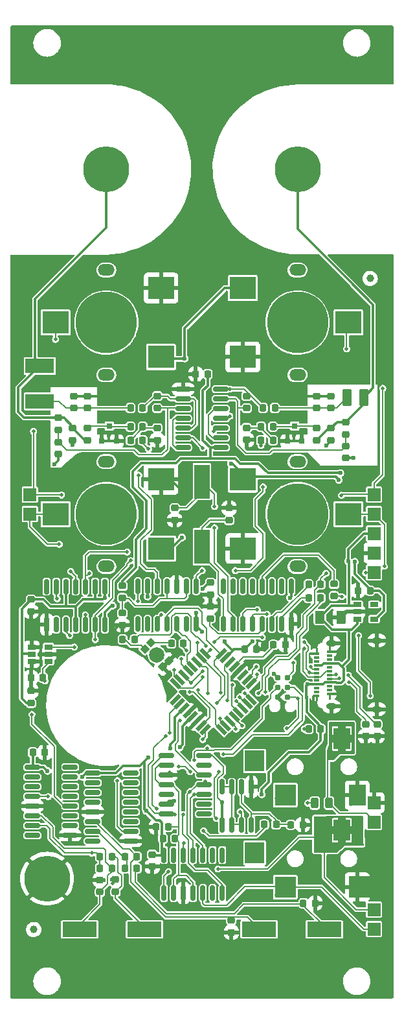
<source format=gbr>
%TF.GenerationSoftware,KiCad,Pcbnew,6.0.9+dfsg-1~bpo11+1*%
%TF.CreationDate,2022-11-17T12:14:57+00:00*%
%TF.ProjectId,OpenThereminV4,4f70656e-5468-4657-9265-6d696e56342e,rev?*%
%TF.SameCoordinates,Original*%
%TF.FileFunction,Copper,L2,Bot*%
%TF.FilePolarity,Positive*%
%FSLAX46Y46*%
G04 Gerber Fmt 4.6, Leading zero omitted, Abs format (unit mm)*
G04 Created by KiCad (PCBNEW 6.0.9+dfsg-1~bpo11+1) date 2022-11-17 12:14:57*
%MOMM*%
%LPD*%
G01*
G04 APERTURE LIST*
G04 Aperture macros list*
%AMRoundRect*
0 Rectangle with rounded corners*
0 $1 Rounding radius*
0 $2 $3 $4 $5 $6 $7 $8 $9 X,Y pos of 4 corners*
0 Add a 4 corners polygon primitive as box body*
4,1,4,$2,$3,$4,$5,$6,$7,$8,$9,$2,$3,0*
0 Add four circle primitives for the rounded corners*
1,1,$1+$1,$2,$3*
1,1,$1+$1,$4,$5*
1,1,$1+$1,$6,$7*
1,1,$1+$1,$8,$9*
0 Add four rect primitives between the rounded corners*
20,1,$1+$1,$2,$3,$4,$5,0*
20,1,$1+$1,$4,$5,$6,$7,0*
20,1,$1+$1,$6,$7,$8,$9,0*
20,1,$1+$1,$8,$9,$2,$3,0*%
%AMRotRect*
0 Rectangle, with rotation*
0 The origin of the aperture is its center*
0 $1 length*
0 $2 width*
0 $3 Rotation angle, in degrees counterclockwise*
0 Add horizontal line*
21,1,$1,$2,0,0,$3*%
G04 Aperture macros list end*
%TA.AperFunction,ComponentPad*%
%ADD10C,6.000000*%
%TD*%
%TA.AperFunction,ComponentPad*%
%ADD11C,0.800000*%
%TD*%
%TA.AperFunction,ComponentPad*%
%ADD12O,2.200000X1.500000*%
%TD*%
%TA.AperFunction,ComponentPad*%
%ADD13C,8.000000*%
%TD*%
%TA.AperFunction,SMDPad,CuDef*%
%ADD14R,3.500000X3.000000*%
%TD*%
%TA.AperFunction,SMDPad,CuDef*%
%ADD15R,0.700000X0.300000*%
%TD*%
%TA.AperFunction,ComponentPad*%
%ADD16O,1.400000X0.800000*%
%TD*%
%TA.AperFunction,SMDPad,CuDef*%
%ADD17R,3.810000X1.930400*%
%TD*%
%TA.AperFunction,SMDPad,CuDef*%
%ADD18R,0.800100X0.800100*%
%TD*%
%TA.AperFunction,SMDPad,CuDef*%
%ADD19RoundRect,0.218750X0.256250X-0.218750X0.256250X0.218750X-0.256250X0.218750X-0.256250X-0.218750X0*%
%TD*%
%TA.AperFunction,SMDPad,CuDef*%
%ADD20RoundRect,0.218750X-0.256250X0.218750X-0.256250X-0.218750X0.256250X-0.218750X0.256250X0.218750X0*%
%TD*%
%TA.AperFunction,SMDPad,CuDef*%
%ADD21RoundRect,0.218750X0.218750X0.256250X-0.218750X0.256250X-0.218750X-0.256250X0.218750X-0.256250X0*%
%TD*%
%TA.AperFunction,SMDPad,CuDef*%
%ADD22RoundRect,0.218750X-0.218750X-0.256250X0.218750X-0.256250X0.218750X0.256250X-0.218750X0.256250X0*%
%TD*%
%TA.AperFunction,SMDPad,CuDef*%
%ADD23RoundRect,0.250000X0.375000X0.850000X-0.375000X0.850000X-0.375000X-0.850000X0.375000X-0.850000X0*%
%TD*%
%TA.AperFunction,SMDPad,CuDef*%
%ADD24RoundRect,0.150000X0.150000X-0.825000X0.150000X0.825000X-0.150000X0.825000X-0.150000X-0.825000X0*%
%TD*%
%TA.AperFunction,SMDPad,CuDef*%
%ADD25RoundRect,0.150000X-0.825000X-0.150000X0.825000X-0.150000X0.825000X0.150000X-0.825000X0.150000X0*%
%TD*%
%TA.AperFunction,SMDPad,CuDef*%
%ADD26RoundRect,0.150000X0.825000X0.150000X-0.825000X0.150000X-0.825000X-0.150000X0.825000X-0.150000X0*%
%TD*%
%TA.AperFunction,SMDPad,CuDef*%
%ADD27R,1.060000X0.650000*%
%TD*%
%TA.AperFunction,SMDPad,CuDef*%
%ADD28R,4.500000X2.000000*%
%TD*%
%TA.AperFunction,SMDPad,CuDef*%
%ADD29R,2.000000X4.500000*%
%TD*%
%TA.AperFunction,ComponentPad*%
%ADD30C,2.000000*%
%TD*%
%TA.AperFunction,SMDPad,CuDef*%
%ADD31RotRect,0.900000X0.850000X135.000000*%
%TD*%
%TA.AperFunction,SMDPad,CuDef*%
%ADD32R,1.700000X1.700000*%
%TD*%
%TA.AperFunction,SMDPad,CuDef*%
%ADD33RoundRect,0.150000X-0.150000X0.825000X-0.150000X-0.825000X0.150000X-0.825000X0.150000X0.825000X0*%
%TD*%
%TA.AperFunction,ConnectorPad*%
%ADD34C,0.787400*%
%TD*%
%TA.AperFunction,SMDPad,CuDef*%
%ADD35R,2.200000X2.800000*%
%TD*%
%TA.AperFunction,SMDPad,CuDef*%
%ADD36R,2.800000X2.800000*%
%TD*%
%TA.AperFunction,SMDPad,CuDef*%
%ADD37R,2.600000X2.800000*%
%TD*%
%TA.AperFunction,SMDPad,CuDef*%
%ADD38C,1.000000*%
%TD*%
%TA.AperFunction,SMDPad,CuDef*%
%ADD39RoundRect,0.243750X-0.243750X-0.456250X0.243750X-0.456250X0.243750X0.456250X-0.243750X0.456250X0*%
%TD*%
%TA.AperFunction,SMDPad,CuDef*%
%ADD40RoundRect,0.250000X-0.375000X-0.625000X0.375000X-0.625000X0.375000X0.625000X-0.375000X0.625000X0*%
%TD*%
%TA.AperFunction,SMDPad,CuDef*%
%ADD41RotRect,1.600000X0.550000X45.000000*%
%TD*%
%TA.AperFunction,SMDPad,CuDef*%
%ADD42RotRect,1.600000X0.550000X315.000000*%
%TD*%
%TA.AperFunction,ViaPad*%
%ADD43C,0.600000*%
%TD*%
%TA.AperFunction,ViaPad*%
%ADD44C,0.500000*%
%TD*%
%TA.AperFunction,Conductor*%
%ADD45C,0.200000*%
%TD*%
%TA.AperFunction,Conductor*%
%ADD46C,0.300000*%
%TD*%
%TA.AperFunction,Conductor*%
%ADD47C,0.500000*%
%TD*%
G04 APERTURE END LIST*
D10*
%TO.P,Y1,1*%
%TO.N,Net-(C2-Pad1)*%
X112500000Y-55750000D03*
%TD*%
%TO.P,Y2,1*%
%TO.N,Net-(C11-Pad1)*%
X87500000Y-55750000D03*
%TD*%
D11*
%TO.P,GND1,1,1*%
%TO.N,GND*%
X77500000Y-148350000D03*
X79750000Y-150600000D03*
X79750000Y-146100000D03*
D10*
X79750000Y-148350000D03*
D11*
X78159010Y-146759010D03*
X81340990Y-149940990D03*
X81340990Y-146759010D03*
X78159010Y-149940990D03*
X82000000Y-148350000D03*
%TD*%
D12*
%TO.P,P4,*%
%TO.N,*%
X87500000Y-93900000D03*
D13*
X87500000Y-100750000D03*
D12*
X87500000Y-107600000D03*
D14*
%TO.P,P4,1,1*%
%TO.N,GND*%
X94650000Y-96250000D03*
%TO.P,P4,2,2*%
%TO.N,A2*%
X80850000Y-100750000D03*
%TO.P,P4,3,3*%
%TO.N,VCC*%
X94650000Y-105250000D03*
%TD*%
D12*
%TO.P,P2,*%
%TO.N,*%
X112500000Y-82600000D03*
X112500000Y-68900000D03*
D13*
X112500000Y-75750000D03*
D14*
%TO.P,P2,1,1*%
%TO.N,GND*%
X105350000Y-80250000D03*
%TO.P,P2,2,2*%
%TO.N,A0*%
X119150000Y-75750000D03*
%TO.P,P2,3,3*%
%TO.N,VCC*%
X105350000Y-71250000D03*
%TD*%
D15*
%TO.P,J1,A1,GND*%
%TO.N,GND*%
X115030000Y-119000000D03*
%TO.P,J1,A2,TX1+*%
%TO.N,unconnected-(J1-PadA2)*%
X115030000Y-119500000D03*
%TO.P,J1,A3,TX1-*%
%TO.N,unconnected-(J1-PadA3)*%
X115030000Y-120000000D03*
%TO.P,J1,A4,VBUS*%
%TO.N,VCC*%
X115030000Y-120500000D03*
%TO.P,J1,A5,CC1*%
%TO.N,Net-(J1-PadA5)*%
X115030000Y-121000000D03*
%TO.P,J1,A6,D+*%
%TO.N,D+*%
X115030000Y-121500000D03*
%TO.P,J1,A7,D-*%
%TO.N,D-*%
X115030000Y-122000000D03*
%TO.P,J1,A8,SBU1*%
%TO.N,unconnected-(J1-PadA8)*%
X115030000Y-122500000D03*
%TO.P,J1,A9,VBUS*%
%TO.N,VCC*%
X115030000Y-123000000D03*
%TO.P,J1,A10,RX2-*%
%TO.N,unconnected-(J1-PadA10)*%
X115030000Y-123500000D03*
%TO.P,J1,A11,RX2+*%
%TO.N,unconnected-(J1-PadA11)*%
X115030000Y-124000000D03*
%TO.P,J1,A12,GND*%
%TO.N,GND*%
X115030000Y-124500000D03*
%TO.P,J1,B1,GND*%
X116730000Y-124250000D03*
%TO.P,J1,B2,TX2+*%
%TO.N,unconnected-(J1-PadB2)*%
X116730000Y-123750000D03*
%TO.P,J1,B3,TX2-*%
%TO.N,unconnected-(J1-PadB3)*%
X116730000Y-123250000D03*
%TO.P,J1,B4,VBUS*%
%TO.N,VCC*%
X116730000Y-122750000D03*
%TO.P,J1,B5,CC2*%
%TO.N,Net-(J1-PadB5)*%
X116730000Y-122250000D03*
%TO.P,J1,B6,D+*%
%TO.N,D+*%
X116730000Y-121750000D03*
%TO.P,J1,B7,D-*%
%TO.N,D-*%
X116730000Y-121250000D03*
%TO.P,J1,B8,SBU2*%
%TO.N,unconnected-(J1-PadB8)*%
X116730000Y-120750000D03*
%TO.P,J1,B9,VBUS*%
%TO.N,VCC*%
X116730000Y-120250000D03*
%TO.P,J1,B10,RX1-*%
%TO.N,unconnected-(J1-PadB10)*%
X116730000Y-119750000D03*
%TO.P,J1,B11,RX1+*%
%TO.N,unconnected-(J1-PadB11)*%
X116730000Y-119250000D03*
%TO.P,J1,B12,GND*%
%TO.N,GND*%
X116730000Y-118750000D03*
D16*
%TO.P,J1,S1,SHIELD*%
X122890000Y-117260000D03*
X116940000Y-117620000D03*
X116940000Y-125880000D03*
X122890000Y-126240000D03*
%TD*%
D17*
%TO.P,L2,1,1*%
%TO.N,Net-(C11-Pad1)*%
X78791000Y-81430000D03*
%TO.P,L2,2,2*%
%TO.N,Net-(C7-Pad1)*%
X78791000Y-86030000D03*
%TD*%
D18*
%TO.P,D2,1*%
%TO.N,GND*%
X88824000Y-91237000D03*
%TO.P,D2,2*%
X86924000Y-91237000D03*
%TO.P,D2,3*%
%TO.N,Net-(C12-Pad2)*%
X87874000Y-89238020D03*
%TD*%
D19*
%TO.P,C7,1*%
%TO.N,Net-(C7-Pad1)*%
X85014000Y-86919000D03*
%TO.P,C7,2*%
%TO.N,GND*%
X85014000Y-85344000D03*
%TD*%
%TO.P,C8,1*%
%TO.N,Net-(C7-Pad1)*%
X83236000Y-86919000D03*
%TO.P,C8,2*%
%TO.N,GND*%
X83236000Y-85344000D03*
%TD*%
D20*
%TO.P,C9,1*%
%TO.N,Net-(C11-Pad1)*%
X81204000Y-88163500D03*
%TO.P,C9,2*%
%TO.N,Net-(R5-Pad2)*%
X81204000Y-89738500D03*
%TD*%
%TO.P,C11,1*%
%TO.N,Net-(C11-Pad1)*%
X83109000Y-89535000D03*
%TO.P,C11,2*%
%TO.N,GND*%
X83109000Y-91110000D03*
%TD*%
D19*
%TO.P,C16,1*%
%TO.N,Net-(C16-Pad1)*%
X88697000Y-150063500D03*
%TO.P,C16,2*%
%TO.N,GND*%
X88697000Y-148488500D03*
%TD*%
D20*
%TO.P,C24,1*%
%TO.N,VCC*%
X93500000Y-145212500D03*
%TO.P,C24,2*%
%TO.N,GND*%
X93500000Y-146787500D03*
%TD*%
%TO.P,C26,1*%
%TO.N,VCC*%
X77648000Y-111912500D03*
%TO.P,C26,2*%
%TO.N,GND*%
X77648000Y-113487500D03*
%TD*%
%TO.P,C27,1*%
%TO.N,VCC*%
X101079500Y-109690000D03*
%TO.P,C27,2*%
%TO.N,GND*%
X101079500Y-111265000D03*
%TD*%
D21*
%TO.P,C28,1*%
%TO.N,VDD*%
X100762000Y-82474000D03*
%TO.P,C28,2*%
%TO.N,GND*%
X99187000Y-82474000D03*
%TD*%
%TO.P,R2,1*%
%TO.N,Net-(C1-Pad1)*%
X109550500Y-86919000D03*
%TO.P,R2,2*%
%TO.N,Net-(R1-Pad1)*%
X107975500Y-86919000D03*
%TD*%
%TO.P,R4,1*%
%TO.N,Net-(C6-Pad1)*%
X109296500Y-91110000D03*
%TO.P,R4,2*%
%TO.N,Net-(R4-Pad2)*%
X107721500Y-91110000D03*
%TD*%
D20*
%TO.P,R5,1*%
%TO.N,Net-(R5-Pad1)*%
X94158000Y-85344000D03*
%TO.P,R5,2*%
%TO.N,Net-(R5-Pad2)*%
X94158000Y-86919000D03*
%TD*%
D21*
%TO.P,R7,1*%
%TO.N,Net-(C13-Pad1)*%
X92253000Y-89332000D03*
%TO.P,R7,2*%
%TO.N,Net-(C12-Pad2)*%
X90678000Y-89332000D03*
%TD*%
D22*
%TO.P,R8,1*%
%TO.N,Net-(C13-Pad1)*%
X90678000Y-91110000D03*
%TO.P,R8,2*%
%TO.N,VoutB*%
X92253000Y-91110000D03*
%TD*%
D21*
%TO.P,R12,1*%
%TO.N,Net-(C16-Pad1)*%
X88214500Y-145466000D03*
%TO.P,R12,2*%
%TO.N,EX_CLK*%
X86639500Y-145466000D03*
%TD*%
%TO.P,R14,1*%
%TO.N,Net-(C18-Pad1)*%
X91487500Y-146990000D03*
%TO.P,R14,2*%
%TO.N,Net-(U3-Pad10)*%
X89912500Y-146990000D03*
%TD*%
D22*
%TO.P,R17,1*%
%TO.N,Net-(R17-Pad1)*%
X108142500Y-141290000D03*
%TO.P,R17,2*%
%TO.N,Net-(C22-Pad1)*%
X109717500Y-141290000D03*
%TD*%
D23*
%TO.P,L1,1,1*%
%TO.N,Net-(C2-Pad1)*%
X121141000Y-85522000D03*
%TO.P,L1,2,2*%
%TO.N,Net-(C1-Pad1)*%
X118991000Y-85522000D03*
%TD*%
D18*
%TO.P,D1,1*%
%TO.N,GND*%
X113076000Y-91250760D03*
%TO.P,D1,2*%
X111176000Y-91250760D03*
%TO.P,D1,3*%
%TO.N,Net-(C5-Pad2)*%
X112126000Y-89251780D03*
%TD*%
D22*
%TO.P,R6,1*%
%TO.N,Net-(C7-Pad1)*%
X90678000Y-86919000D03*
%TO.P,R6,2*%
%TO.N,Net-(R5-Pad1)*%
X92253000Y-86919000D03*
%TD*%
D20*
%TO.P,C2,1*%
%TO.N,Net-(C2-Pad1)*%
X118796000Y-88773000D03*
%TO.P,C2,2*%
%TO.N,Net-(C2-Pad2)*%
X118796000Y-90348000D03*
%TD*%
D19*
%TO.P,C1,1*%
%TO.N,Net-(C1-Pad1)*%
X114986000Y-86919000D03*
%TO.P,C1,2*%
%TO.N,GND*%
X114986000Y-85344000D03*
%TD*%
D12*
%TO.P,P3,*%
%TO.N,*%
X112500000Y-107600000D03*
X112500000Y-93900000D03*
D13*
X112500000Y-100750000D03*
D14*
%TO.P,P3,1,1*%
%TO.N,GND*%
X105350000Y-105250000D03*
%TO.P,P3,2,2*%
%TO.N,A3*%
X119150000Y-100750000D03*
%TO.P,P3,3,3*%
%TO.N,VCC*%
X105350000Y-96250000D03*
%TD*%
D20*
%TO.P,C4,1*%
%TO.N,Net-(C2-Pad1)*%
X116891000Y-89560500D03*
%TO.P,C4,2*%
%TO.N,GND*%
X116891000Y-91135500D03*
%TD*%
D19*
%TO.P,C5,1*%
%TO.N,Net-(C2-Pad1)*%
X114986000Y-91135500D03*
%TO.P,C5,2*%
%TO.N,Net-(C5-Pad2)*%
X114986000Y-89560500D03*
%TD*%
%TO.P,C14,1*%
%TO.N,Net-(C1-Pad1)*%
X116891000Y-86919000D03*
%TO.P,C14,2*%
%TO.N,GND*%
X116891000Y-85344000D03*
%TD*%
D24*
%TO.P,U10,1,GND*%
%TO.N,GND*%
X111684000Y-115110000D03*
%TO.P,U10,2,TXD*%
%TO.N,Net-(U10-Pad2)*%
X110414000Y-115110000D03*
%TO.P,U10,3,RXD*%
%TO.N,Net-(U10-Pad3)*%
X109144000Y-115110000D03*
%TO.P,U10,4,V3*%
%TO.N,Net-(U10-Pad4)*%
X107874000Y-115110000D03*
%TO.P,U10,5,UD+*%
%TO.N,D+*%
X106604000Y-115110000D03*
%TO.P,U10,6,UD-*%
%TO.N,D-*%
X105334000Y-115110000D03*
%TO.P,U10,7,XI*%
%TO.N,Net-(U10-Pad7)*%
X104064000Y-115110000D03*
%TO.P,U10,8,XO*%
%TO.N,Net-(U10-Pad8)*%
X102794000Y-115110000D03*
%TO.P,U10,9,~{CTS}*%
%TO.N,unconnected-(U10-Pad9)*%
X102794000Y-110160000D03*
%TO.P,U10,10,~{DSR}*%
%TO.N,unconnected-(U10-Pad10)*%
X104064000Y-110160000D03*
%TO.P,U10,11,~{RI}*%
%TO.N,unconnected-(U10-Pad11)*%
X105334000Y-110160000D03*
%TO.P,U10,12,~{DCD}*%
%TO.N,unconnected-(U10-Pad12)*%
X106604000Y-110160000D03*
%TO.P,U10,13,~{DTR}*%
%TO.N,Net-(U10-Pad13)*%
X107874000Y-110160000D03*
%TO.P,U10,14,~{RTS}*%
%TO.N,unconnected-(U10-Pad14)*%
X109144000Y-110160000D03*
%TO.P,U10,15,R232*%
%TO.N,unconnected-(U10-Pad15)*%
X110414000Y-110160000D03*
%TO.P,U10,16,VCC*%
%TO.N,VCC*%
X111684000Y-110160000D03*
%TD*%
D22*
%TO.P,C23,1*%
%TO.N,VCC*%
X105562500Y-118415000D03*
%TO.P,C23,2*%
%TO.N,GND*%
X107137500Y-118415000D03*
%TD*%
D25*
%TO.P,U5,1*%
%TO.N,Net-(U5-Pad1)*%
X97525000Y-92060000D03*
%TO.P,U5,2*%
%TO.N,VO_VOL*%
X97525000Y-90790000D03*
%TO.P,U5,3*%
%TO.N,Net-(R5-Pad1)*%
X97525000Y-89520000D03*
%TO.P,U5,4*%
%TO.N,Net-(U5-Pad1)*%
X97525000Y-88250000D03*
%TO.P,U5,5*%
%TO.N,Net-(R5-Pad2)*%
X97525000Y-86980000D03*
%TO.P,U5,6*%
%TO.N,Net-(R5-Pad1)*%
X97525000Y-85710000D03*
%TO.P,U5,7,VSS*%
%TO.N,GND*%
X97525000Y-84440000D03*
%TO.P,U5,8*%
%TO.N,Net-(R1-Pad1)*%
X102475000Y-84440000D03*
%TO.P,U5,9*%
%TO.N,Net-(C2-Pad2)*%
X102475000Y-85710000D03*
%TO.P,U5,10*%
%TO.N,Net-(U5-Pad10)*%
X102475000Y-86980000D03*
%TO.P,U5,11*%
%TO.N,Net-(R1-Pad1)*%
X102475000Y-88250000D03*
%TO.P,U5,12*%
%TO.N,VO_PITCH*%
X102475000Y-89520000D03*
%TO.P,U5,13*%
%TO.N,Net-(U5-Pad10)*%
X102475000Y-90790000D03*
%TO.P,U5,14,VDD*%
%TO.N,VDD*%
X102475000Y-92060000D03*
%TD*%
D26*
%TO.P,U6,1,VDD*%
%TO.N,VCC*%
X100275000Y-132280000D03*
%TO.P,U6,2*%
%TO.N,N/C*%
X100275000Y-133550000D03*
%TO.P,U6,3,~{CS}*%
%TO.N,DAC_CS*%
X100275000Y-134820000D03*
%TO.P,U6,4,SCK*%
%TO.N,DAC_SCK*%
X100275000Y-136090000D03*
%TO.P,U6,5,SDI*%
%TO.N,DAC_DI*%
X100275000Y-137360000D03*
%TO.P,U6,6*%
%TO.N,N/C*%
X100275000Y-138630000D03*
%TO.P,U6,7*%
X100275000Y-139900000D03*
%TO.P,U6,8,~{LDAC}*%
%TO.N,DAC_LATCH*%
X95325000Y-139900000D03*
%TO.P,U6,9,~{SHDN}*%
%TO.N,VCC*%
X95325000Y-138630000D03*
%TO.P,U6,10,VoutB*%
%TO.N,unconnected-(U6-Pad10)*%
X95325000Y-137360000D03*
%TO.P,U6,11,VrefB*%
%TO.N,VREF*%
X95325000Y-136090000D03*
%TO.P,U6,12,AVSS*%
%TO.N,GND*%
X95325000Y-134820000D03*
%TO.P,U6,13,VrefA*%
%TO.N,VREF*%
X95325000Y-133550000D03*
%TO.P,U6,14,VoutA*%
%TO.N,Net-(R17-Pad1)*%
X95325000Y-132280000D03*
%TD*%
D20*
%TO.P,C19,1*%
%TO.N,Net-(U10-Pad7)*%
X96444000Y-99974500D03*
%TO.P,C19,2*%
%TO.N,GND*%
X96444000Y-101549500D03*
%TD*%
D19*
%TO.P,C32,1*%
%TO.N,RESET*%
X117272000Y-111455500D03*
%TO.P,C32,2*%
%TO.N,Net-(U10-Pad13)*%
X117272000Y-109880500D03*
%TD*%
D22*
%TO.P,R9,1*%
%TO.N,Net-(U10-Pad2)*%
X113944500Y-111684000D03*
%TO.P,R9,2*%
%TO.N,TXD*%
X115519500Y-111684000D03*
%TD*%
%TO.P,R10,1*%
%TO.N,Net-(U10-Pad3)*%
X113944500Y-109906000D03*
%TO.P,R10,2*%
%TO.N,RXD*%
X115519500Y-109906000D03*
%TD*%
%TO.P,R20,1*%
%TO.N,RESET*%
X113960000Y-128830000D03*
%TO.P,R20,2*%
%TO.N,VCC*%
X115535000Y-128830000D03*
%TD*%
D24*
%TO.P,U4,1,Cd*%
%TO.N,VCC*%
X87300000Y-115175000D03*
%TO.P,U4,2,D*%
%TO.N,VO_VOL*%
X86030000Y-115175000D03*
%TO.P,U4,3,Cp*%
%TO.N,Net-(U3-Pad7)*%
X84760000Y-115175000D03*
%TO.P,U4,4,Sd*%
%TO.N,VCC*%
X83490000Y-115175000D03*
%TO.P,U4,5,Q*%
%TO.N,F_VOL*%
X82220000Y-115175000D03*
%TO.P,U4,6,~{Q}*%
%TO.N,unconnected-(U4-Pad6)*%
X80950000Y-115175000D03*
%TO.P,U4,7,GND*%
%TO.N,GND*%
X79680000Y-115175000D03*
%TO.P,U4,8,~{Q}*%
%TO.N,unconnected-(U4-Pad8)*%
X79680000Y-110225000D03*
%TO.P,U4,9,Q*%
%TO.N,F_PITCH*%
X80950000Y-110225000D03*
%TO.P,U4,10,Sd*%
%TO.N,VCC*%
X82220000Y-110225000D03*
%TO.P,U4,11,Cp*%
%TO.N,Net-(U2-Pad5)*%
X83490000Y-110225000D03*
%TO.P,U4,12,D*%
%TO.N,VO_PITCH*%
X84760000Y-110225000D03*
%TO.P,U4,13,Cd*%
%TO.N,VCC*%
X86030000Y-110225000D03*
%TO.P,U4,14,VCC*%
X87300000Y-110225000D03*
%TD*%
D19*
%TO.P,C35,1*%
%TO.N,VCC*%
X77648000Y-125425500D03*
%TO.P,C35,2*%
%TO.N,GND*%
X77648000Y-123850500D03*
%TD*%
D27*
%TO.P,U1,1,Q*%
%TO.N,BUT*%
X79934000Y-118100000D03*
%TO.P,U1,2,VSS*%
%TO.N,GND*%
X79934000Y-119050000D03*
%TO.P,U1,3,I*%
%TO.N,Net-(C34-Pad1)*%
X79934000Y-120000000D03*
%TO.P,U1,4,AHLB*%
%TO.N,GND*%
X77734000Y-120000000D03*
%TO.P,U1,5,VDD*%
%TO.N,VCC*%
X77734000Y-119050000D03*
%TO.P,U1,6,TOG*%
%TO.N,GND*%
X77734000Y-118100000D03*
%TD*%
D22*
%TO.P,R13,1*%
%TO.N,Net-(U3-Pad10)*%
X89912500Y-145466000D03*
%TO.P,R13,2*%
%TO.N,Net-(U3-Pad11)*%
X91487500Y-145466000D03*
%TD*%
D19*
%TO.P,C31,1*%
%TO.N,Net-(U10-Pad8)*%
X103556000Y-101549500D03*
%TO.P,C31,2*%
%TO.N,GND*%
X103556000Y-99974500D03*
%TD*%
D28*
%TO.P,X1,1,1*%
%TO.N,Net-(U2-Pad11)*%
X84007000Y-154991000D03*
%TO.P,X1,2,2*%
%TO.N,Net-(C16-Pad1)*%
X92507000Y-154991000D03*
%TD*%
D29*
%TO.P,X3,1,1*%
%TO.N,Net-(U10-Pad7)*%
X100000000Y-96512000D03*
%TO.P,X3,2,2*%
%TO.N,Net-(U10-Pad8)*%
X100000000Y-105012000D03*
%TD*%
D19*
%TO.P,R15,1*%
%TO.N,VrefB*%
X89586000Y-111709500D03*
%TO.P,R15,2*%
%TO.N,VDD*%
X89586000Y-110134500D03*
%TD*%
D30*
%TO.P,D3,*%
%TO.N,*%
X94100000Y-119150000D03*
D31*
%TO.P,D3,1*%
%TO.N,GND*%
X95673313Y-119910140D03*
%TO.P,D3,2*%
X94860140Y-120723313D03*
%TO.P,D3,3*%
%TO.N,Net-(D3-Pad3)*%
X92526687Y-118389860D03*
%TO.P,D3,4*%
%TO.N,Net-(D3-Pad4)*%
X93339860Y-117576687D03*
%TD*%
D27*
%TO.P,U11,1,VIN*%
%TO.N,VCC*%
X120320000Y-114470000D03*
%TO.P,U11,2,GND*%
%TO.N,GND*%
X120320000Y-113520000D03*
%TO.P,U11,3,ON/~{OFF}*%
%TO.N,VCC*%
X120320000Y-112570000D03*
%TO.P,U11,4,BP*%
%TO.N,unconnected-(U11-Pad4)*%
X122520000Y-112570000D03*
%TO.P,U11,5,VOUT*%
%TO.N,VDD*%
X122520000Y-114470000D03*
%TD*%
D22*
%TO.P,C33,1*%
%TO.N,Net-(U9-Pad20)*%
X109347100Y-117830800D03*
%TO.P,C33,2*%
%TO.N,GND*%
X110922100Y-117830800D03*
%TD*%
D20*
%TO.P,C20,1*%
%TO.N,VrefB*%
X89586000Y-113690500D03*
%TO.P,C20,2*%
%TO.N,GND*%
X89586000Y-115265500D03*
%TD*%
D22*
%TO.P,C18,1*%
%TO.N,Net-(C18-Pad1)*%
X113250000Y-151550000D03*
%TO.P,C18,2*%
%TO.N,GND*%
X114825000Y-151550000D03*
%TD*%
D19*
%TO.P,C15,1*%
%TO.N,Net-(U2-Pad11)*%
X86665000Y-150087500D03*
%TO.P,C15,2*%
%TO.N,GND*%
X86665000Y-148512500D03*
%TD*%
D22*
%TO.P,R11,1*%
%TO.N,EX_CLK*%
X86639500Y-146990000D03*
%TO.P,R11,2*%
%TO.N,Net-(U2-Pad11)*%
X88214500Y-146990000D03*
%TD*%
D26*
%TO.P,U2,1,Q12*%
%TO.N,unconnected-(U2-Pad1)*%
X82775000Y-133782000D03*
%TO.P,U2,2,Q13*%
%TO.N,unconnected-(U2-Pad2)*%
X82775000Y-135052000D03*
%TO.P,U2,3,Q14*%
%TO.N,unconnected-(U2-Pad3)*%
X82775000Y-136322000D03*
%TO.P,U2,4,Q6*%
%TO.N,unconnected-(U2-Pad4)*%
X82775000Y-137592000D03*
%TO.P,U2,5,Q5*%
%TO.N,Net-(U2-Pad5)*%
X82775000Y-138862000D03*
%TO.P,U2,6,Q7*%
%TO.N,unconnected-(U2-Pad6)*%
X82775000Y-140132000D03*
%TO.P,U2,7,Q4*%
%TO.N,unconnected-(U2-Pad7)*%
X82775000Y-141402000D03*
%TO.P,U2,8,GND*%
%TO.N,GND*%
X82775000Y-142672000D03*
%TO.P,U2,9,P0*%
%TO.N,unconnected-(U2-Pad9)*%
X77825000Y-142672000D03*
%TO.P,U2,10,P0/*%
%TO.N,EX_CLK*%
X77825000Y-141402000D03*
%TO.P,U2,11,P1*%
%TO.N,Net-(U2-Pad11)*%
X77825000Y-140132000D03*
%TO.P,U2,12,RES*%
%TO.N,GND*%
X77825000Y-138862000D03*
%TO.P,U2,13,Q9*%
%TO.N,SAMPLE_CLK*%
X77825000Y-137592000D03*
%TO.P,U2,14,Q8*%
%TO.N,unconnected-(U2-Pad14)*%
X77825000Y-136322000D03*
%TO.P,U2,15,Q10*%
%TO.N,unconnected-(U2-Pad15)*%
X77825000Y-135052000D03*
%TO.P,U2,16,VCC*%
%TO.N,VCC*%
X77825000Y-133782000D03*
%TD*%
D22*
%TO.P,C25,1*%
%TO.N,VCC*%
X77876500Y-131877000D03*
%TO.P,C25,2*%
%TO.N,GND*%
X79451500Y-131877000D03*
%TD*%
D21*
%TO.P,C21,1*%
%TO.N,VREF*%
X95587500Y-141600000D03*
%TO.P,C21,2*%
%TO.N,GND*%
X94012500Y-141600000D03*
%TD*%
%TO.P,R16,1*%
%TO.N,VREF*%
X96487500Y-143100000D03*
%TO.P,R16,2*%
%TO.N,VCC*%
X94912500Y-143100000D03*
%TD*%
D22*
%TO.P,R19,1*%
%TO.N,Net-(D3-Pad3)*%
X89624000Y-117145000D03*
%TO.P,R19,2*%
%TO.N,LED_RED*%
X91199000Y-117145000D03*
%TD*%
%TO.P,R18,1*%
%TO.N,Net-(D3-Pad4)*%
X95999500Y-117653000D03*
%TO.P,R18,2*%
%TO.N,LED_BLUE*%
X97574500Y-117653000D03*
%TD*%
%TO.P,R3,1*%
%TO.N,Net-(C6-Pad1)*%
X107721500Y-89332000D03*
%TO.P,R3,2*%
%TO.N,Net-(C5-Pad2)*%
X109296500Y-89332000D03*
%TD*%
D20*
%TO.P,C13,1*%
%TO.N,Net-(C13-Pad1)*%
X94158000Y-89535000D03*
%TO.P,C13,2*%
%TO.N,GND*%
X94158000Y-91110000D03*
%TD*%
D19*
%TO.P,C12,1*%
%TO.N,Net-(C11-Pad1)*%
X85014000Y-91110000D03*
%TO.P,C12,2*%
%TO.N,Net-(C12-Pad2)*%
X85014000Y-89535000D03*
%TD*%
D20*
%TO.P,C3,1*%
%TO.N,Net-(C2-Pad2)*%
X118796000Y-91872000D03*
%TO.P,C3,2*%
%TO.N,GND*%
X118796000Y-93447000D03*
%TD*%
D21*
%TO.P,C37,1*%
%TO.N,VDD*%
X121996400Y-110744200D03*
%TO.P,C37,2*%
%TO.N,GND*%
X120421400Y-110744200D03*
%TD*%
D20*
%TO.P,R1,1*%
%TO.N,Net-(R1-Pad1)*%
X105842000Y-85344000D03*
%TO.P,R1,2*%
%TO.N,Net-(C2-Pad2)*%
X105842000Y-86919000D03*
%TD*%
%TO.P,C6,1*%
%TO.N,Net-(C6-Pad1)*%
X105842000Y-89512500D03*
%TO.P,C6,2*%
%TO.N,GND*%
X105842000Y-91087500D03*
%TD*%
%TO.P,C10,1*%
%TO.N,Net-(R5-Pad2)*%
X81204000Y-91364000D03*
%TO.P,C10,2*%
%TO.N,GND*%
X81204000Y-92939000D03*
%TD*%
D32*
%TO.P,P11,1,P1*%
%TO.N,A3*%
X122500000Y-100750000D03*
%TD*%
%TO.P,P12,1,P1*%
%TO.N,A2*%
X77500000Y-100750000D03*
%TD*%
%TO.P,P13,1,P1*%
%TO.N,A1*%
X77500000Y-98210000D03*
%TD*%
%TO.P,P14,1,P1*%
%TO.N,A0*%
X122500000Y-98210000D03*
%TD*%
D33*
%TO.P,U12,1,VDD*%
%TO.N,VCC*%
X95047000Y-145277000D03*
%TO.P,U12,2*%
%TO.N,N/C*%
X96317000Y-145277000D03*
%TO.P,U12,3,~{CS}*%
%TO.N,DAC3_CS*%
X97587000Y-145277000D03*
%TO.P,U12,4,SCK*%
%TO.N,DAC_SCK*%
X98857000Y-145277000D03*
%TO.P,U12,5,SDI*%
%TO.N,DAC_DI*%
X100127000Y-145277000D03*
%TO.P,U12,6*%
%TO.N,N/C*%
X101397000Y-145277000D03*
%TO.P,U12,7*%
X102667000Y-145277000D03*
%TO.P,U12,8,~{LDAC}*%
%TO.N,DAC_LATCH*%
X102667000Y-150227000D03*
%TO.P,U12,9,~{SHDN}*%
%TO.N,unconnected-(U12-Pad9)*%
X101397000Y-150227000D03*
%TO.P,U12,10,VoutB*%
%TO.N,Net-(U12-Pad10)*%
X100127000Y-150227000D03*
%TO.P,U12,11,VrefB*%
%TO.N,VREF*%
X98857000Y-150227000D03*
%TO.P,U12,12,AVSS*%
%TO.N,GND*%
X97587000Y-150227000D03*
%TO.P,U12,13,VrefA*%
%TO.N,VREF*%
X96317000Y-150227000D03*
%TO.P,U12,14,VoutA*%
%TO.N,Net-(U12-Pad14)*%
X95047000Y-150227000D03*
%TD*%
D20*
%TO.P,R21,1*%
%TO.N,Net-(J1-PadA5)*%
X122923500Y-128176000D03*
%TO.P,R21,2*%
%TO.N,GND*%
X122923500Y-129751000D03*
%TD*%
D34*
%TO.P,J2,1,Pin_1*%
%TO.N,MISO*%
X111176000Y-122082000D03*
%TO.P,J2,2,Pin_2*%
%TO.N,VCC*%
X109906000Y-122082000D03*
%TO.P,J2,3,Pin_3*%
%TO.N,DAC_SCK*%
X111176000Y-123352000D03*
%TO.P,J2,4,Pin_4*%
%TO.N,DAC_DI*%
X109906000Y-123352000D03*
%TO.P,J2,5,Pin_5*%
%TO.N,RESET*%
X111176000Y-124622000D03*
%TO.P,J2,6,Pin_6*%
%TO.N,GND*%
X109906000Y-124622000D03*
%TD*%
D35*
%TO.P,Y3,1,GND*%
%TO.N,GND*%
X120300000Y-149450000D03*
D36*
%TO.P,Y3,2,R*%
%TO.N,Net-(U12-Pad10)*%
X110900000Y-149450000D03*
D35*
%TO.P,Y3,3,L*%
%TO.N,Net-(U12-Pad14)*%
X118300000Y-142050000D03*
D37*
%TO.P,Y3,4*%
%TO.N,N/C*%
X106900000Y-145000000D03*
%TD*%
D21*
%TO.P,C34,1*%
%TO.N,Net-(C34-Pad1)*%
X79197500Y-122098000D03*
%TO.P,C34,2*%
%TO.N,GND*%
X77622500Y-122098000D03*
%TD*%
D24*
%TO.P,U7,1,VDD*%
%TO.N,VCC*%
X99238000Y-115110000D03*
%TO.P,U7,2*%
%TO.N,N/C*%
X97968000Y-115110000D03*
%TO.P,U7,3,~{CS}*%
%TO.N,DAC2_CS*%
X96698000Y-115110000D03*
%TO.P,U7,4,SCK*%
%TO.N,DAC_SCK*%
X95428000Y-115110000D03*
%TO.P,U7,5,SDI*%
%TO.N,DAC_DI*%
X94158000Y-115110000D03*
%TO.P,U7,6*%
%TO.N,N/C*%
X92888000Y-115110000D03*
%TO.P,U7,7*%
X91618000Y-115110000D03*
%TO.P,U7,8,~{LDAC}*%
%TO.N,DAC_LATCH*%
X91618000Y-110160000D03*
%TO.P,U7,9,~{SHDN}*%
%TO.N,VCC*%
X92888000Y-110160000D03*
%TO.P,U7,10,VoutB*%
%TO.N,VoutB*%
X94158000Y-110160000D03*
%TO.P,U7,11,VrefB*%
%TO.N,VrefB*%
X95428000Y-110160000D03*
%TO.P,U7,12,AVSS*%
%TO.N,GND*%
X96698000Y-110160000D03*
%TO.P,U7,13,VrefA*%
%TO.N,VrefB*%
X97968000Y-110160000D03*
%TO.P,U7,14,VoutA*%
%TO.N,Net-(R4-Pad2)*%
X99238000Y-110160000D03*
%TD*%
D33*
%TO.P,U8,1*%
%TO.N,Net-(C29-Pad1)*%
X102642000Y-136380500D03*
%TO.P,U8,2,-*%
X103912000Y-136380500D03*
%TO.P,U8,3,+*%
%TO.N,Net-(C22-Pad1)*%
X105182000Y-136380500D03*
%TO.P,U8,4,V-*%
%TO.N,GND*%
X106452000Y-136380500D03*
%TO.P,U8,5,+*%
%TO.N,Net-(C22-Pad1)*%
X106452000Y-141330500D03*
%TO.P,U8,6,-*%
%TO.N,Net-(C29-Pad1)*%
X105182000Y-141330500D03*
%TO.P,U8,7*%
X103912000Y-141330500D03*
%TO.P,U8,8,V+*%
%TO.N,VCC*%
X102642000Y-141330500D03*
%TD*%
D35*
%TO.P,Y7,1,GND*%
%TO.N,GND*%
X120300000Y-137450000D03*
D36*
%TO.P,Y7,2,R*%
%TO.N,unconnected-(Y7-Pad2)*%
X110900000Y-137450000D03*
D35*
%TO.P,Y7,3,L*%
%TO.N,Net-(Y7-Pad3)*%
X118300000Y-130050000D03*
D37*
%TO.P,Y7,4*%
%TO.N,N/C*%
X106900000Y-133000000D03*
%TD*%
D38*
%TO.P,W1,*%
%TO.N,*%
X122000000Y-70000000D03*
%TD*%
%TO.P,W2,*%
%TO.N,*%
X78000000Y-155000000D03*
%TD*%
D39*
%TO.P,C29,1*%
%TO.N,Net-(C29-Pad1)*%
X114747000Y-138488500D03*
%TO.P,C29,2*%
%TO.N,Net-(Y7-Pad3)*%
X116622000Y-138488500D03*
%TD*%
D40*
%TO.P,C36,1*%
%TO.N,VCC*%
X115430000Y-114220000D03*
%TO.P,C36,2*%
%TO.N,GND*%
X118230000Y-114220000D03*
%TD*%
D28*
%TO.P,X2,1,1*%
%TO.N,Net-(U3-Pad11)*%
X107493000Y-154991000D03*
%TO.P,X2,2,2*%
%TO.N,Net-(C18-Pad1)*%
X115993000Y-154991000D03*
%TD*%
D26*
%TO.P,U3,1,Q12*%
%TO.N,unconnected-(U3-Pad1)*%
X90675000Y-134544000D03*
%TO.P,U3,2,Q13*%
%TO.N,unconnected-(U3-Pad2)*%
X90675000Y-135814000D03*
%TO.P,U3,3,Q14*%
%TO.N,unconnected-(U3-Pad3)*%
X90675000Y-137084000D03*
%TO.P,U3,4,Q6*%
%TO.N,unconnected-(U3-Pad4)*%
X90675000Y-138354000D03*
%TO.P,U3,5,Q5*%
%TO.N,unconnected-(U3-Pad5)*%
X90675000Y-139624000D03*
%TO.P,U3,6,Q7*%
%TO.N,unconnected-(U3-Pad6)*%
X90675000Y-140894000D03*
%TO.P,U3,7,Q4*%
%TO.N,Net-(U3-Pad7)*%
X90675000Y-142164000D03*
%TO.P,U3,8,GND*%
%TO.N,GND*%
X90675000Y-143434000D03*
%TO.P,U3,9,P0*%
%TO.N,unconnected-(U3-Pad9)*%
X85725000Y-143434000D03*
%TO.P,U3,10,P0/*%
%TO.N,Net-(U3-Pad10)*%
X85725000Y-142164000D03*
%TO.P,U3,11,P1*%
%TO.N,Net-(U3-Pad11)*%
X85725000Y-140894000D03*
%TO.P,U3,12,RES*%
%TO.N,GND*%
X85725000Y-139624000D03*
%TO.P,U3,13,Q9*%
%TO.N,unconnected-(U3-Pad13)*%
X85725000Y-138354000D03*
%TO.P,U3,14,Q8*%
%TO.N,unconnected-(U3-Pad14)*%
X85725000Y-137084000D03*
%TO.P,U3,15,Q10*%
%TO.N,unconnected-(U3-Pad15)*%
X85725000Y-135814000D03*
%TO.P,U3,16,VCC*%
%TO.N,VCC*%
X85725000Y-134544000D03*
%TD*%
D20*
%TO.P,C17,1*%
%TO.N,Net-(U3-Pad11)*%
X103850000Y-153800000D03*
%TO.P,C17,2*%
%TO.N,GND*%
X103850000Y-155375000D03*
%TD*%
D32*
%TO.P,P8,1,P1*%
%TO.N,VCC*%
X122500000Y-103290000D03*
%TD*%
%TO.P,P9,1,P1*%
%TO.N,GND*%
X122500000Y-105830000D03*
%TD*%
D12*
%TO.P,P1,*%
%TO.N,*%
X87500000Y-68900000D03*
D13*
X87500000Y-75750000D03*
D12*
X87500000Y-82600000D03*
D14*
%TO.P,P1,1,1*%
%TO.N,GND*%
X94650000Y-71250000D03*
%TO.P,P1,2,2*%
%TO.N,A1*%
X80850000Y-75750000D03*
%TO.P,P1,3,3*%
%TO.N,VCC*%
X94650000Y-80250000D03*
%TD*%
D19*
%TO.P,C30,1*%
%TO.N,Net-(U10-Pad4)*%
X101100000Y-114387500D03*
%TO.P,C30,2*%
%TO.N,GND*%
X101100000Y-112812500D03*
%TD*%
D22*
%TO.P,C22,1*%
%TO.N,Net-(C22-Pad1)*%
X111612500Y-141310000D03*
%TO.P,C22,2*%
%TO.N,GND*%
X113187500Y-141310000D03*
%TD*%
D20*
%TO.P,R22,1*%
%TO.N,Net-(J1-PadB5)*%
X121399500Y-128176000D03*
%TO.P,R22,2*%
%TO.N,GND*%
X121399500Y-129751000D03*
%TD*%
D32*
%TO.P,P6,1,P1*%
%TO.N,Net-(Y7-Pad3)*%
X122500000Y-140970200D03*
%TD*%
%TO.P,P7,1,P1*%
%TO.N,Net-(U12-Pad14)*%
X122500000Y-152400200D03*
%TD*%
%TO.P,P5,1,P1*%
%TO.N,RXD*%
X122500000Y-108370000D03*
%TD*%
%TO.P,P16,1,P1*%
%TO.N,GND*%
X122500000Y-138430200D03*
%TD*%
%TO.P,P15,1,P1*%
%TO.N,Net-(U12-Pad10)*%
X122500000Y-154940200D03*
%TD*%
D41*
%TO.P,U9,1,PD3*%
%TO.N,SAMPLE_CLK*%
X100468734Y-128925856D03*
%TO.P,U9,2,PD4*%
%TO.N,VO_VOL*%
X99903049Y-128360170D03*
%TO.P,U9,3,GND*%
%TO.N,GND*%
X99337363Y-127794485D03*
%TO.P,U9,4,VCC*%
%TO.N,VCC*%
X98771678Y-127228800D03*
%TO.P,U9,5,GND*%
%TO.N,GND*%
X98205992Y-126663114D03*
%TO.P,U9,6,VCC*%
%TO.N,VCC*%
X97640307Y-126097429D03*
%TO.P,U9,7,XTAL1/PB6*%
%TO.N,EX_CLK*%
X97074622Y-125531743D03*
%TO.P,U9,8,XTAL2/PB7*%
%TO.N,unconnected-(U9-Pad8)*%
X96508936Y-124966058D03*
D42*
%TO.P,U9,9,PD5*%
%TO.N,VO_PITCH*%
X96508936Y-122915448D03*
%TO.P,U9,10,PD6*%
%TO.N,BUT*%
X97074622Y-122349763D03*
%TO.P,U9,11,PD7*%
%TO.N,DAC_LATCH*%
X97640307Y-121784077D03*
%TO.P,U9,12,PB0*%
%TO.N,F_PITCH*%
X98205992Y-121218392D03*
%TO.P,U9,13,PB1*%
%TO.N,DAC2_CS*%
X98771678Y-120652706D03*
%TO.P,U9,14,PB2*%
%TO.N,DAC_CS*%
X99337363Y-120087021D03*
%TO.P,U9,15,PB3*%
%TO.N,DAC_DI*%
X99903049Y-119521336D03*
%TO.P,U9,16,PB4*%
%TO.N,MISO*%
X100468734Y-118955650D03*
D41*
%TO.P,U9,17,PB5*%
%TO.N,DAC_SCK*%
X102519344Y-118955650D03*
%TO.P,U9,18,AVCC*%
%TO.N,VCC*%
X103085029Y-119521336D03*
%TO.P,U9,19,ADC6*%
%TO.N,DAC3_CS*%
X103650715Y-120087021D03*
%TO.P,U9,20,AREF*%
%TO.N,Net-(U9-Pad20)*%
X104216400Y-120652706D03*
%TO.P,U9,21,GND*%
%TO.N,GND*%
X104782086Y-121218392D03*
%TO.P,U9,22,ADC7*%
%TO.N,unconnected-(U9-Pad22)*%
X105347771Y-121784077D03*
%TO.P,U9,23,PC0*%
%TO.N,A0*%
X105913456Y-122349763D03*
%TO.P,U9,24,PC1*%
%TO.N,A1*%
X106479142Y-122915448D03*
D42*
%TO.P,U9,25,PC2*%
%TO.N,A2*%
X106479142Y-124966058D03*
%TO.P,U9,26,PC3*%
%TO.N,A3*%
X105913456Y-125531743D03*
%TO.P,U9,27,PC4*%
%TO.N,LED_BLUE*%
X105347771Y-126097429D03*
%TO.P,U9,28,PC5*%
%TO.N,LED_RED*%
X104782086Y-126663114D03*
%TO.P,U9,29,~{RESET}/PC6*%
%TO.N,RESET*%
X104216400Y-127228800D03*
%TO.P,U9,30,PD0*%
%TO.N,TXD*%
X103650715Y-127794485D03*
%TO.P,U9,31,PD1*%
%TO.N,RXD*%
X103085029Y-128360170D03*
%TO.P,U9,32,PD2*%
%TO.N,F_VOL*%
X102519344Y-128925856D03*
%TD*%
D43*
%TO.N,VDD*%
X118102600Y-95402600D03*
X119989800Y-106985000D03*
%TO.N,GND*%
X113208000Y-87681000D03*
D44*
X100400000Y-92900000D03*
X96400000Y-93100000D03*
X80300000Y-121200000D03*
D43*
X121031200Y-105816600D03*
D44*
X121150000Y-138550000D03*
D43*
X96698000Y-108890000D03*
X112573000Y-115113000D03*
X97620000Y-98000000D03*
X100127000Y-112065000D03*
X113208000Y-85966500D03*
X99800000Y-126000000D03*
D44*
X109000000Y-122800000D03*
X112600000Y-121400000D03*
X95600000Y-121500000D03*
D43*
X119812000Y-93396000D03*
D44*
X119550000Y-150500000D03*
X95800000Y-134500000D03*
X88300000Y-148950000D03*
X119450000Y-136400000D03*
D43*
X88252500Y-87808000D03*
D44*
X119550000Y-148350000D03*
D43*
X87808000Y-151371500D03*
D44*
X104300000Y-145200000D03*
D43*
X84760000Y-148323500D03*
X116300000Y-91780500D03*
X104953000Y-123622000D03*
X110580000Y-126920000D03*
X112065000Y-90475000D03*
X118186400Y-118897600D03*
D44*
X97600000Y-124100000D03*
X121150000Y-150500000D03*
D43*
X80696000Y-94285000D03*
X105969000Y-92126000D03*
X115520000Y-126700000D03*
X94285000Y-92253000D03*
D44*
X121100000Y-148300000D03*
D43*
X109370000Y-131360000D03*
D44*
X119450000Y-138650000D03*
D43*
X83109000Y-91745000D03*
X88252500Y-85268000D03*
D44*
X79500000Y-123700000D03*
D43*
X87808000Y-90475000D03*
D44*
X121100000Y-136350000D03*
D43*
X108001000Y-117907000D03*
D44*
X114100000Y-145800000D03*
X97500000Y-136250000D03*
D43*
X113730000Y-140240000D03*
X118250000Y-138600000D03*
X98500000Y-129900000D03*
X103560000Y-133650000D03*
X88570000Y-115875000D03*
X116000000Y-151300000D03*
D44*
%TO.N,Net-(R1-Pad1)*%
X103659000Y-87959000D03*
X103661000Y-84440000D03*
%TO.N,VoutB*%
X93015000Y-92253000D03*
X91745000Y-95682000D03*
%TO.N,Net-(U10-Pad7)*%
X101651000Y-99746000D03*
X101651000Y-102540000D03*
D43*
%TO.N,VCC*%
X100127000Y-110541000D03*
X111500000Y-111684000D03*
X100000000Y-116129000D03*
X92888000Y-111512000D03*
X97383800Y-103810000D03*
X109398000Y-121574000D03*
X92700000Y-139500000D03*
X117907700Y-96292300D03*
X93015000Y-132512000D03*
X96400500Y-138200000D03*
X106604000Y-117399000D03*
X103784600Y-94200000D03*
X88316000Y-112700000D03*
X97739400Y-80442000D03*
X95870600Y-131390500D03*
X97100000Y-131200000D03*
X79807000Y-134290000D03*
X102956500Y-117384518D03*
X99238000Y-113662000D03*
X119126200Y-106908800D03*
X107830000Y-137330000D03*
X113790000Y-123000000D03*
X102642000Y-138342000D03*
X87300000Y-111684000D03*
X84348000Y-135052000D03*
D44*
%TO.N,Net-(U3-Pad7)*%
X88951000Y-135560000D03*
X84760000Y-113940000D03*
%TO.N,BUT*%
X83300000Y-118100000D03*
X96394601Y-121105399D03*
%TO.N,VO_PITCH*%
X85268000Y-108509000D03*
X100102125Y-122058013D03*
X101524000Y-89967000D03*
X90221000Y-105715000D03*
%TO.N,VO_VOL*%
X86050000Y-117149500D03*
X100134556Y-92133556D03*
X98397000Y-124003000D03*
X90678200Y-106832600D03*
%TO.N,F_PITCH*%
X81077000Y-111811000D03*
X97333000Y-119685000D03*
%TO.N,F_VOL*%
X99533500Y-123700000D03*
X82700000Y-116600000D03*
%TO.N,DAC_LATCH*%
X95229737Y-129739558D03*
X96450500Y-140000000D03*
X100133527Y-121249500D03*
X91600000Y-112150500D03*
X98571500Y-122828500D03*
X97550500Y-140000000D03*
%TO.N,DAC_DI*%
X102454500Y-124100000D03*
X99000000Y-132900000D03*
X99377056Y-117522944D03*
X100717549Y-131319524D03*
X99000000Y-137400000D03*
X94700000Y-113900000D03*
%TO.N,DAC_SCK*%
X101932750Y-125432750D03*
X98434465Y-136988328D03*
X100400000Y-135700000D03*
X102800316Y-132111857D03*
%TO.N,DAC_CS*%
X100750000Y-124150000D03*
X97100000Y-127700000D03*
%TO.N,Net-(R17-Pad1)*%
X100213556Y-142086444D03*
X94062820Y-139237179D03*
%TO.N,A0*%
X107112000Y-120701000D03*
X123647400Y-84328200D03*
X118237200Y-98298200D03*
X118923000Y-79172000D03*
%TO.N,A1*%
X107238696Y-121700928D03*
X77978200Y-89941600D03*
X80850000Y-77950000D03*
X81635800Y-98272800D03*
%TO.N,A2*%
X81331000Y-104699000D03*
X105588000Y-124130000D03*
%TO.N,A3*%
X123850600Y-107569200D03*
X104953000Y-124638000D03*
%TO.N,LED_RED*%
X100518842Y-117981159D03*
X103954000Y-123054000D03*
%TO.N,Net-(R4-Pad2)*%
X107721500Y-91821500D03*
X108001000Y-97200000D03*
X104372000Y-108128000D03*
X100028000Y-108128000D03*
%TO.N,SAMPLE_CLK*%
X96950500Y-133750000D03*
X100101600Y-130200000D03*
X79870500Y-137655500D03*
X98450000Y-134400000D03*
%TO.N,Net-(C29-Pad1)*%
X104991500Y-139616000D03*
X113830000Y-138500000D03*
%TO.N,RESET*%
X118288000Y-111531600D03*
X120472400Y-116627600D03*
X112522200Y-124815800D03*
X105230000Y-128370000D03*
X121996400Y-124485600D03*
X111130000Y-128720000D03*
X113380000Y-128830000D03*
%TO.N,D-*%
X107246000Y-113250500D03*
X113373500Y-118326500D03*
%TO.N,D+*%
X113351100Y-117487944D03*
X117526000Y-121661000D03*
X114097000Y-121407000D03*
X108509000Y-113809000D03*
%TO.N,TXD*%
X108300000Y-124000000D03*
X104445000Y-128829000D03*
%TO.N,RXD*%
X116230600Y-108483600D03*
X107366000Y-124156182D03*
X121400000Y-108432800D03*
X102349500Y-127495500D03*
%TO.N,Net-(C34-Pad1)*%
X79467500Y-122530000D03*
%TO.N,MISO*%
X101657834Y-117480722D03*
X101092227Y-118476115D03*
X111950000Y-120150000D03*
X107899400Y-116840200D03*
%TO.N,LED_BLUE*%
X97968000Y-118542000D03*
X104508500Y-125209500D03*
%TO.N,EX_CLK*%
X95793700Y-129325735D03*
X85585500Y-145021500D03*
%TO.N,Net-(U2-Pad5)*%
X77775000Y-126924000D03*
X82855000Y-108255000D03*
%TO.N,DAC3_CS*%
X102250500Y-134366996D03*
X101892537Y-140498799D03*
X103350500Y-125104500D03*
X97600000Y-143700000D03*
%TO.N,Net-(J1-PadB5)*%
X117942500Y-122222987D03*
X119223835Y-122700947D03*
%TO.N,Net-(J1-PadA5)*%
X114235798Y-120718820D03*
X119141500Y-121807464D03*
%TO.N,Net-(U12-Pad14)*%
X95620000Y-147440000D03*
X102100000Y-147080000D03*
%TO.N,Net-(U12-Pad10)*%
X111900000Y-148450000D03*
X109750000Y-150500000D03*
X109900000Y-148500000D03*
X111950000Y-150450000D03*
%TO.N,unconnected-(Y7-Pad2)*%
X109800000Y-136350000D03*
X112050000Y-137850000D03*
X112050000Y-136350000D03*
X109750000Y-137850000D03*
%TD*%
D45*
%TO.N,Net-(U5-Pad10)*%
X101720000Y-86980000D02*
X102475000Y-86980000D01*
X100889000Y-90289000D02*
X100889000Y-87811000D01*
X101390000Y-90790000D02*
X100889000Y-90289000D01*
X102475000Y-90790000D02*
X101390000Y-90790000D01*
X100889000Y-87811000D02*
X101720000Y-86980000D01*
D46*
%TO.N,Net-(C2-Pad1)*%
X116891000Y-89560500D02*
X116561000Y-89560500D01*
X121141000Y-86428000D02*
X118796000Y-88773000D01*
X118796000Y-88773000D02*
X117678500Y-88773000D01*
X121141000Y-85522000D02*
X122352000Y-84311000D01*
X122352000Y-73431600D02*
X119100800Y-70155000D01*
X121141000Y-85522000D02*
X121141000Y-86428000D01*
X116561000Y-89560500D02*
X114986000Y-91135500D01*
X117678500Y-88773000D02*
X116891000Y-89560500D01*
X112500000Y-55750000D02*
X112500000Y-63554200D01*
X122352000Y-84311000D02*
X122352000Y-73431600D01*
X112500000Y-63554200D02*
X119100800Y-70155000D01*
D45*
%TO.N,Net-(C1-Pad1)*%
X117594000Y-86919000D02*
X118991000Y-85522000D01*
X116891000Y-86919000D02*
X117594000Y-86919000D01*
X114986000Y-86919000D02*
X116891000Y-86919000D01*
X109550500Y-86919000D02*
X114986000Y-86919000D01*
%TO.N,Net-(C6-Pad1)*%
X107721500Y-89535000D02*
X109296500Y-91110000D01*
X107541000Y-89512500D02*
X107721500Y-89332000D01*
X107721500Y-89332000D02*
X107721500Y-89535000D01*
X105842000Y-89512500D02*
X107541000Y-89512500D01*
D46*
%TO.N,VDD*%
X123164800Y-110744200D02*
X123647400Y-111226800D01*
X92761000Y-98984000D02*
X92761000Y-102667000D01*
X121996400Y-110744200D02*
X121996400Y-110617200D01*
X108602600Y-95402600D02*
X107400000Y-94200000D01*
X92057000Y-94100000D02*
X90983000Y-95174000D01*
X91364000Y-104064000D02*
X91364000Y-107747000D01*
X100762000Y-83998000D02*
X100762000Y-82474000D01*
X90983000Y-97206000D02*
X92761000Y-98984000D01*
X107400000Y-94200000D02*
X105000000Y-94200000D01*
X100127000Y-91110000D02*
X100127000Y-84633000D01*
X105000000Y-94200000D02*
X104300000Y-93500000D01*
X119989800Y-108610600D02*
X119989800Y-106985000D01*
X122715600Y-114470000D02*
X123774400Y-113411200D01*
X118102600Y-95402600D02*
X108602600Y-95402600D01*
X91364000Y-107747000D02*
X89586000Y-109525000D01*
X89586000Y-109525000D02*
X89586000Y-110134500D01*
X123774400Y-111353800D02*
X123647400Y-111226800D01*
X90983000Y-95174000D02*
X90983000Y-97206000D01*
X121996400Y-110617200D02*
X119989800Y-108610600D01*
X101077000Y-92060000D02*
X101077000Y-93477000D01*
X123774400Y-113411200D02*
X123774400Y-111353800D01*
X92761000Y-102667000D02*
X91364000Y-104064000D01*
X101077000Y-92060000D02*
X100127000Y-91110000D01*
X102475000Y-92060000D02*
X101077000Y-92060000D01*
X97252500Y-93500000D02*
X96652500Y-94100000D01*
X104300000Y-93500000D02*
X97252500Y-93500000D01*
X100127000Y-84633000D02*
X100762000Y-83998000D01*
X96652500Y-94100000D02*
X92057000Y-94100000D01*
X122520000Y-114470000D02*
X122715600Y-114470000D01*
X121996400Y-110744200D02*
X123164800Y-110744200D01*
%TO.N,GND*%
X116891000Y-91189500D02*
X116891000Y-91135500D01*
X118038800Y-118750000D02*
X118186400Y-118897600D01*
X79045000Y-119050000D02*
X78918000Y-118923000D01*
X113830500Y-85344000D02*
X113208000Y-85966500D01*
X81204000Y-92939000D02*
X81204000Y-93777000D01*
X109906000Y-124622000D02*
X109932000Y-124622000D01*
X78918000Y-118923000D02*
X78918000Y-118161000D01*
X87808000Y-91237000D02*
X86924000Y-91237000D01*
X77622500Y-122098000D02*
X77622500Y-120111500D01*
X112051240Y-91250760D02*
X113076000Y-91250760D01*
X89586000Y-115265500D02*
X89179500Y-115265500D01*
X83236000Y-85344000D02*
X85014000Y-85344000D01*
X77648000Y-123850500D02*
X77648000Y-122123500D01*
X78918000Y-118161000D02*
X78857000Y-118100000D01*
X112051240Y-91250760D02*
X112051240Y-90488760D01*
X121044600Y-105830000D02*
X121031200Y-105816600D01*
X98228886Y-126663114D02*
X98205992Y-126663114D01*
X114550000Y-125970000D02*
X115280000Y-126700000D01*
X108001000Y-117897566D02*
X108001000Y-117907000D01*
X116891000Y-85344000D02*
X114986000Y-85344000D01*
X85014000Y-85344000D02*
X88176500Y-85344000D01*
X114550000Y-124600000D02*
X114550000Y-125970000D01*
X114986000Y-85344000D02*
X113830500Y-85344000D01*
X87808000Y-91237000D02*
X87808000Y-90475000D01*
X122500000Y-105830000D02*
X121044600Y-105830000D01*
X88824000Y-91237000D02*
X87808000Y-91237000D01*
X88176500Y-85344000D02*
X88252500Y-85268000D01*
X83109000Y-91745000D02*
X83109000Y-91110000D01*
X94650000Y-96250000D02*
X95870000Y-96250000D01*
X112570000Y-115110000D02*
X112573000Y-115113000D01*
X112051240Y-90488760D02*
X112065000Y-90475000D01*
X94158000Y-91110000D02*
X94158000Y-92126000D01*
X115280000Y-126700000D02*
X115520000Y-126700000D01*
X77736500Y-120002500D02*
X77734000Y-120000000D01*
X78918000Y-118923000D02*
X78918000Y-119939000D01*
X111176000Y-91250760D02*
X112051240Y-91250760D01*
X77622500Y-120111500D02*
X77734000Y-120000000D01*
X78918000Y-119939000D02*
X78854500Y-120002500D01*
X78854500Y-120002500D02*
X77736500Y-120002500D01*
D47*
X118230000Y-114220000D02*
X118930000Y-113520000D01*
D46*
X116300000Y-91780500D02*
X116891000Y-91189500D01*
X118796000Y-93447000D02*
X119761000Y-93447000D01*
X81204000Y-93777000D02*
X80696000Y-94285000D01*
X96698000Y-110160000D02*
X96698000Y-108890000D01*
X105842000Y-91999000D02*
X105969000Y-92126000D01*
X79934000Y-119050000D02*
X79045000Y-119050000D01*
X105842000Y-91087500D02*
X105842000Y-91999000D01*
X115030000Y-124500000D02*
X114650000Y-124500000D01*
X119761000Y-93447000D02*
X119812000Y-93396000D01*
X94158000Y-92126000D02*
X94285000Y-92253000D01*
X78857000Y-118100000D02*
X77734000Y-118100000D01*
X114650000Y-124500000D02*
X114550000Y-124600000D01*
D47*
X118930000Y-113520000D02*
X120320000Y-113520000D01*
D46*
X77648000Y-122123500D02*
X77622500Y-122098000D01*
X89179500Y-115265500D02*
X88570000Y-115875000D01*
X95870000Y-96250000D02*
X97620000Y-98000000D01*
X122923500Y-129751000D02*
X121399500Y-129751000D01*
D45*
%TO.N,Net-(R1-Pad1)*%
X103659000Y-87959000D02*
X103368000Y-88250000D01*
X103368000Y-88250000D02*
X102475000Y-88250000D01*
X102475000Y-84440000D02*
X105540000Y-84440000D01*
X105540000Y-84440000D02*
X107975500Y-86875500D01*
X107975500Y-86875500D02*
X107975500Y-86919000D01*
%TO.N,VoutB*%
X91745000Y-97206000D02*
X93396000Y-98857000D01*
X91999000Y-104191000D02*
X91999000Y-107239000D01*
X92253000Y-91491000D02*
X93015000Y-92253000D01*
X91999000Y-107239000D02*
X92761000Y-108001000D01*
X92761000Y-108001000D02*
X93777000Y-108001000D01*
X93396000Y-102794000D02*
X91999000Y-104191000D01*
X94158000Y-108382000D02*
X94158000Y-110160000D01*
X93396000Y-98857000D02*
X93396000Y-102794000D01*
X93777000Y-108001000D02*
X94158000Y-108382000D01*
X92253000Y-91110000D02*
X92253000Y-91491000D01*
X91745000Y-95682000D02*
X91745000Y-97206000D01*
%TO.N,Net-(C13-Pad1)*%
X92253000Y-89535000D02*
X90678000Y-91110000D01*
X92253000Y-89332000D02*
X92253000Y-89535000D01*
X92456000Y-89535000D02*
X92253000Y-89332000D01*
X94158000Y-89535000D02*
X92456000Y-89535000D01*
%TO.N,Net-(U2-Pad11)*%
X87427000Y-146202500D02*
X88214500Y-146990000D01*
X87681000Y-147942500D02*
X87681000Y-149022000D01*
X88214500Y-146990000D02*
X88214500Y-147409000D01*
X78348000Y-140132000D02*
X79032000Y-140132000D01*
X88214500Y-147409000D02*
X87681000Y-147942500D01*
X80500000Y-141600000D02*
X80500000Y-142934314D01*
X79032000Y-140132000D02*
X80500000Y-141600000D01*
X87681000Y-149022000D02*
X86665000Y-150038000D01*
X86665000Y-151689000D02*
X86665000Y-150038000D01*
X87173000Y-144386500D02*
X87427000Y-144640500D01*
X87427000Y-144640500D02*
X87427000Y-146202500D01*
X81952186Y-144386500D02*
X87173000Y-144386500D01*
X84007000Y-154347000D02*
X86665000Y-151689000D01*
X80500000Y-142934314D02*
X81952186Y-144386500D01*
X84007000Y-154991000D02*
X84007000Y-154347000D01*
%TO.N,Net-(C16-Pad1)*%
X89000000Y-145769000D02*
X89000000Y-147483500D01*
X88214500Y-145466000D02*
X88697000Y-145466000D01*
X92507000Y-154737000D02*
X88697000Y-150927000D01*
X92507000Y-154991000D02*
X92507000Y-154737000D01*
X89472000Y-149288500D02*
X88697000Y-150063500D01*
X89000000Y-147483500D02*
X89472000Y-147955500D01*
X88697000Y-145466000D02*
X89000000Y-145769000D01*
X88697000Y-150927000D02*
X88697000Y-150063500D01*
X89472000Y-147955500D02*
X89472000Y-149288500D01*
%TO.N,Net-(U3-Pad11)*%
X91487500Y-145466000D02*
X90535000Y-144513500D01*
X105902000Y-153400000D02*
X95300000Y-153400000D01*
X95300000Y-153400000D02*
X90700000Y-148800000D01*
X107493000Y-154991000D02*
X105902000Y-153400000D01*
X89685896Y-144513500D02*
X86066396Y-140894000D01*
X90700000Y-146253500D02*
X91487500Y-145466000D01*
X90700000Y-148800000D02*
X90700000Y-146253500D01*
X90535000Y-144513500D02*
X89685896Y-144513500D01*
%TO.N,Net-(U10-Pad7)*%
X104064000Y-114064000D02*
X103429000Y-113429000D01*
X103429000Y-113429000D02*
X103429000Y-108890000D01*
X101651000Y-98163000D02*
X100000000Y-96512000D01*
X104064000Y-115110000D02*
X104064000Y-114064000D01*
X101651000Y-107112000D02*
X101651000Y-102540000D01*
X103429000Y-108890000D02*
X101651000Y-107112000D01*
X101651000Y-99746000D02*
X101651000Y-98163000D01*
X97993500Y-99974500D02*
X96444000Y-99974500D01*
X100000000Y-97968000D02*
X97993500Y-99974500D01*
X100000000Y-96512000D02*
X100000000Y-97968000D01*
%TO.N,Net-(C18-Pad1)*%
X104250000Y-152900000D02*
X95365686Y-152900000D01*
X95365686Y-152900000D02*
X91250000Y-148784314D01*
X91250000Y-148784314D02*
X91250000Y-147227500D01*
X113250000Y-151800000D02*
X115993000Y-154543000D01*
X105450000Y-151700000D02*
X104250000Y-152900000D01*
X113562500Y-151700000D02*
X105450000Y-151700000D01*
D46*
%TO.N,VCC*%
X121195600Y-103290000D02*
X122500000Y-103290000D01*
X84856000Y-134544000D02*
X86668000Y-134544000D01*
X102956500Y-117583787D02*
X103972713Y-118600000D01*
X92500000Y-133027000D02*
X93015000Y-132512000D01*
X79273500Y-111912500D02*
X80188000Y-112827000D01*
X76428750Y-113131750D02*
X76428750Y-118237250D01*
X116950000Y-112700000D02*
X119224800Y-112700000D01*
D45*
X102042000Y-137742000D02*
X102042000Y-135369104D01*
D46*
X102994400Y-71250000D02*
X97739400Y-76505000D01*
X115030000Y-123000000D02*
X114190000Y-123000000D01*
X115535000Y-130295000D02*
X113950000Y-131880000D01*
D45*
X102042000Y-135369104D02*
X102800000Y-134611104D01*
D46*
X115889000Y-120250000D02*
X116730000Y-120250000D01*
X77683250Y-118999250D02*
X77734000Y-119050000D01*
X115535000Y-128435000D02*
X115535000Y-128635000D01*
X119575800Y-115824200D02*
X119253200Y-115824200D01*
X82220000Y-110225000D02*
X82220000Y-111912500D01*
X115639000Y-120500000D02*
X115889000Y-120250000D01*
X102642000Y-138342000D02*
X102642000Y-141330500D01*
X102956500Y-117384518D02*
X102956500Y-117583787D01*
X118191029Y-122822987D02*
X118542000Y-122472016D01*
X95047000Y-145277000D02*
X93535500Y-145277000D01*
X89645000Y-133655000D02*
X91872000Y-133655000D01*
X118288000Y-120645000D02*
X117893000Y-120250000D01*
X118542000Y-120899000D02*
X118288000Y-120645000D01*
X82220000Y-112827000D02*
X82220000Y-111912500D01*
X77648000Y-111912500D02*
X79273500Y-111912500D01*
X97383800Y-103810000D02*
X95943800Y-105250000D01*
X79299000Y-133782000D02*
X79807000Y-134290000D01*
X86668000Y-134544000D02*
X86157000Y-134544000D01*
X113686000Y-126586000D02*
X115535000Y-128435000D01*
X120320000Y-115080000D02*
X119575800Y-115824200D01*
X119224800Y-112700000D02*
X120190000Y-112700000D01*
X83490000Y-115175000D02*
X83490000Y-112827000D01*
X99238000Y-115110000D02*
X99238000Y-113662000D01*
X76428750Y-118999250D02*
X77683250Y-118999250D01*
D45*
X102642000Y-138342000D02*
X102042000Y-137742000D01*
D46*
X86030000Y-110225000D02*
X86030000Y-111912500D01*
X94466834Y-140775000D02*
X93975000Y-140775000D01*
X77876500Y-131877000D02*
X77876500Y-133782000D01*
X116730000Y-122750000D02*
X116056000Y-122750000D01*
X119224800Y-107007400D02*
X119224800Y-112700000D01*
X117561721Y-122750000D02*
X117634708Y-122822987D01*
X92888000Y-111512000D02*
X92888000Y-110160000D01*
X115535000Y-128830000D02*
X115535000Y-130295000D01*
X77038500Y-125425500D02*
X76428750Y-124815750D01*
X80188000Y-112827000D02*
X82220000Y-112827000D01*
X105562500Y-118415000D02*
X104191000Y-118415000D01*
X115030000Y-123000000D02*
X115552000Y-123000000D01*
X118542000Y-122472016D02*
X118542000Y-120899000D01*
X113686000Y-124586000D02*
X113686000Y-126586000D01*
D45*
X102800000Y-133700000D02*
X101290000Y-132190000D01*
D46*
X77648000Y-125425500D02*
X77038500Y-125425500D01*
X98671200Y-127228800D02*
X97460000Y-128440000D01*
X84348000Y-135052000D02*
X84856000Y-134544000D01*
D45*
X101290000Y-132190000D02*
X100275000Y-132190000D01*
D46*
X86030000Y-111912500D02*
X84404500Y-111912500D01*
X95870600Y-130824800D02*
X96451200Y-130244200D01*
X99238000Y-115110000D02*
X99238000Y-115367000D01*
X95047000Y-145277000D02*
X94800000Y-145030000D01*
X119253200Y-115824200D02*
X117034200Y-115824200D01*
X116950000Y-112700000D02*
X115430000Y-114220000D01*
X97460000Y-130835600D02*
X97002800Y-131292800D01*
X93975000Y-140775000D02*
X92700000Y-139500000D01*
X119126200Y-106908800D02*
X119224800Y-107007400D01*
X87300000Y-111684000D02*
X87300000Y-110225000D01*
X111684000Y-111500000D02*
X111684000Y-110160000D01*
X113790000Y-123000000D02*
X114190000Y-123000000D01*
X105588000Y-118415000D02*
X105562500Y-118415000D01*
X96451200Y-127286536D02*
X97640307Y-126097429D01*
X96451200Y-130244200D02*
X96451200Y-127286536D01*
X88756000Y-134544000D02*
X89645000Y-133655000D01*
X86563500Y-111912500D02*
X86030000Y-111912500D01*
X76428750Y-118999250D02*
X76428750Y-118237250D01*
X106604000Y-117399000D02*
X105588000Y-118415000D01*
X119253200Y-115824200D02*
X119253200Y-119685000D01*
X96400500Y-138200000D02*
X95665000Y-138200000D01*
X113670000Y-123120000D02*
X113670000Y-124830000D01*
X117518000Y-95902600D02*
X105697400Y-95902600D01*
X113950000Y-131880000D02*
X111360000Y-131880000D01*
X95943800Y-105250000D02*
X94650000Y-105250000D01*
X113670000Y-124830000D02*
X113686000Y-124586000D01*
X88189000Y-112700000D02*
X87300000Y-113589000D01*
X105350000Y-71250000D02*
X102994400Y-71250000D01*
X108760000Y-134480000D02*
X108760000Y-135740000D01*
X77648000Y-111912500D02*
X78816500Y-111912500D01*
X76428750Y-113131750D02*
X77648000Y-111912500D01*
X117893000Y-120250000D02*
X116730000Y-120250000D01*
X119126200Y-105359400D02*
X121195600Y-103290000D01*
X100978000Y-109690000D02*
X101079500Y-109690000D01*
X77876500Y-133782000D02*
X79299000Y-133782000D01*
X94800000Y-145030000D02*
X94800000Y-141108166D01*
X120320000Y-114470000D02*
X120320000Y-115080000D01*
X109906000Y-122082000D02*
X109398000Y-121574000D01*
X119253200Y-119685000D02*
X119126200Y-119812000D01*
X115030000Y-120500000D02*
X115639000Y-120500000D01*
X97460000Y-128440000D02*
X97460000Y-130835600D01*
X87071500Y-111912500D02*
X87300000Y-111684000D01*
X84404500Y-111912500D02*
X83490000Y-112827000D01*
X87300000Y-115175000D02*
X87300000Y-113589000D01*
X108760000Y-135740000D02*
X107830000Y-136670000D01*
X91872000Y-133655000D02*
X93015000Y-132512000D01*
X103873553Y-118732553D02*
X103085029Y-119521336D01*
X99238000Y-115367000D02*
X100000000Y-116129000D01*
X111500000Y-111684000D02*
X111684000Y-111500000D01*
X78816500Y-111912500D02*
X79273500Y-111912500D01*
X117907700Y-96292300D02*
X117518000Y-95902600D01*
X92700000Y-139500000D02*
X92500000Y-139300000D01*
X115806000Y-123000000D02*
X115552000Y-123000000D01*
X103784600Y-94200000D02*
X104000000Y-94200000D01*
X82220000Y-112827000D02*
X83490000Y-112827000D01*
X104191000Y-118415000D02*
X103873553Y-118732553D01*
X95665000Y-138200000D02*
X95325000Y-138540000D01*
X86668000Y-134544000D02*
X88756000Y-134544000D01*
X76428750Y-124815750D02*
X76428750Y-118999250D01*
X97739400Y-76505000D02*
X97739400Y-80442000D01*
X116056000Y-122750000D02*
X115806000Y-123000000D01*
X119126200Y-106908800D02*
X119126200Y-105359400D01*
X114190000Y-123000000D02*
X113930000Y-123000000D01*
X107830000Y-136670000D02*
X107830000Y-137330000D01*
X86563500Y-111912500D02*
X87071500Y-111912500D01*
X95870600Y-131390500D02*
X95870600Y-130824800D01*
X94800000Y-141108166D02*
X94466834Y-140775000D01*
X97681400Y-80500000D02*
X94900000Y-80500000D01*
X111360000Y-131880000D02*
X108760000Y-134480000D01*
X117034200Y-115824200D02*
X115430000Y-114220000D01*
X119126200Y-119812000D02*
X118288000Y-120645000D01*
X92500000Y-139300000D02*
X92500000Y-133027000D01*
X104000000Y-94200000D02*
X105350000Y-95550000D01*
X117634708Y-122822987D02*
X118191029Y-122822987D01*
X100127000Y-110541000D02*
X100978000Y-109690000D01*
D45*
X102800000Y-134611104D02*
X102800000Y-133700000D01*
D46*
X116730000Y-122750000D02*
X117561721Y-122750000D01*
X88316000Y-112700000D02*
X88189000Y-112700000D01*
D45*
%TO.N,Net-(U3-Pad7)*%
X84760000Y-113940000D02*
X84760000Y-115175000D01*
X90675000Y-142164000D02*
X89564000Y-142164000D01*
X89564000Y-142164000D02*
X88951000Y-141551000D01*
X88951000Y-141551000D02*
X88951000Y-135560000D01*
%TO.N,BUT*%
X96394601Y-121105399D02*
X96394601Y-121894601D01*
X96394601Y-121894601D02*
X96849763Y-122349763D01*
X79934000Y-118100000D02*
X83300000Y-118100000D01*
%TO.N,VO_PITCH*%
X85268000Y-105715000D02*
X90221000Y-105715000D01*
X84760000Y-106223000D02*
X85268000Y-105715000D01*
X97046488Y-123453000D02*
X96508936Y-122915448D01*
X84760000Y-110225000D02*
X84760000Y-108763000D01*
X100102125Y-122197875D02*
X98847000Y-123453000D01*
X101971000Y-89520000D02*
X101524000Y-89967000D01*
X84760000Y-108763000D02*
X84760000Y-106223000D01*
X102475000Y-89520000D02*
X101971000Y-89520000D01*
X98847000Y-123453000D02*
X97046488Y-123453000D01*
X84760000Y-108763000D02*
X85014000Y-108763000D01*
X100102125Y-122058013D02*
X100102125Y-122197875D01*
X85014000Y-108763000D02*
X85268000Y-108509000D01*
%TO.N,VO_VOL*%
X98791000Y-90790000D02*
X97525000Y-90790000D01*
X90221000Y-107289800D02*
X90678200Y-106832600D01*
X86030000Y-113970000D02*
X88316000Y-111684000D01*
X98937314Y-124003000D02*
X101016000Y-126081686D01*
X88316000Y-109398000D02*
X90221000Y-107493000D01*
X98397000Y-124003000D02*
X98937314Y-124003000D01*
X90221000Y-107493000D02*
X90221000Y-107289800D01*
X101016000Y-126081686D02*
X101016000Y-127247219D01*
X101016000Y-127247219D02*
X99903049Y-128360170D01*
X86050000Y-117149500D02*
X86030000Y-117129500D01*
X88316000Y-111684000D02*
X88316000Y-109398000D01*
X86030000Y-115175000D02*
X86030000Y-113970000D01*
X86030000Y-117129500D02*
X86030000Y-115175000D01*
X100134556Y-92133556D02*
X98791000Y-90790000D01*
%TO.N,F_PITCH*%
X97333000Y-119685000D02*
X97333000Y-120345400D01*
X80950000Y-111684000D02*
X81077000Y-111811000D01*
X80950000Y-110225000D02*
X80950000Y-111684000D01*
X97333000Y-120345400D02*
X98205992Y-121218392D01*
%TO.N,F_VOL*%
X99533500Y-123700000D02*
X99533500Y-124033500D01*
X101778000Y-126278000D02*
X101778000Y-128194000D01*
X99533500Y-124033500D02*
X101778000Y-126278000D01*
X101778000Y-128194000D02*
X102519344Y-128925856D01*
X82220000Y-116120000D02*
X82220000Y-115175000D01*
X82700000Y-116600000D02*
X82220000Y-116120000D01*
%TO.N,Net-(C5-Pad2)*%
X112126000Y-89251780D02*
X114677280Y-89251780D01*
X114677280Y-89251780D02*
X114986000Y-89560500D01*
X109296500Y-89332000D02*
X112045780Y-89332000D01*
X112045780Y-89332000D02*
X112126000Y-89251780D01*
%TO.N,DAC_LATCH*%
X95229737Y-129739558D02*
X93700000Y-131269295D01*
X98571500Y-122828500D02*
X97640307Y-121897307D01*
X100750000Y-147250000D02*
X99150000Y-147250000D01*
X97640307Y-121897307D02*
X97640307Y-121784077D01*
X93858529Y-139810000D02*
X95325000Y-139810000D01*
X102667000Y-150227000D02*
X102667000Y-149167000D01*
X96450500Y-140000000D02*
X95515000Y-140000000D01*
X98257000Y-143322686D02*
X97500000Y-142565686D01*
X97500000Y-140050500D02*
X97550500Y-140000000D01*
X102667000Y-149167000D02*
X100750000Y-147250000D01*
X91618000Y-112132500D02*
X91618000Y-110160000D01*
X100133527Y-121249500D02*
X98571500Y-122811527D01*
X98571500Y-122811527D02*
X98571500Y-122828500D01*
X92950000Y-133584314D02*
X92950000Y-138901471D01*
X97500000Y-142565686D02*
X97500000Y-140050500D01*
X91600000Y-112150500D02*
X91618000Y-112132500D01*
X93700000Y-131269295D02*
X93700000Y-132834314D01*
X92950000Y-138901471D02*
X93858529Y-139810000D01*
X93700000Y-132834314D02*
X92950000Y-133584314D01*
X98257000Y-146357000D02*
X98257000Y-143322686D01*
X99150000Y-147250000D02*
X98257000Y-146357000D01*
%TO.N,DAC_DI*%
X99377056Y-118995343D02*
X99903049Y-119521336D01*
X109000000Y-124829000D02*
X109000000Y-124258000D01*
X100127000Y-144061314D02*
X98500000Y-142434314D01*
X107900000Y-125929000D02*
X109000000Y-124829000D01*
X103810500Y-131559500D02*
X107900000Y-127470000D01*
X102454500Y-122072787D02*
X99903049Y-119521336D01*
X94700000Y-113900000D02*
X94158000Y-114442000D01*
X99000000Y-137400000D02*
X100235000Y-137400000D01*
X98500000Y-137900000D02*
X99000000Y-137400000D01*
X102454500Y-124100000D02*
X102454500Y-122072787D01*
X99000000Y-132900000D02*
X99000000Y-131853604D01*
X109000000Y-124258000D02*
X109906000Y-123352000D01*
X94158000Y-114442000D02*
X94158000Y-115110000D01*
X98500000Y-142434314D02*
X98500000Y-137900000D01*
X99000000Y-131853604D02*
X99281404Y-131572200D01*
X99314200Y-131572200D02*
X103810500Y-131559500D01*
X107900000Y-127470000D02*
X107900000Y-125929000D01*
X100127000Y-145277000D02*
X100127000Y-144061314D01*
X99281404Y-131572200D02*
X99314200Y-131572200D01*
X99377056Y-117522944D02*
X99377056Y-118995343D01*
%TO.N,DAC_SCK*%
X103004500Y-121927500D02*
X101593497Y-120516497D01*
X102355650Y-118955650D02*
X100608347Y-117208347D01*
X98100000Y-137400000D02*
X99500000Y-136000000D01*
X100400000Y-135700000D02*
X100400000Y-135875000D01*
X98100000Y-142600000D02*
X98100000Y-137400000D01*
X100000000Y-115113000D02*
X100000000Y-113575471D01*
X101593497Y-119881497D02*
X102519344Y-118955650D01*
X102519344Y-118955650D02*
X102355650Y-118955650D01*
X111176000Y-123352000D02*
X111922000Y-123352000D01*
X111290000Y-129550000D02*
X112750000Y-128050000D01*
X100608347Y-117208347D02*
X100608347Y-115721347D01*
X100000000Y-113575471D02*
X99486529Y-113062000D01*
X113130000Y-127670000D02*
X113130000Y-124480000D01*
X112002000Y-123352000D02*
X111176000Y-123352000D01*
X99486529Y-113062000D02*
X96338000Y-113062000D01*
X101932750Y-125432750D02*
X103004500Y-124361000D01*
X96338000Y-113062000D02*
X95428000Y-113972000D01*
X113130000Y-124480000D02*
X112002000Y-123352000D01*
X101593497Y-120516497D02*
X101593497Y-119881497D01*
X104088143Y-132111857D02*
X106650000Y-129550000D01*
X100608347Y-115721347D02*
X100000000Y-115113000D01*
X112750000Y-128050000D02*
X113130000Y-127670000D01*
X103004500Y-124361000D02*
X103004500Y-121927500D01*
X102800316Y-132111857D02*
X104088143Y-132111857D01*
X98857000Y-143357000D02*
X98100000Y-142600000D01*
X106650000Y-129550000D02*
X111290000Y-129550000D01*
X98857000Y-145277000D02*
X98857000Y-143357000D01*
X95428000Y-113972000D02*
X95428000Y-115110000D01*
%TO.N,DAC_CS*%
X100772056Y-124127944D02*
X100772056Y-120965056D01*
X100772056Y-120965056D02*
X100507000Y-120700000D01*
X96901200Y-127898800D02*
X96901200Y-130430596D01*
X99999000Y-120700000D02*
X99386021Y-120087021D01*
X100750000Y-124150000D02*
X100772056Y-124127944D01*
X100507000Y-120700000D02*
X99999000Y-120700000D01*
X96500000Y-130831796D02*
X96500000Y-131600000D01*
X96901200Y-130430596D02*
X96500000Y-130831796D01*
X96500000Y-131600000D02*
X99780500Y-134880500D01*
X99386021Y-120087021D02*
X99337363Y-120087021D01*
X97100000Y-127700000D02*
X96901200Y-127898800D01*
%TO.N,DAC2_CS*%
X96698000Y-115875000D02*
X97460000Y-116637000D01*
X98518000Y-118769818D02*
X98095000Y-119192818D01*
X96698000Y-115110000D02*
X96698000Y-115875000D01*
X98518000Y-117387877D02*
X98518000Y-118769818D01*
X98095000Y-119192818D02*
X98095000Y-119976028D01*
X97460000Y-116637000D02*
X97767123Y-116637000D01*
X98095000Y-119976028D02*
X98771678Y-120652706D01*
X97767123Y-116637000D02*
X98518000Y-117387877D01*
%TO.N,Net-(Y7-Pad3)*%
X117983500Y-139850000D02*
X116622000Y-138488500D01*
X121511200Y-139850000D02*
X117983500Y-139850000D01*
X116472000Y-138488500D02*
X116472000Y-131878000D01*
X122500000Y-140970200D02*
X122500000Y-140838800D01*
X122500000Y-140838800D02*
X121511200Y-139850000D01*
%TO.N,VrefB*%
X89687500Y-111811000D02*
X90411000Y-111811000D01*
X93600000Y-112700000D02*
X94489000Y-111811000D01*
X97714000Y-111811000D02*
X97968000Y-111557000D01*
X89586000Y-111709500D02*
X89586000Y-113690500D01*
X89586000Y-111709500D02*
X89687500Y-111811000D01*
X90411000Y-111811000D02*
X91300000Y-112700000D01*
X95428000Y-110160000D02*
X95428000Y-111557000D01*
X91300000Y-112700000D02*
X93600000Y-112700000D01*
X95682000Y-111811000D02*
X95428000Y-111811000D01*
X95428000Y-111557000D02*
X95428000Y-111811000D01*
X94489000Y-111811000D02*
X95428000Y-111811000D01*
X95682000Y-111811000D02*
X97714000Y-111811000D01*
X97968000Y-111557000D02*
X97968000Y-110160000D01*
%TO.N,Net-(C22-Pad1)*%
X106477500Y-139895500D02*
X106452000Y-139870000D01*
X106452000Y-139870000D02*
X106452000Y-139743000D01*
X106452000Y-141264000D02*
X106452000Y-139870000D01*
X106452000Y-139743000D02*
X105182000Y-138473000D01*
X105182000Y-136314000D02*
X105182000Y-138473000D01*
X109717500Y-140787500D02*
X109717500Y-141290000D01*
X107805500Y-139895500D02*
X108825500Y-139895500D01*
X111592500Y-141290000D02*
X111612500Y-141310000D01*
X109717500Y-141290000D02*
X111592500Y-141290000D01*
X108825500Y-139895500D02*
X109717500Y-140787500D01*
X107805500Y-139895500D02*
X106477500Y-139895500D01*
%TO.N,Net-(R17-Pad1)*%
X108142500Y-141767500D02*
X108142500Y-141290000D01*
X94062820Y-139237179D02*
X93500000Y-138674359D01*
X107110000Y-142800000D02*
X108142500Y-141767500D01*
X100927112Y-142800000D02*
X107110000Y-142800000D01*
X94910000Y-132190000D02*
X95325000Y-132190000D01*
X93500000Y-138674359D02*
X93500000Y-133600000D01*
X100213556Y-142086444D02*
X100927112Y-142800000D01*
X93500000Y-133600000D02*
X94910000Y-132190000D01*
%TO.N,A0*%
X105913456Y-122349763D02*
X105913456Y-122280544D01*
X123622000Y-95631200D02*
X123622000Y-84353600D01*
X122490000Y-98200000D02*
X122500000Y-98210000D01*
X106600000Y-121213000D02*
X107112000Y-120701000D01*
X122500000Y-98210000D02*
X122500000Y-96753200D01*
X122500000Y-96753200D02*
X123622000Y-95631200D01*
X118923000Y-79172000D02*
X118923000Y-75977000D01*
X118923000Y-75977000D02*
X119150000Y-75750000D01*
X106600000Y-121594000D02*
X106600000Y-121213000D01*
X123622000Y-84353600D02*
X123647400Y-84328200D01*
X118237200Y-98298200D02*
X118335400Y-98200000D01*
X118335400Y-98200000D02*
X122490000Y-98200000D01*
X105913456Y-122280544D02*
X106600000Y-121594000D01*
%TO.N,A1*%
X80850000Y-77950000D02*
X80850000Y-75750000D01*
X106479142Y-122915448D02*
X106479142Y-122857858D01*
X81635800Y-98272800D02*
X81573000Y-98210000D01*
X107200000Y-121739624D02*
X107200000Y-122162400D01*
X77500000Y-98210000D02*
X78000000Y-97710000D01*
X78000000Y-97710000D02*
X78000000Y-89963400D01*
X81573000Y-98210000D02*
X77500000Y-98210000D01*
X106479142Y-122883258D02*
X106479142Y-122915448D01*
X107238696Y-121700928D02*
X107200000Y-121739624D01*
X107200000Y-122162400D02*
X106479142Y-122883258D01*
%TO.N,A2*%
X77500000Y-102417400D02*
X79781600Y-104699000D01*
X106479142Y-124966058D02*
X106424058Y-124966058D01*
X106424058Y-124966058D02*
X105588000Y-124130000D01*
X80850000Y-100750000D02*
X77500000Y-100750000D01*
X77500000Y-100750000D02*
X77500000Y-102417400D01*
X79781600Y-104699000D02*
X81331000Y-104699000D01*
%TO.N,A3*%
X123850600Y-107569200D02*
X123876000Y-107543800D01*
X105913456Y-125531743D02*
X105846743Y-125531743D01*
X119150000Y-100750000D02*
X122500000Y-100750000D01*
X123876000Y-102126000D02*
X122500000Y-100750000D01*
X105846743Y-125531743D02*
X104953000Y-124638000D01*
X123876000Y-107543800D02*
X123876000Y-102126000D01*
%TO.N,LED_RED*%
X91834000Y-116510000D02*
X91199000Y-117145000D01*
X95809000Y-116510000D02*
X91834000Y-116510000D01*
X98603000Y-116129000D02*
X98603000Y-114133604D01*
X96496604Y-113700000D02*
X96063000Y-114133604D01*
X99431930Y-116800000D02*
X99274000Y-116800000D01*
X103900000Y-123108000D02*
X103954000Y-123054000D01*
X100518842Y-117981159D02*
X100518842Y-117886912D01*
X99274000Y-116800000D02*
X98603000Y-116129000D01*
X103900000Y-125781028D02*
X104782086Y-126663114D01*
X96063000Y-116256000D02*
X95809000Y-116510000D01*
X98603000Y-114133604D02*
X98169396Y-113700000D01*
X103900000Y-125781028D02*
X103900000Y-123108000D01*
X98169396Y-113700000D02*
X96496604Y-113700000D01*
X100518842Y-117886912D02*
X99431930Y-116800000D01*
X96063000Y-114133604D02*
X96063000Y-116256000D01*
%TO.N,Net-(C7-Pad1)*%
X85014000Y-86919000D02*
X83236000Y-86919000D01*
X81331000Y-86030000D02*
X78791000Y-86030000D01*
X82220000Y-86919000D02*
X81331000Y-86030000D01*
X83236000Y-86919000D02*
X82220000Y-86919000D01*
X90678000Y-86919000D02*
X85014000Y-86919000D01*
%TO.N,Net-(U10-Pad4)*%
X102085010Y-116385010D02*
X101016000Y-115316000D01*
X101016000Y-115316000D02*
X101016000Y-114503500D01*
X107874000Y-115875000D02*
X107363990Y-116385010D01*
X107874000Y-115110000D02*
X107874000Y-115875000D01*
X107363990Y-116385010D02*
X102085010Y-116385010D01*
%TO.N,Net-(C12-Pad2)*%
X90678000Y-89332000D02*
X87967980Y-89332000D01*
X87967980Y-89332000D02*
X87874000Y-89238020D01*
X87874000Y-89238020D02*
X85310980Y-89238020D01*
X85310980Y-89238020D02*
X85014000Y-89535000D01*
%TO.N,Net-(R4-Pad2)*%
X99972000Y-108128000D02*
X99238000Y-108862000D01*
X106324600Y-108128000D02*
X108001000Y-106451600D01*
X100028000Y-108128000D02*
X99972000Y-108128000D01*
X108001000Y-106451600D02*
X108001000Y-103302000D01*
X106985000Y-98857000D02*
X108001000Y-97841000D01*
X108001000Y-97841000D02*
X108001000Y-97200000D01*
X106985000Y-102286000D02*
X106985000Y-98857000D01*
X104372000Y-108128000D02*
X106324600Y-108128000D01*
X108001000Y-103302000D02*
X106985000Y-102286000D01*
X99238000Y-108862000D02*
X99238000Y-110160000D01*
X107721500Y-91821500D02*
X107721500Y-91110000D01*
%TO.N,Net-(R5-Pad1)*%
X99200000Y-89000000D02*
X98680000Y-89520000D01*
X95504000Y-85344000D02*
X94158000Y-85344000D01*
X97525000Y-85710000D02*
X98918000Y-85710000D01*
X93828000Y-85344000D02*
X92253000Y-86919000D01*
X98680000Y-89520000D02*
X97525000Y-89520000D01*
X95870000Y-85710000D02*
X95504000Y-85344000D01*
X97525000Y-85710000D02*
X95870000Y-85710000D01*
X98918000Y-85710000D02*
X99200000Y-85992000D01*
X94158000Y-85344000D02*
X93828000Y-85344000D01*
X99200000Y-85992000D02*
X99200000Y-89000000D01*
%TO.N,SAMPLE_CLK*%
X97800000Y-133750000D02*
X98450000Y-134400000D01*
X78411500Y-137655500D02*
X78348000Y-137592000D01*
X79870500Y-137655500D02*
X78411500Y-137655500D01*
X100468734Y-129832866D02*
X100101600Y-130200000D01*
X100468734Y-128925856D02*
X100468734Y-129832866D01*
X96950500Y-133750000D02*
X97800000Y-133750000D01*
%TO.N,Net-(C29-Pad1)*%
X105182000Y-141330500D02*
X105182000Y-139806500D01*
X105182000Y-139806500D02*
X104991500Y-139616000D01*
X103912000Y-136314000D02*
X102642000Y-136314000D01*
X103912000Y-141264000D02*
X103912000Y-136314000D01*
X105182000Y-141264000D02*
X103912000Y-141264000D01*
X113830000Y-138500000D02*
X114885500Y-138500000D01*
%TO.N,Net-(U10-Pad8)*%
X100000000Y-105012000D02*
X100000000Y-102540000D01*
X100000000Y-106096000D02*
X102159000Y-108255000D01*
X100990500Y-101549500D02*
X103556000Y-101549500D01*
X100000000Y-102540000D02*
X100990500Y-101549500D01*
X102159000Y-108255000D02*
X102159000Y-111159000D01*
X102794000Y-111794000D02*
X102794000Y-115110000D01*
X102159000Y-111159000D02*
X102794000Y-111794000D01*
%TO.N,Net-(U5-Pad1)*%
X96200000Y-88543500D02*
X96200000Y-91755000D01*
X96493500Y-88250000D02*
X96200000Y-88543500D01*
X97525000Y-88250000D02*
X96493500Y-88250000D01*
X96505000Y-92060000D02*
X97525000Y-92060000D01*
X96200000Y-91755000D02*
X96505000Y-92060000D01*
%TO.N,Net-(U10-Pad13)*%
X107874000Y-108926000D02*
X110700000Y-106100000D01*
X110700000Y-106100000D02*
X115244000Y-106100000D01*
X107874000Y-110160000D02*
X107874000Y-108926000D01*
X115244000Y-106100000D02*
X117272000Y-108128000D01*
X117272000Y-108128000D02*
X117272000Y-109880500D01*
%TO.N,Net-(U9-Pad20)*%
X109499500Y-117900500D02*
X107969000Y-119431000D01*
X105461000Y-119431000D02*
X104239294Y-120652706D01*
X107969000Y-119431000D02*
X105461000Y-119431000D01*
X104239294Y-120652706D02*
X104216400Y-120652706D01*
X109499500Y-117830800D02*
X109499500Y-117900500D01*
%TO.N,RESET*%
X121996400Y-122696400D02*
X121996400Y-124485600D01*
X120472400Y-116627600D02*
X120472400Y-121172400D01*
X113380000Y-128830000D02*
X113960000Y-128830000D01*
X105230000Y-128370000D02*
X104216400Y-127356400D01*
X117272000Y-111455500D02*
X118211900Y-111455500D01*
X111280000Y-128720000D02*
X112650000Y-127350000D01*
X112650000Y-127350000D02*
X112650000Y-124950000D01*
X111130000Y-128720000D02*
X111280000Y-128720000D01*
X120472400Y-121172400D02*
X121996400Y-122696400D01*
X118211900Y-111455500D02*
X118288000Y-111531600D01*
X111176000Y-124622000D02*
X112322000Y-124622000D01*
X112322000Y-124622000D02*
X112522200Y-124815800D01*
X112650000Y-124950000D02*
X112522200Y-124815800D01*
%TO.N,D-*%
X107246000Y-113250500D02*
X105847500Y-113250500D01*
X105636000Y-113462000D02*
X105636000Y-113464000D01*
X115536000Y-122000000D02*
X116286000Y-121250000D01*
X116286000Y-121250000D02*
X116730000Y-121250000D01*
X113200000Y-118500000D02*
X113200000Y-121287818D01*
X105847500Y-113250500D02*
X105636000Y-113462000D01*
X105334000Y-113766000D02*
X105334000Y-115110000D01*
X113373500Y-118326500D02*
X113200000Y-118500000D01*
X113912182Y-122000000D02*
X115030000Y-122000000D01*
X115030000Y-122000000D02*
X115536000Y-122000000D01*
X105636000Y-113464000D02*
X105334000Y-113766000D01*
X113200000Y-121287818D02*
X113912182Y-122000000D01*
%TO.N,D+*%
X106604000Y-113996000D02*
X106604000Y-115110000D01*
X117437000Y-121750000D02*
X117526000Y-121661000D01*
X108500000Y-113800000D02*
X106800000Y-113800000D01*
X115030000Y-121500000D02*
X114190000Y-121500000D01*
X113923500Y-118060344D02*
X113923500Y-118554318D01*
X113351100Y-117487944D02*
X113923500Y-118060344D01*
X106800000Y-113800000D02*
X106604000Y-113996000D01*
X113650000Y-118827818D02*
X113650000Y-120960000D01*
X116730000Y-121750000D02*
X117437000Y-121750000D01*
X113923500Y-118554318D02*
X113650000Y-118827818D01*
X108509000Y-113809000D02*
X108500000Y-113800000D01*
X113650000Y-120960000D02*
X114097000Y-121407000D01*
%TO.N,TXD*%
X113690600Y-115798800D02*
X113690600Y-114057086D01*
X114986000Y-112776200D02*
X115519500Y-112242700D01*
X113690600Y-114057086D02*
X114800943Y-112946743D01*
X103650715Y-127794485D02*
X103664485Y-127794485D01*
X108318500Y-122161500D02*
X108763000Y-121717000D01*
X104445000Y-128575000D02*
X104445000Y-128829000D01*
X115519500Y-112242700D02*
X115519500Y-111684000D01*
X114800943Y-112946743D02*
X114986000Y-112776200D01*
X108318500Y-123981500D02*
X108318500Y-122161500D01*
X110083800Y-119735800D02*
X111464200Y-119735800D01*
X112801600Y-118398400D02*
X112801600Y-116687800D01*
X108763000Y-121056600D02*
X110083800Y-119735800D01*
X108763000Y-121717000D02*
X108763000Y-121056600D01*
X112801600Y-116687800D02*
X113690600Y-115798800D01*
X111464200Y-119735800D02*
X112801600Y-118398400D01*
X108300000Y-124000000D02*
X108318500Y-123981500D01*
X103664485Y-127794485D02*
X104445000Y-128575000D01*
%TO.N,RXD*%
X103085029Y-128358029D02*
X102413000Y-127686000D01*
X113233400Y-113948600D02*
X113233400Y-115544800D01*
X114717486Y-112464514D02*
X113233400Y-113948600D01*
X115519500Y-109194700D02*
X116230600Y-108483600D01*
X108255000Y-120853400D02*
X108255000Y-121590000D01*
X111298514Y-119335800D02*
X109772600Y-119335800D01*
X114732000Y-112464514D02*
X114717486Y-112464514D01*
X108255000Y-121590000D02*
X107918500Y-121926500D01*
X112331700Y-116446500D02*
X112331700Y-118302614D01*
X115519500Y-109906000D02*
X114732000Y-110693500D01*
X121400000Y-108432800D02*
X122437200Y-108432800D01*
X113233400Y-115544800D02*
X112331700Y-116446500D01*
X107918500Y-123603682D02*
X107366000Y-124156182D01*
X107918500Y-121926500D02*
X107918500Y-123603682D01*
X109772600Y-119335800D02*
X108255000Y-120853400D01*
X115519500Y-109906000D02*
X115519500Y-109194700D01*
X112331700Y-118302614D02*
X111298514Y-119335800D01*
X114732000Y-110693500D02*
X114732000Y-112464514D01*
%TO.N,Net-(C34-Pad1)*%
X79467500Y-122530000D02*
X79197500Y-122260000D01*
X79934000Y-120193000D02*
X79197500Y-120929500D01*
X79197500Y-120929500D02*
X79197500Y-122098000D01*
X79197500Y-122098000D02*
X79197500Y-122123500D01*
X79934000Y-120000000D02*
X79934000Y-120193000D01*
%TO.N,MISO*%
X111950000Y-120150000D02*
X111950000Y-121308000D01*
X102353538Y-116785018D02*
X107895018Y-116785018D01*
X101092227Y-118476115D02*
X100612692Y-118955650D01*
X101657834Y-117480722D02*
X102353538Y-116785018D01*
X111950000Y-121308000D02*
X111176000Y-122082000D01*
X100612692Y-118955650D02*
X100468734Y-118955650D01*
%TO.N,Net-(D3-Pad4)*%
X93339860Y-117576687D02*
X95923187Y-117576687D01*
X95923187Y-117576687D02*
X95999500Y-117653000D01*
%TO.N,Net-(D3-Pad3)*%
X92526687Y-118389860D02*
X92056827Y-117920000D01*
X90720000Y-117920000D02*
X89945000Y-117145000D01*
X92056827Y-117920000D02*
X90720000Y-117920000D01*
%TO.N,LED_BLUE*%
X97574500Y-118148500D02*
X97968000Y-118542000D01*
X97574500Y-117653000D02*
X97574500Y-118148500D01*
X104572000Y-125273000D02*
X105347771Y-126048771D01*
%TO.N,EX_CLK*%
X80100000Y-141850000D02*
X79652000Y-141402000D01*
X79652000Y-141402000D02*
X78348000Y-141402000D01*
X86639500Y-145466000D02*
X86639500Y-146990000D01*
X95809000Y-126797365D02*
X97074622Y-125531743D01*
X86639500Y-145466000D02*
X86195000Y-145021500D01*
X95809000Y-129310435D02*
X95809000Y-126797365D01*
X95793700Y-129325735D02*
X95809000Y-129310435D01*
X82021500Y-145021500D02*
X80100000Y-143099999D01*
X86195000Y-145021500D02*
X82021500Y-145021500D01*
X80100000Y-143099999D02*
X80100000Y-141850000D01*
%TO.N,Net-(U2-Pad5)*%
X80696000Y-137592000D02*
X81966000Y-138862000D01*
X81966000Y-138862000D02*
X83298000Y-138862000D01*
X77775000Y-128194000D02*
X77775000Y-126924000D01*
X80696000Y-131115000D02*
X77775000Y-128194000D01*
X80696000Y-137147500D02*
X80696000Y-131115000D01*
X83490000Y-108890000D02*
X82855000Y-108255000D01*
X83490000Y-110225000D02*
X83490000Y-108890000D01*
X80696000Y-137147500D02*
X80696000Y-137592000D01*
%TO.N,VREF*%
X93900000Y-135400000D02*
X93900000Y-134000000D01*
X98857000Y-148857000D02*
X97942500Y-147942500D01*
X94500000Y-136000000D02*
X93900000Y-135400000D01*
X93900000Y-134000000D02*
X94440000Y-133460000D01*
X95587500Y-141600000D02*
X97000000Y-141600000D01*
X96952000Y-147942500D02*
X96761500Y-147942500D01*
X97000000Y-142587500D02*
X97000000Y-137000000D01*
X94440000Y-133460000D02*
X95325000Y-133460000D01*
X96952000Y-147942500D02*
X96952000Y-143564500D01*
X96487500Y-143100000D02*
X97000000Y-142587500D01*
X98857000Y-150227000D02*
X98857000Y-148857000D01*
X96952000Y-143564500D02*
X96487500Y-143100000D01*
X97942500Y-147942500D02*
X96952000Y-147942500D01*
X96317000Y-148387000D02*
X96317000Y-150227000D01*
X97000000Y-137000000D02*
X96000000Y-136000000D01*
X96761500Y-147942500D02*
X96317000Y-148387000D01*
%TO.N,DAC3_CS*%
X102984500Y-121209000D02*
X102984500Y-120701000D01*
X102984500Y-120701000D02*
X103598479Y-120087021D01*
X101892537Y-140498799D02*
X101642000Y-140248262D01*
X103404500Y-121629000D02*
X102984500Y-121209000D01*
X103598479Y-120087021D02*
X103650715Y-120087021D01*
X97587000Y-145277000D02*
X97587000Y-143713000D01*
X103350500Y-125104500D02*
X103404500Y-125050500D01*
X101642000Y-135203418D02*
X102250500Y-134594918D01*
X103404500Y-125050500D02*
X103404500Y-121629000D01*
X97587000Y-143713000D02*
X97600000Y-143700000D01*
X102250500Y-134594918D02*
X102250500Y-134366996D01*
X101642000Y-140248262D02*
X101642000Y-135203418D01*
%TO.N,Net-(J1-PadB5)*%
X119391447Y-122700947D02*
X120256500Y-123566000D01*
X120256500Y-123566000D02*
X120256500Y-126487000D01*
X121399500Y-127630000D02*
X121399500Y-128176000D01*
X120256500Y-126487000D02*
X121399500Y-127630000D01*
X119223835Y-122700947D02*
X119391447Y-122700947D01*
X117942500Y-122222987D02*
X117915487Y-122250000D01*
X117915487Y-122250000D02*
X116730000Y-122250000D01*
%TO.N,Net-(J1-PadA5)*%
X120700000Y-126105000D02*
X122771000Y-128176000D01*
X114516978Y-121000000D02*
X115030000Y-121000000D01*
X119141500Y-121807464D02*
X119141500Y-121841500D01*
X114235798Y-120718820D02*
X114516978Y-121000000D01*
X119141500Y-121841500D02*
X120700000Y-123400000D01*
X120700000Y-123400000D02*
X120700000Y-126105000D01*
X122771000Y-128176000D02*
X122923500Y-128176000D01*
%TO.N,Net-(U12-Pad14)*%
X122500000Y-152400200D02*
X120200200Y-152400200D01*
X95047000Y-150227000D02*
X95047000Y-148013000D01*
X116000000Y-148200000D02*
X116000000Y-144850000D01*
X95047000Y-148013000D02*
X95620000Y-147440000D01*
X120200200Y-152400200D02*
X116000000Y-148200000D01*
X102100000Y-147080000D02*
X108560000Y-147080000D01*
X112690000Y-142950000D02*
X114850000Y-142950000D01*
X108560000Y-147080000D02*
X112690000Y-142950000D01*
%TO.N,Net-(U12-Pad10)*%
X110830000Y-149380000D02*
X110900000Y-149450000D01*
X100360000Y-151800000D02*
X103210000Y-151800000D01*
X103210000Y-151800000D02*
X105630000Y-149380000D01*
X122500000Y-154940200D02*
X121158200Y-154940200D01*
X105630000Y-149380000D02*
X110830000Y-149380000D01*
X121158200Y-154940200D02*
X115668000Y-149450000D01*
X100127000Y-151567000D02*
X100360000Y-151800000D01*
X115668000Y-149450000D02*
X110900000Y-149450000D01*
X100127000Y-150227000D02*
X100127000Y-151567000D01*
%TO.N,Net-(U10-Pad2)*%
X112966000Y-111684000D02*
X113944500Y-111684000D01*
X110414000Y-114401800D02*
X110414000Y-114236000D01*
X110414000Y-114236000D02*
X112966000Y-111684000D01*
%TO.N,Net-(U10-Pad3)*%
X109144000Y-114256000D02*
X109800000Y-113600000D01*
X110453800Y-113600000D02*
X113944500Y-110109300D01*
X113944500Y-110109300D02*
X113944500Y-109906000D01*
X109800000Y-113600000D02*
X110453800Y-113600000D01*
%TO.N,Net-(U3-Pad10)*%
X90195500Y-146990000D02*
X90195500Y-145466000D01*
X89666000Y-145466000D02*
X86364000Y-142164000D01*
X90195500Y-145466000D02*
X89666000Y-145466000D01*
%TO.N,Net-(C2-Pad2)*%
X118268000Y-92400000D02*
X118796000Y-91872000D01*
X115040000Y-92400000D02*
X118268000Y-92400000D01*
X105842000Y-86919000D02*
X104717000Y-86919000D01*
X104379000Y-85710000D02*
X102475000Y-85710000D01*
X118796000Y-91872000D02*
X118796000Y-90348000D01*
X106627182Y-92800000D02*
X106630182Y-92803000D01*
X109200000Y-92400000D02*
X115000000Y-92400000D01*
X108797000Y-92803000D02*
X109200000Y-92400000D01*
X106630182Y-92803000D02*
X108797000Y-92803000D01*
X104699000Y-91704529D02*
X105794471Y-92800000D01*
X104699000Y-86030000D02*
X104379000Y-85710000D01*
X104699000Y-86901000D02*
X104699000Y-86030000D01*
X105794471Y-92800000D02*
X106627182Y-92800000D01*
X104699000Y-91704529D02*
X104699000Y-86901000D01*
X104717000Y-86919000D02*
X104699000Y-86901000D01*
D46*
%TO.N,Net-(C11-Pad1)*%
X76763500Y-88163500D02*
X76000000Y-87400000D01*
X76000000Y-84221000D02*
X78791000Y-81430000D01*
X76000000Y-87400000D02*
X76000000Y-84221000D01*
X83109000Y-89535000D02*
X83109000Y-89332000D01*
X83109000Y-89332000D02*
X81940500Y-88163500D01*
X78156000Y-80795000D02*
X78156000Y-72695000D01*
X84684000Y-91110000D02*
X83109000Y-89535000D01*
X78156000Y-72695000D02*
X87500000Y-63351000D01*
X85014000Y-91110000D02*
X84684000Y-91110000D01*
X87500000Y-63351000D02*
X87500000Y-55750000D01*
X81204000Y-88163500D02*
X76763500Y-88163500D01*
X81940500Y-88163500D02*
X81204000Y-88163500D01*
D45*
%TO.N,Net-(R5-Pad2)*%
X81204000Y-91364000D02*
X81331000Y-91364000D01*
X91745000Y-93015000D02*
X94793000Y-93015000D01*
X97464000Y-86919000D02*
X97525000Y-86980000D01*
X91110000Y-92380000D02*
X91745000Y-93015000D01*
X94793000Y-93015000D02*
X95500000Y-92308000D01*
X94158000Y-86919000D02*
X97464000Y-86919000D01*
X81331000Y-91364000D02*
X82347000Y-92380000D01*
X95500000Y-92308000D02*
X95500000Y-86991000D01*
X82347000Y-92380000D02*
X91110000Y-92380000D01*
X81204000Y-89738500D02*
X81204000Y-91364000D01*
%TD*%
%TA.AperFunction,Conductor*%
%TO.N,GND*%
G36*
X124869797Y-36965548D02*
G01*
X124999320Y-37046500D01*
X125031163Y-37078565D01*
X125034813Y-37084496D01*
X125049500Y-37136383D01*
X125049500Y-44529000D01*
X125030593Y-44587191D01*
X124981093Y-44623155D01*
X124950500Y-44628000D01*
X112496800Y-44628000D01*
X110261600Y-44882000D01*
X109363250Y-45153869D01*
X108335074Y-45465027D01*
X108335067Y-45465030D01*
X108331200Y-45466200D01*
X106680200Y-46279000D01*
X106676471Y-46281812D01*
X105134093Y-47444916D01*
X105134088Y-47444921D01*
X105130800Y-47447400D01*
X105127967Y-47450390D01*
X105127964Y-47450393D01*
X103979055Y-48663131D01*
X103759200Y-48895200D01*
X102768600Y-50343000D01*
X102767088Y-50346023D01*
X102767085Y-50346029D01*
X102262231Y-51355738D01*
X102260600Y-51359000D01*
X102259469Y-51362453D01*
X102259466Y-51362460D01*
X102044262Y-52019400D01*
X101778000Y-52832200D01*
X101397000Y-54915000D01*
X101397063Y-54919807D01*
X101397063Y-54919810D01*
X101419058Y-56591400D01*
X101422400Y-56845400D01*
X102006600Y-59487000D01*
X102641600Y-60858600D01*
X103937000Y-62839800D01*
X105181600Y-64109800D01*
X106248400Y-64948000D01*
X108229600Y-65989400D01*
X108233726Y-65990718D01*
X110054802Y-66572451D01*
X110054806Y-66572452D01*
X110058400Y-66573600D01*
X110744948Y-66682002D01*
X111503638Y-66801796D01*
X111503648Y-66801797D01*
X111506200Y-66802200D01*
X111837713Y-66819201D01*
X112495549Y-66852936D01*
X112495555Y-66852936D01*
X112496800Y-66853000D01*
X115262110Y-66853000D01*
X115320301Y-66871907D01*
X115332114Y-66881996D01*
X118852393Y-70402274D01*
X119438545Y-70993005D01*
X121972775Y-73547034D01*
X122000341Y-73601659D01*
X122001500Y-73616765D01*
X122001500Y-83772000D01*
X121982593Y-83830191D01*
X121933093Y-83866155D01*
X121902500Y-83871000D01*
X113843000Y-83871000D01*
X113843000Y-86519500D01*
X113824093Y-86577691D01*
X113774593Y-86613655D01*
X113744000Y-86618500D01*
X110271272Y-86618500D01*
X110213081Y-86599593D01*
X110177117Y-86550093D01*
X110175511Y-86543402D01*
X110174170Y-86539273D01*
X110172951Y-86531580D01*
X110166796Y-86519500D01*
X110116194Y-86420188D01*
X110116193Y-86420186D01*
X110112658Y-86413249D01*
X110018751Y-86319342D01*
X110011814Y-86315807D01*
X110011812Y-86315806D01*
X109907360Y-86262585D01*
X109907359Y-86262585D01*
X109900420Y-86259049D01*
X109892727Y-86257830D01*
X109892725Y-86257830D01*
X109806092Y-86244109D01*
X109806090Y-86244109D01*
X109802246Y-86243500D01*
X109298754Y-86243500D01*
X109294910Y-86244109D01*
X109294908Y-86244109D01*
X109208275Y-86257830D01*
X109208273Y-86257830D01*
X109200580Y-86259049D01*
X109193641Y-86262585D01*
X109193640Y-86262585D01*
X109089188Y-86315806D01*
X109089186Y-86315807D01*
X109082249Y-86319342D01*
X108988342Y-86413249D01*
X108984807Y-86420186D01*
X108984806Y-86420188D01*
X108934204Y-86519500D01*
X108928049Y-86531580D01*
X108926830Y-86539273D01*
X108926830Y-86539275D01*
X108914475Y-86617283D01*
X108912500Y-86629754D01*
X108912500Y-87208246D01*
X108913109Y-87212090D01*
X108913109Y-87212092D01*
X108926177Y-87294598D01*
X108928049Y-87306420D01*
X108931585Y-87313359D01*
X108931585Y-87313360D01*
X108983410Y-87415071D01*
X108988342Y-87424751D01*
X109082249Y-87518658D01*
X109089186Y-87522193D01*
X109089188Y-87522194D01*
X109193640Y-87575415D01*
X109200580Y-87578951D01*
X109208273Y-87580170D01*
X109208275Y-87580170D01*
X109294908Y-87593891D01*
X109294910Y-87593891D01*
X109298754Y-87594500D01*
X109802246Y-87594500D01*
X109806090Y-87593891D01*
X109806092Y-87593891D01*
X109892725Y-87580170D01*
X109892727Y-87580170D01*
X109900420Y-87578951D01*
X109907360Y-87575415D01*
X110011812Y-87522194D01*
X110011814Y-87522193D01*
X110018751Y-87518658D01*
X110112658Y-87424751D01*
X110117591Y-87415071D01*
X110169415Y-87313360D01*
X110169415Y-87313359D01*
X110172951Y-87306420D01*
X110174170Y-87298725D01*
X110176577Y-87291316D01*
X110179041Y-87292117D01*
X110201276Y-87248489D01*
X110255796Y-87220717D01*
X110271272Y-87219500D01*
X113744000Y-87219500D01*
X113802191Y-87238407D01*
X113838155Y-87287907D01*
X113843000Y-87318500D01*
X113843000Y-88852280D01*
X113824093Y-88910471D01*
X113774593Y-88946435D01*
X113744000Y-88951280D01*
X112825550Y-88951280D01*
X112767359Y-88932373D01*
X112731395Y-88882873D01*
X112726550Y-88852280D01*
X112726550Y-88831982D01*
X112714917Y-88773499D01*
X112670602Y-88707178D01*
X112604281Y-88662863D01*
X112594718Y-88660961D01*
X112594716Y-88660960D01*
X112572045Y-88656451D01*
X112545798Y-88651230D01*
X111706202Y-88651230D01*
X111679955Y-88656451D01*
X111657284Y-88660960D01*
X111657282Y-88660961D01*
X111647719Y-88662863D01*
X111581398Y-88707178D01*
X111537083Y-88773499D01*
X111525450Y-88831982D01*
X111525450Y-88932500D01*
X111506543Y-88990691D01*
X111457043Y-89026655D01*
X111426450Y-89031500D01*
X110017272Y-89031500D01*
X109959081Y-89012593D01*
X109923117Y-88963093D01*
X109921511Y-88956402D01*
X109920170Y-88952273D01*
X109918951Y-88944580D01*
X109902009Y-88911330D01*
X109862194Y-88833188D01*
X109862193Y-88833186D01*
X109858658Y-88826249D01*
X109764751Y-88732342D01*
X109757814Y-88728807D01*
X109757812Y-88728806D01*
X109653360Y-88675585D01*
X109653359Y-88675585D01*
X109646420Y-88672049D01*
X109638727Y-88670830D01*
X109638725Y-88670830D01*
X109552092Y-88657109D01*
X109552090Y-88657109D01*
X109548246Y-88656500D01*
X109044754Y-88656500D01*
X109040910Y-88657109D01*
X109040908Y-88657109D01*
X108954275Y-88670830D01*
X108954273Y-88670830D01*
X108946580Y-88672049D01*
X108939641Y-88675585D01*
X108939640Y-88675585D01*
X108835188Y-88728806D01*
X108835186Y-88728807D01*
X108828249Y-88732342D01*
X108734342Y-88826249D01*
X108730807Y-88833186D01*
X108730806Y-88833188D01*
X108690991Y-88911330D01*
X108674049Y-88944580D01*
X108672830Y-88952273D01*
X108672830Y-88952275D01*
X108659676Y-89035329D01*
X108658500Y-89042754D01*
X108658500Y-89621246D01*
X108659109Y-89625090D01*
X108659109Y-89625092D01*
X108672177Y-89707598D01*
X108674049Y-89719420D01*
X108677585Y-89726359D01*
X108677585Y-89726360D01*
X108729802Y-89828840D01*
X108734342Y-89837751D01*
X108828249Y-89931658D01*
X108835186Y-89935193D01*
X108835188Y-89935194D01*
X108910980Y-89973812D01*
X108946580Y-89991951D01*
X108954273Y-89993170D01*
X108954275Y-89993170D01*
X109040908Y-90006891D01*
X109040910Y-90006891D01*
X109044754Y-90007500D01*
X109548246Y-90007500D01*
X109552090Y-90006891D01*
X109552092Y-90006891D01*
X109638725Y-89993170D01*
X109638727Y-89993170D01*
X109646420Y-89991951D01*
X109682020Y-89973812D01*
X109757812Y-89935194D01*
X109757814Y-89935193D01*
X109764751Y-89931658D01*
X109858658Y-89837751D01*
X109863199Y-89828840D01*
X109915415Y-89726360D01*
X109915415Y-89726359D01*
X109918951Y-89719420D01*
X109920170Y-89711725D01*
X109922577Y-89704316D01*
X109925041Y-89705117D01*
X109947276Y-89661489D01*
X110001796Y-89633717D01*
X110017272Y-89632500D01*
X111436429Y-89632500D01*
X111494620Y-89651407D01*
X111530584Y-89700907D01*
X111533526Y-89712184D01*
X111535179Y-89720492D01*
X111535180Y-89720495D01*
X111537083Y-89730061D01*
X111581398Y-89796382D01*
X111647719Y-89840697D01*
X111657282Y-89842599D01*
X111657284Y-89842600D01*
X111679955Y-89847109D01*
X111706202Y-89852330D01*
X112545798Y-89852330D01*
X112572045Y-89847109D01*
X112594716Y-89842600D01*
X112594718Y-89842599D01*
X112604281Y-89840697D01*
X112670602Y-89796382D01*
X112714917Y-89730061D01*
X112716821Y-89720492D01*
X112723594Y-89686438D01*
X112726550Y-89671578D01*
X112726550Y-89651280D01*
X112745457Y-89593089D01*
X112794957Y-89557125D01*
X112825550Y-89552280D01*
X113744000Y-89552280D01*
X113802191Y-89571187D01*
X113838155Y-89620687D01*
X113843000Y-89651280D01*
X113843000Y-90302866D01*
X113824093Y-90361057D01*
X113774593Y-90397021D01*
X113709248Y-90395566D01*
X113592072Y-90351638D01*
X113580083Y-90348787D01*
X113526798Y-90342999D01*
X113521464Y-90342710D01*
X113345680Y-90342710D01*
X113332995Y-90346832D01*
X113330000Y-90350953D01*
X113330000Y-91405760D01*
X113311093Y-91463951D01*
X113261593Y-91499915D01*
X113231000Y-91504760D01*
X112921000Y-91504760D01*
X112862809Y-91485853D01*
X112826845Y-91436353D01*
X112822000Y-91405760D01*
X112822000Y-90358391D01*
X112817878Y-90345706D01*
X112813757Y-90342711D01*
X112630539Y-90342711D01*
X112625199Y-90343000D01*
X112571915Y-90348788D01*
X112559930Y-90351637D01*
X112436095Y-90398061D01*
X112423842Y-90404769D01*
X112318694Y-90483573D01*
X112308813Y-90493454D01*
X112230009Y-90598602D01*
X112223302Y-90610853D01*
X112218700Y-90623129D01*
X112180569Y-90670979D01*
X112121594Y-90687278D01*
X112064302Y-90665800D01*
X112033300Y-90623129D01*
X112028698Y-90610853D01*
X112021991Y-90598602D01*
X111943187Y-90493454D01*
X111933306Y-90483573D01*
X111828158Y-90404769D01*
X111815905Y-90398061D01*
X111692072Y-90351638D01*
X111680083Y-90348787D01*
X111626798Y-90342999D01*
X111621464Y-90342710D01*
X111445680Y-90342710D01*
X111432995Y-90346832D01*
X111430000Y-90350953D01*
X111430000Y-91405760D01*
X111411093Y-91463951D01*
X111361593Y-91499915D01*
X111331000Y-91504760D01*
X110283631Y-91504760D01*
X110270946Y-91508882D01*
X110267951Y-91513003D01*
X110267951Y-91696221D01*
X110268240Y-91701561D01*
X110274028Y-91754845D01*
X110276877Y-91766830D01*
X110323301Y-91890665D01*
X110330009Y-91902918D01*
X110358646Y-91941128D01*
X110378414Y-91999032D01*
X110360372Y-92057496D01*
X110311411Y-92094190D01*
X110279425Y-92099500D01*
X109253508Y-92099500D01*
X109249383Y-92099197D01*
X109244658Y-92097575D01*
X109195239Y-92099430D01*
X109191526Y-92099500D01*
X109172052Y-92099500D01*
X109167622Y-92100325D01*
X109162429Y-92100661D01*
X109146398Y-92101263D01*
X109141925Y-92101431D01*
X109132792Y-92101774D01*
X109124398Y-92105380D01*
X109124395Y-92105381D01*
X109122217Y-92106317D01*
X109101266Y-92112683D01*
X109089947Y-92114791D01*
X109082164Y-92119588D01*
X109082165Y-92119588D01*
X109067272Y-92128768D01*
X109054404Y-92135452D01*
X109036358Y-92143205D01*
X109036357Y-92143206D01*
X109029937Y-92145964D01*
X109025051Y-92149978D01*
X109020687Y-92154342D01*
X109002632Y-92168613D01*
X108994652Y-92173532D01*
X108976982Y-92196769D01*
X108968190Y-92206839D01*
X108701525Y-92473504D01*
X108647008Y-92501281D01*
X108631521Y-92502500D01*
X106704074Y-92502500D01*
X106687572Y-92500521D01*
X106686560Y-92500117D01*
X106680267Y-92499500D01*
X106674098Y-92499500D01*
X106651239Y-92496825D01*
X106651009Y-92496770D01*
X106651007Y-92496770D01*
X106642116Y-92494660D01*
X106613195Y-92498596D01*
X106599845Y-92499500D01*
X105959950Y-92499500D01*
X105901759Y-92480593D01*
X105889946Y-92470504D01*
X105587276Y-92167834D01*
X105559499Y-92113317D01*
X105569070Y-92052885D01*
X105577188Y-92039639D01*
X105588000Y-92024758D01*
X105588000Y-92017320D01*
X106096000Y-92017320D01*
X106100122Y-92030005D01*
X106104243Y-92033000D01*
X106143963Y-92033000D01*
X106149090Y-92032735D01*
X106242487Y-92023044D01*
X106253023Y-92020768D01*
X106403177Y-91970673D01*
X106413526Y-91965826D01*
X106547853Y-91882701D01*
X106556804Y-91875607D01*
X106668407Y-91763809D01*
X106675486Y-91754846D01*
X106758376Y-91620374D01*
X106763204Y-91610020D01*
X106813042Y-91459762D01*
X106815295Y-91449248D01*
X106824741Y-91357056D01*
X106824771Y-91356476D01*
X106820878Y-91344495D01*
X106816757Y-91341500D01*
X106111680Y-91341500D01*
X106098995Y-91345622D01*
X106096000Y-91349743D01*
X106096000Y-92017320D01*
X105588000Y-92017320D01*
X105588000Y-90932500D01*
X105606907Y-90874309D01*
X105656407Y-90838345D01*
X105687000Y-90833500D01*
X106809320Y-90833500D01*
X106822005Y-90829378D01*
X106825000Y-90825257D01*
X106825000Y-90823037D01*
X106824735Y-90817910D01*
X106815044Y-90724513D01*
X106812768Y-90713977D01*
X106762673Y-90563823D01*
X106757826Y-90553474D01*
X106674701Y-90419147D01*
X106667607Y-90410196D01*
X106555809Y-90298593D01*
X106546846Y-90291514D01*
X106412371Y-90208623D01*
X106405077Y-90205221D01*
X106360330Y-90163492D01*
X106348657Y-90103430D01*
X106376915Y-90045494D01*
X106441658Y-89980751D01*
X106445197Y-89973807D01*
X106488125Y-89889555D01*
X106499590Y-89867054D01*
X106542854Y-89823790D01*
X106587799Y-89813000D01*
X107093583Y-89813000D01*
X107151774Y-89831907D01*
X107163587Y-89841996D01*
X107253249Y-89931658D01*
X107260186Y-89935193D01*
X107260188Y-89935194D01*
X107335980Y-89973812D01*
X107371580Y-89991951D01*
X107379273Y-89993170D01*
X107379275Y-89993170D01*
X107465908Y-90006891D01*
X107465910Y-90006891D01*
X107469754Y-90007500D01*
X107728021Y-90007500D01*
X107786212Y-90026407D01*
X107798025Y-90036496D01*
X108027025Y-90265496D01*
X108054802Y-90320013D01*
X108045231Y-90380445D01*
X108001966Y-90423710D01*
X107957021Y-90434500D01*
X107469754Y-90434500D01*
X107465910Y-90435109D01*
X107465908Y-90435109D01*
X107379275Y-90448830D01*
X107379273Y-90448830D01*
X107371580Y-90450049D01*
X107364641Y-90453585D01*
X107364640Y-90453585D01*
X107260188Y-90506806D01*
X107260186Y-90506807D01*
X107253249Y-90510342D01*
X107159342Y-90604249D01*
X107155807Y-90611186D01*
X107155806Y-90611188D01*
X107153686Y-90615349D01*
X107099049Y-90722580D01*
X107097830Y-90730273D01*
X107097830Y-90730275D01*
X107088973Y-90786199D01*
X107083500Y-90820754D01*
X107083500Y-91399246D01*
X107084109Y-91403090D01*
X107084109Y-91403092D01*
X107095038Y-91472093D01*
X107099049Y-91497420D01*
X107102585Y-91504359D01*
X107102585Y-91504360D01*
X107134646Y-91567282D01*
X107159342Y-91615751D01*
X107243395Y-91699804D01*
X107271172Y-91754321D01*
X107271213Y-91785034D01*
X107266401Y-91815940D01*
X107267316Y-91822937D01*
X107267316Y-91822938D01*
X107269526Y-91839841D01*
X107283133Y-91943894D01*
X107285971Y-91950345D01*
X107285972Y-91950347D01*
X107332264Y-92055554D01*
X107335105Y-92062010D01*
X107368242Y-92101431D01*
X107413600Y-92155392D01*
X107413603Y-92155394D01*
X107418139Y-92160791D01*
X107525560Y-92232296D01*
X107532288Y-92234398D01*
X107532290Y-92234399D01*
X107579698Y-92249210D01*
X107648733Y-92270778D01*
X107711635Y-92271931D01*
X107770702Y-92273014D01*
X107770704Y-92273014D01*
X107777755Y-92273143D01*
X107784558Y-92271288D01*
X107784560Y-92271288D01*
X107840817Y-92255950D01*
X107902255Y-92239200D01*
X108012224Y-92171679D01*
X108020238Y-92162825D01*
X108094090Y-92081235D01*
X108094090Y-92081234D01*
X108098822Y-92076007D01*
X108138955Y-91993173D01*
X108152012Y-91966224D01*
X108152012Y-91966223D01*
X108155088Y-91959875D01*
X108173552Y-91850125D01*
X108175863Y-91836391D01*
X108175863Y-91836386D01*
X108176497Y-91832620D01*
X108176633Y-91821500D01*
X108171286Y-91784166D01*
X108181752Y-91723883D01*
X108199282Y-91700127D01*
X108283658Y-91615751D01*
X108308355Y-91567282D01*
X108340415Y-91504360D01*
X108340415Y-91504359D01*
X108343951Y-91497420D01*
X108347963Y-91472093D01*
X108358891Y-91403092D01*
X108358891Y-91403090D01*
X108359500Y-91399246D01*
X108359500Y-90836979D01*
X108378407Y-90778789D01*
X108427907Y-90742825D01*
X108489093Y-90742825D01*
X108528504Y-90766976D01*
X108629504Y-90867976D01*
X108657281Y-90922493D01*
X108658500Y-90937979D01*
X108658500Y-91399246D01*
X108659109Y-91403090D01*
X108659109Y-91403092D01*
X108670038Y-91472093D01*
X108674049Y-91497420D01*
X108677585Y-91504359D01*
X108677585Y-91504360D01*
X108709646Y-91567282D01*
X108734342Y-91615751D01*
X108828249Y-91709658D01*
X108835186Y-91713193D01*
X108835188Y-91713194D01*
X108939640Y-91766415D01*
X108946580Y-91769951D01*
X108954273Y-91771170D01*
X108954275Y-91771170D01*
X109040908Y-91784891D01*
X109040910Y-91784891D01*
X109044754Y-91785500D01*
X109548246Y-91785500D01*
X109552090Y-91784891D01*
X109552092Y-91784891D01*
X109638725Y-91771170D01*
X109638727Y-91771170D01*
X109646420Y-91769951D01*
X109653360Y-91766415D01*
X109757812Y-91713194D01*
X109757814Y-91713193D01*
X109764751Y-91709658D01*
X109858658Y-91615751D01*
X109883355Y-91567282D01*
X109915415Y-91504360D01*
X109915415Y-91504359D01*
X109918951Y-91497420D01*
X109922963Y-91472093D01*
X109933891Y-91403092D01*
X109933891Y-91403090D01*
X109934500Y-91399246D01*
X109934500Y-90981080D01*
X110267950Y-90981080D01*
X110272072Y-90993765D01*
X110276193Y-90996760D01*
X110906320Y-90996760D01*
X110919005Y-90992638D01*
X110922000Y-90988517D01*
X110922000Y-90358391D01*
X110917878Y-90345706D01*
X110913757Y-90342711D01*
X110730539Y-90342711D01*
X110725199Y-90343000D01*
X110671915Y-90348788D01*
X110659930Y-90351637D01*
X110536095Y-90398061D01*
X110523842Y-90404769D01*
X110418694Y-90483573D01*
X110408813Y-90493454D01*
X110330009Y-90598602D01*
X110323301Y-90610855D01*
X110276878Y-90734688D01*
X110274027Y-90746677D01*
X110268239Y-90799962D01*
X110267950Y-90805296D01*
X110267950Y-90981080D01*
X109934500Y-90981080D01*
X109934500Y-90820754D01*
X109929027Y-90786199D01*
X109920170Y-90730275D01*
X109920170Y-90730273D01*
X109918951Y-90722580D01*
X109864314Y-90615349D01*
X109862194Y-90611188D01*
X109862193Y-90611186D01*
X109858658Y-90604249D01*
X109764751Y-90510342D01*
X109757814Y-90506807D01*
X109757812Y-90506806D01*
X109653360Y-90453585D01*
X109653359Y-90453585D01*
X109646420Y-90450049D01*
X109638727Y-90448830D01*
X109638725Y-90448830D01*
X109552092Y-90435109D01*
X109552090Y-90435109D01*
X109548246Y-90434500D01*
X109086979Y-90434500D01*
X109028788Y-90415593D01*
X109016975Y-90405504D01*
X108377833Y-89766362D01*
X108350056Y-89711845D01*
X108350056Y-89680874D01*
X108359500Y-89621246D01*
X108359500Y-89042754D01*
X108358324Y-89035329D01*
X108345170Y-88952275D01*
X108345170Y-88952273D01*
X108343951Y-88944580D01*
X108327009Y-88911330D01*
X108287194Y-88833188D01*
X108287193Y-88833186D01*
X108283658Y-88826249D01*
X108189751Y-88732342D01*
X108182814Y-88728807D01*
X108182812Y-88728806D01*
X108078360Y-88675585D01*
X108078359Y-88675585D01*
X108071420Y-88672049D01*
X108063727Y-88670830D01*
X108063725Y-88670830D01*
X107977092Y-88657109D01*
X107977090Y-88657109D01*
X107973246Y-88656500D01*
X107469754Y-88656500D01*
X107465910Y-88657109D01*
X107465908Y-88657109D01*
X107379275Y-88670830D01*
X107379273Y-88670830D01*
X107371580Y-88672049D01*
X107364641Y-88675585D01*
X107364640Y-88675585D01*
X107260188Y-88728806D01*
X107260186Y-88728807D01*
X107253249Y-88732342D01*
X107159342Y-88826249D01*
X107155807Y-88833186D01*
X107155806Y-88833188D01*
X107115991Y-88911330D01*
X107099049Y-88944580D01*
X107097830Y-88952273D01*
X107097830Y-88952275D01*
X107084676Y-89035329D01*
X107083500Y-89042754D01*
X107083500Y-89113000D01*
X107064593Y-89171191D01*
X107015093Y-89207155D01*
X106984500Y-89212000D01*
X106587799Y-89212000D01*
X106529608Y-89193093D01*
X106499589Y-89157945D01*
X106496899Y-89152664D01*
X106463369Y-89086859D01*
X106445194Y-89051188D01*
X106445193Y-89051186D01*
X106441658Y-89044249D01*
X106347751Y-88950342D01*
X106340814Y-88946807D01*
X106340812Y-88946806D01*
X106236360Y-88893585D01*
X106236359Y-88893585D01*
X106229420Y-88890049D01*
X106221727Y-88888830D01*
X106221725Y-88888830D01*
X106135092Y-88875109D01*
X106135090Y-88875109D01*
X106131246Y-88874500D01*
X105552754Y-88874500D01*
X105548910Y-88875109D01*
X105548908Y-88875109D01*
X105462275Y-88888830D01*
X105462273Y-88888830D01*
X105454580Y-88890049D01*
X105447641Y-88893585D01*
X105447640Y-88893585D01*
X105343188Y-88946806D01*
X105343186Y-88946807D01*
X105336249Y-88950342D01*
X105242342Y-89044249D01*
X105238806Y-89051189D01*
X105238803Y-89051193D01*
X105186709Y-89153432D01*
X105143445Y-89196697D01*
X105083013Y-89206268D01*
X105028496Y-89178490D01*
X105000719Y-89123974D01*
X104999500Y-89108487D01*
X104999500Y-87323013D01*
X105018407Y-87264822D01*
X105067907Y-87228858D01*
X105129093Y-87228858D01*
X105178593Y-87264822D01*
X105186709Y-87278068D01*
X105238803Y-87380307D01*
X105238806Y-87380311D01*
X105242342Y-87387251D01*
X105336249Y-87481158D01*
X105343186Y-87484693D01*
X105343188Y-87484694D01*
X105394597Y-87510888D01*
X105454580Y-87541451D01*
X105462273Y-87542670D01*
X105462275Y-87542670D01*
X105548908Y-87556391D01*
X105548910Y-87556391D01*
X105552754Y-87557000D01*
X106131246Y-87557000D01*
X106135090Y-87556391D01*
X106135092Y-87556391D01*
X106221725Y-87542670D01*
X106221727Y-87542670D01*
X106229420Y-87541451D01*
X106289403Y-87510888D01*
X106340812Y-87484694D01*
X106340814Y-87484693D01*
X106347751Y-87481158D01*
X106441658Y-87387251D01*
X106445197Y-87380307D01*
X106498415Y-87275860D01*
X106498415Y-87275859D01*
X106501951Y-87268920D01*
X106506782Y-87238422D01*
X106516891Y-87174592D01*
X106516891Y-87174590D01*
X106517500Y-87170746D01*
X106517500Y-86667254D01*
X106516891Y-86663408D01*
X106503170Y-86576775D01*
X106503170Y-86576773D01*
X106501951Y-86569080D01*
X106490439Y-86546487D01*
X106445194Y-86457688D01*
X106445193Y-86457686D01*
X106441658Y-86450749D01*
X106347751Y-86356842D01*
X106340814Y-86353307D01*
X106340812Y-86353306D01*
X106236360Y-86300085D01*
X106236359Y-86300085D01*
X106229420Y-86296549D01*
X106221727Y-86295330D01*
X106221725Y-86295330D01*
X106135092Y-86281609D01*
X106135090Y-86281609D01*
X106131246Y-86281000D01*
X105552754Y-86281000D01*
X105548910Y-86281609D01*
X105548908Y-86281609D01*
X105462275Y-86295330D01*
X105462273Y-86295330D01*
X105454580Y-86296549D01*
X105447641Y-86300085D01*
X105447640Y-86300085D01*
X105343188Y-86353306D01*
X105343186Y-86353307D01*
X105336249Y-86356842D01*
X105242342Y-86450749D01*
X105238806Y-86457689D01*
X105238803Y-86457693D01*
X105186709Y-86559932D01*
X105143445Y-86603197D01*
X105083013Y-86612768D01*
X105028496Y-86584990D01*
X105000719Y-86530474D01*
X104999500Y-86514987D01*
X104999500Y-86083508D01*
X104999803Y-86079383D01*
X105001425Y-86074658D01*
X104999570Y-86025238D01*
X104999500Y-86021525D01*
X104999500Y-86002052D01*
X104998675Y-85997622D01*
X104998338Y-85992417D01*
X104998308Y-85991602D01*
X104997226Y-85962791D01*
X104992681Y-85952212D01*
X104986317Y-85931263D01*
X104985884Y-85928936D01*
X104985882Y-85928931D01*
X104984209Y-85919947D01*
X104970232Y-85897271D01*
X104963548Y-85884404D01*
X104955795Y-85866358D01*
X104955794Y-85866357D01*
X104953036Y-85859937D01*
X104949022Y-85855051D01*
X104944658Y-85850687D01*
X104930387Y-85832632D01*
X104930264Y-85832433D01*
X104925468Y-85824652D01*
X104902231Y-85806982D01*
X104892161Y-85798190D01*
X104629320Y-85535349D01*
X104626620Y-85532220D01*
X104624425Y-85527731D01*
X104588178Y-85494107D01*
X104585502Y-85491531D01*
X104571723Y-85477752D01*
X104568013Y-85475207D01*
X104564100Y-85471771D01*
X104549055Y-85457815D01*
X104542354Y-85451599D01*
X104531664Y-85447334D01*
X104512348Y-85437020D01*
X104510393Y-85435679D01*
X104510390Y-85435678D01*
X104502854Y-85430508D01*
X104476941Y-85424359D01*
X104463116Y-85419986D01*
X104444868Y-85412706D01*
X104444866Y-85412706D01*
X104438378Y-85410117D01*
X104432085Y-85409500D01*
X104425916Y-85409500D01*
X104403057Y-85406825D01*
X104402827Y-85406770D01*
X104402825Y-85406770D01*
X104393934Y-85404660D01*
X104365013Y-85408596D01*
X104351663Y-85409500D01*
X103678283Y-85409500D01*
X103620092Y-85390593D01*
X103599214Y-85365775D01*
X103597302Y-85367144D01*
X103592538Y-85360490D01*
X103588932Y-85353145D01*
X103572585Y-85336826D01*
X103512140Y-85276487D01*
X103506350Y-85270707D01*
X103401518Y-85219464D01*
X103393916Y-85218355D01*
X103393913Y-85218354D01*
X103336763Y-85210017D01*
X103336761Y-85210017D01*
X103333218Y-85209500D01*
X101616782Y-85209500D01*
X101613199Y-85210028D01*
X101613192Y-85210028D01*
X101555501Y-85218521D01*
X101555499Y-85218522D01*
X101547888Y-85219642D01*
X101540982Y-85223033D01*
X101540981Y-85223033D01*
X101501726Y-85242306D01*
X101443145Y-85271068D01*
X101437364Y-85276859D01*
X101431811Y-85282422D01*
X101360707Y-85353650D01*
X101309464Y-85458482D01*
X101308355Y-85466084D01*
X101308354Y-85466087D01*
X101300017Y-85523237D01*
X101299500Y-85526782D01*
X101299500Y-85893218D01*
X101300028Y-85896801D01*
X101300028Y-85896808D01*
X101308509Y-85954417D01*
X101309642Y-85962112D01*
X101313033Y-85969018D01*
X101313033Y-85969019D01*
X101321978Y-85987238D01*
X101361068Y-86066855D01*
X101443650Y-86149293D01*
X101548482Y-86200536D01*
X101556084Y-86201645D01*
X101556087Y-86201646D01*
X101613237Y-86209983D01*
X101613239Y-86209983D01*
X101616782Y-86210500D01*
X103333218Y-86210500D01*
X103336801Y-86209972D01*
X103336808Y-86209972D01*
X103394499Y-86201479D01*
X103394501Y-86201478D01*
X103402112Y-86200358D01*
X103412050Y-86195479D01*
X103448274Y-86177694D01*
X103506855Y-86148932D01*
X103589293Y-86066350D01*
X103592886Y-86058999D01*
X103597639Y-86052336D01*
X103600640Y-86054476D01*
X103631917Y-86022088D01*
X103678395Y-86010500D01*
X104213522Y-86010500D01*
X104271713Y-86029407D01*
X104283526Y-86039497D01*
X104369504Y-86125476D01*
X104397281Y-86179993D01*
X104398500Y-86195479D01*
X104398500Y-86847492D01*
X104398197Y-86851617D01*
X104396575Y-86856342D01*
X104396918Y-86865476D01*
X104398430Y-86905761D01*
X104398500Y-86909474D01*
X104398500Y-91651021D01*
X104398197Y-91655146D01*
X104396575Y-91659871D01*
X104397423Y-91682464D01*
X104398430Y-91709290D01*
X104398500Y-91713003D01*
X104398500Y-91732477D01*
X104399325Y-91736907D01*
X104399661Y-91742100D01*
X104400774Y-91771737D01*
X104404380Y-91780131D01*
X104404381Y-91780134D01*
X104405317Y-91782312D01*
X104411683Y-91803263D01*
X104413791Y-91814582D01*
X104423628Y-91830541D01*
X104427768Y-91837257D01*
X104434452Y-91850125D01*
X104440866Y-91865053D01*
X104444964Y-91874592D01*
X104448978Y-91879478D01*
X104453342Y-91883842D01*
X104467613Y-91901897D01*
X104472532Y-91909877D01*
X104495769Y-91927547D01*
X104505839Y-91936339D01*
X105544151Y-92974651D01*
X105546851Y-92977780D01*
X105549046Y-92982269D01*
X105555749Y-92988487D01*
X105585293Y-93015893D01*
X105587969Y-93018469D01*
X105601748Y-93032248D01*
X105605458Y-93034793D01*
X105609371Y-93038229D01*
X105631117Y-93058401D01*
X105639605Y-93061788D01*
X105639606Y-93061788D01*
X105641807Y-93062666D01*
X105661123Y-93072980D01*
X105663078Y-93074321D01*
X105663081Y-93074322D01*
X105670617Y-93079492D01*
X105687136Y-93083412D01*
X105696529Y-93085641D01*
X105710355Y-93090014D01*
X105728603Y-93097294D01*
X105728605Y-93097294D01*
X105735093Y-93099883D01*
X105741386Y-93100500D01*
X105747555Y-93100500D01*
X105770414Y-93103175D01*
X105770644Y-93103230D01*
X105770646Y-93103230D01*
X105779537Y-93105340D01*
X105808459Y-93101404D01*
X105821808Y-93100500D01*
X106553290Y-93100500D01*
X106569792Y-93102479D01*
X106570804Y-93102883D01*
X106577097Y-93103500D01*
X106583267Y-93103500D01*
X106606123Y-93106175D01*
X106615248Y-93108340D01*
X106644170Y-93104404D01*
X106657519Y-93103500D01*
X108743492Y-93103500D01*
X108747617Y-93103803D01*
X108752342Y-93105425D01*
X108801761Y-93103570D01*
X108805474Y-93103500D01*
X108824948Y-93103500D01*
X108829378Y-93102675D01*
X108834571Y-93102339D01*
X108850602Y-93101737D01*
X108855075Y-93101569D01*
X108864208Y-93101226D01*
X108872602Y-93097620D01*
X108872605Y-93097619D01*
X108874783Y-93096683D01*
X108895734Y-93090317D01*
X108907053Y-93088209D01*
X108929729Y-93074232D01*
X108942596Y-93067548D01*
X108960642Y-93059795D01*
X108960643Y-93059794D01*
X108967063Y-93057036D01*
X108971949Y-93053022D01*
X108976313Y-93048658D01*
X108994368Y-93034387D01*
X109002348Y-93029468D01*
X109020018Y-93006231D01*
X109028810Y-92996161D01*
X109295475Y-92729496D01*
X109349992Y-92701719D01*
X109365479Y-92700500D01*
X113858048Y-92700500D01*
X113916239Y-92719407D01*
X113931896Y-92733564D01*
X115397258Y-94374769D01*
X115430500Y-94412000D01*
X122923500Y-94412000D01*
X122923500Y-83871000D01*
X122801500Y-83871000D01*
X122743309Y-83852093D01*
X122707345Y-83802593D01*
X122702500Y-83772000D01*
X122702500Y-73480435D01*
X122704798Y-73459228D01*
X122706884Y-73449721D01*
X122704028Y-73424753D01*
X122703142Y-73417014D01*
X122702649Y-73408380D01*
X122702500Y-73406576D01*
X122702500Y-73402485D01*
X122699649Y-73385353D01*
X122698948Y-73380355D01*
X122694550Y-73341920D01*
X122693620Y-73333790D01*
X122690381Y-73326976D01*
X122689427Y-73323939D01*
X122688188Y-73316497D01*
X122665930Y-73275246D01*
X122663646Y-73270742D01*
X122656164Y-73255004D01*
X122643519Y-73228407D01*
X122640216Y-73224446D01*
X122638702Y-73222920D01*
X122637552Y-73221656D01*
X122636048Y-73219867D01*
X122632778Y-73213806D01*
X122596640Y-73180400D01*
X122593602Y-73177468D01*
X119426838Y-69985963D01*
X120994757Y-69985963D01*
X121011175Y-70181483D01*
X121012508Y-70186131D01*
X121012508Y-70186132D01*
X121024320Y-70227323D01*
X121065258Y-70370091D01*
X121067473Y-70374401D01*
X121152731Y-70540296D01*
X121152734Y-70540300D01*
X121154944Y-70544601D01*
X121276818Y-70698369D01*
X121280505Y-70701507D01*
X121280507Y-70701509D01*
X121422550Y-70822397D01*
X121422555Y-70822400D01*
X121426238Y-70825535D01*
X121430460Y-70827895D01*
X121430465Y-70827898D01*
X121540692Y-70889501D01*
X121597513Y-70921257D01*
X121650926Y-70938612D01*
X121779513Y-70980393D01*
X121779516Y-70980394D01*
X121784118Y-70981889D01*
X121978946Y-71005121D01*
X121983768Y-71004750D01*
X121983771Y-71004750D01*
X122169748Y-70990440D01*
X122169753Y-70990439D01*
X122174576Y-70990068D01*
X122363556Y-70937303D01*
X122367869Y-70935124D01*
X122367875Y-70935122D01*
X122534368Y-70851020D01*
X122534370Y-70851018D01*
X122538689Y-70848837D01*
X122565490Y-70827898D01*
X122689487Y-70731022D01*
X122689491Y-70731018D01*
X122693303Y-70728040D01*
X122718915Y-70698369D01*
X122818345Y-70583177D01*
X122818347Y-70583175D01*
X122821509Y-70579511D01*
X122823902Y-70575299D01*
X122916036Y-70413115D01*
X122916037Y-70413112D01*
X122918425Y-70408909D01*
X122920542Y-70402547D01*
X122978831Y-70227323D01*
X122978831Y-70227321D01*
X122980358Y-70222732D01*
X123004949Y-70028071D01*
X123005341Y-70000000D01*
X123004438Y-69990783D01*
X122994306Y-69887458D01*
X122986194Y-69804728D01*
X122929484Y-69616894D01*
X122880664Y-69525078D01*
X122839643Y-69447927D01*
X122839641Y-69447923D01*
X122837370Y-69443653D01*
X122806895Y-69406286D01*
X122716422Y-69295355D01*
X122716421Y-69295354D01*
X122713361Y-69291602D01*
X122562180Y-69166535D01*
X122389585Y-69073213D01*
X122202152Y-69015193D01*
X122197342Y-69014687D01*
X122197340Y-69014687D01*
X122011835Y-68995189D01*
X122011833Y-68995189D01*
X122007019Y-68994683D01*
X121942891Y-69000519D01*
X121816438Y-69012027D01*
X121816435Y-69012028D01*
X121811618Y-69012466D01*
X121806976Y-69013832D01*
X121806972Y-69013833D01*
X121628040Y-69066496D01*
X121628037Y-69066497D01*
X121623393Y-69067864D01*
X121449512Y-69158767D01*
X121445743Y-69161797D01*
X121445742Y-69161798D01*
X121436016Y-69169618D01*
X121296600Y-69281711D01*
X121283477Y-69297351D01*
X121173589Y-69428310D01*
X121173586Y-69428314D01*
X121170480Y-69432016D01*
X121075956Y-69603954D01*
X121074492Y-69608568D01*
X121074491Y-69608571D01*
X121034074Y-69735981D01*
X121016628Y-69790978D01*
X121016088Y-69795790D01*
X121016088Y-69795791D01*
X121003580Y-69907308D01*
X120994757Y-69985963D01*
X119426838Y-69985963D01*
X119391622Y-69950472D01*
X119389388Y-69948130D01*
X119388208Y-69946726D01*
X119349064Y-69907582D01*
X119329096Y-69887458D01*
X119328622Y-69887117D01*
X119328312Y-69886830D01*
X116463486Y-67022004D01*
X116435709Y-66967487D01*
X116445280Y-66907055D01*
X116488545Y-66863790D01*
X116533490Y-66853000D01*
X124950500Y-66853000D01*
X125008691Y-66871907D01*
X125044655Y-66921407D01*
X125049500Y-66952000D01*
X125049500Y-163782748D01*
X125027806Y-163844592D01*
X124962209Y-163926588D01*
X124929411Y-163967586D01*
X124900641Y-163992027D01*
X124821069Y-164036786D01*
X124772534Y-164049500D01*
X75204455Y-164049500D01*
X75150920Y-164033777D01*
X75050104Y-163968967D01*
X75020117Y-163938841D01*
X74965978Y-163853766D01*
X74950500Y-163800615D01*
X74950500Y-161702736D01*
X77945070Y-161702736D01*
X77945698Y-161715807D01*
X77957909Y-161970041D01*
X78010118Y-162232512D01*
X78011358Y-162235967D01*
X78011359Y-162235969D01*
X78021851Y-162265190D01*
X78100549Y-162484383D01*
X78227215Y-162720121D01*
X78387335Y-162934547D01*
X78389953Y-162937142D01*
X78573323Y-163118918D01*
X78577390Y-163122950D01*
X78793205Y-163281192D01*
X79030039Y-163405797D01*
X79033510Y-163407009D01*
X79033512Y-163407010D01*
X79121927Y-163437886D01*
X79282690Y-163494026D01*
X79545606Y-163543943D01*
X79679310Y-163549196D01*
X79809343Y-163554305D01*
X79809346Y-163554305D01*
X79813013Y-163554449D01*
X79949669Y-163539483D01*
X80075394Y-163525714D01*
X80075397Y-163525713D01*
X80079035Y-163525315D01*
X80337829Y-163457180D01*
X80341204Y-163455730D01*
X80341207Y-163455729D01*
X80461412Y-163404085D01*
X80583710Y-163351542D01*
X80586827Y-163349613D01*
X80586833Y-163349610D01*
X80808149Y-163212655D01*
X80808154Y-163212651D01*
X80811275Y-163210720D01*
X80895221Y-163139655D01*
X80914953Y-163122950D01*
X81015526Y-163037809D01*
X81106085Y-162934547D01*
X81189550Y-162839374D01*
X81189554Y-162839369D01*
X81191976Y-162836607D01*
X81336747Y-162611534D01*
X81394025Y-162484383D01*
X81445153Y-162370882D01*
X81445154Y-162370880D01*
X81446661Y-162367534D01*
X81519302Y-162109969D01*
X81553075Y-161844495D01*
X81555549Y-161750000D01*
X81552037Y-161702736D01*
X118445070Y-161702736D01*
X118445698Y-161715807D01*
X118457909Y-161970041D01*
X118510118Y-162232512D01*
X118511358Y-162235967D01*
X118511359Y-162235969D01*
X118521851Y-162265190D01*
X118600549Y-162484383D01*
X118727215Y-162720121D01*
X118887335Y-162934547D01*
X118889953Y-162937142D01*
X119073323Y-163118918D01*
X119077390Y-163122950D01*
X119293205Y-163281192D01*
X119530039Y-163405797D01*
X119533510Y-163407009D01*
X119533512Y-163407010D01*
X119621927Y-163437886D01*
X119782690Y-163494026D01*
X120045606Y-163543943D01*
X120179310Y-163549196D01*
X120309343Y-163554305D01*
X120309346Y-163554305D01*
X120313013Y-163554449D01*
X120449669Y-163539483D01*
X120575394Y-163525714D01*
X120575397Y-163525713D01*
X120579035Y-163525315D01*
X120837829Y-163457180D01*
X120841204Y-163455730D01*
X120841207Y-163455729D01*
X120961412Y-163404085D01*
X121083710Y-163351542D01*
X121086827Y-163349613D01*
X121086833Y-163349610D01*
X121308149Y-163212655D01*
X121308154Y-163212651D01*
X121311275Y-163210720D01*
X121395221Y-163139655D01*
X121414953Y-163122950D01*
X121515526Y-163037809D01*
X121606085Y-162934547D01*
X121689550Y-162839374D01*
X121689554Y-162839369D01*
X121691976Y-162836607D01*
X121836747Y-162611534D01*
X121894025Y-162484383D01*
X121945153Y-162370882D01*
X121945154Y-162370880D01*
X121946661Y-162367534D01*
X122019302Y-162109969D01*
X122053075Y-161844495D01*
X122055549Y-161750000D01*
X122045487Y-161614593D01*
X122035989Y-161486777D01*
X122035988Y-161486771D01*
X122035717Y-161483123D01*
X121976655Y-161222109D01*
X121957831Y-161173701D01*
X121880992Y-160976111D01*
X121879662Y-160972691D01*
X121746868Y-160740350D01*
X121718728Y-160704654D01*
X121583469Y-160533080D01*
X121581190Y-160530189D01*
X121578517Y-160527675D01*
X121578512Y-160527669D01*
X121388941Y-160349339D01*
X121386269Y-160346825D01*
X121166385Y-160194286D01*
X120926371Y-160075924D01*
X120671497Y-159994338D01*
X120667880Y-159993749D01*
X120667876Y-159993748D01*
X120410983Y-159951911D01*
X120410978Y-159951911D01*
X120407364Y-159951322D01*
X120403699Y-159951274D01*
X120303651Y-159949964D01*
X120139774Y-159947819D01*
X120136146Y-159948313D01*
X120136142Y-159948313D01*
X120007190Y-159965863D01*
X119874605Y-159983907D01*
X119617683Y-160058792D01*
X119374652Y-160170831D01*
X119371585Y-160172842D01*
X119371581Y-160172844D01*
X119153918Y-160315551D01*
X119150851Y-160317562D01*
X119148119Y-160320001D01*
X119148117Y-160320002D01*
X118991427Y-160459853D01*
X118951197Y-160495760D01*
X118948850Y-160498582D01*
X118948849Y-160498583D01*
X118922563Y-160530189D01*
X118780075Y-160701512D01*
X118641244Y-160930298D01*
X118537755Y-161177091D01*
X118471881Y-161436470D01*
X118445070Y-161702736D01*
X81552037Y-161702736D01*
X81545487Y-161614593D01*
X81535989Y-161486777D01*
X81535988Y-161486771D01*
X81535717Y-161483123D01*
X81476655Y-161222109D01*
X81457831Y-161173701D01*
X81380992Y-160976111D01*
X81379662Y-160972691D01*
X81246868Y-160740350D01*
X81218728Y-160704654D01*
X81083469Y-160533080D01*
X81081190Y-160530189D01*
X81078517Y-160527675D01*
X81078512Y-160527669D01*
X80888941Y-160349339D01*
X80886269Y-160346825D01*
X80666385Y-160194286D01*
X80426371Y-160075924D01*
X80171497Y-159994338D01*
X80167880Y-159993749D01*
X80167876Y-159993748D01*
X79910983Y-159951911D01*
X79910978Y-159951911D01*
X79907364Y-159951322D01*
X79903699Y-159951274D01*
X79803651Y-159949964D01*
X79639774Y-159947819D01*
X79636146Y-159948313D01*
X79636142Y-159948313D01*
X79507190Y-159965863D01*
X79374605Y-159983907D01*
X79117683Y-160058792D01*
X78874652Y-160170831D01*
X78871585Y-160172842D01*
X78871581Y-160172844D01*
X78653918Y-160315551D01*
X78650851Y-160317562D01*
X78648119Y-160320001D01*
X78648117Y-160320002D01*
X78491427Y-160459853D01*
X78451197Y-160495760D01*
X78448850Y-160498582D01*
X78448849Y-160498583D01*
X78422563Y-160530189D01*
X78280075Y-160701512D01*
X78141244Y-160930298D01*
X78037755Y-161177091D01*
X77971881Y-161436470D01*
X77945070Y-161702736D01*
X74950500Y-161702736D01*
X74950500Y-154985963D01*
X76994757Y-154985963D01*
X76998060Y-155025296D01*
X77010677Y-155175547D01*
X77011175Y-155181483D01*
X77012508Y-155186131D01*
X77012508Y-155186132D01*
X77029190Y-155244307D01*
X77065258Y-155370091D01*
X77067473Y-155374401D01*
X77152731Y-155540296D01*
X77152734Y-155540300D01*
X77154944Y-155544601D01*
X77276818Y-155698369D01*
X77280505Y-155701507D01*
X77280507Y-155701509D01*
X77422550Y-155822397D01*
X77422555Y-155822400D01*
X77426238Y-155825535D01*
X77430460Y-155827895D01*
X77430465Y-155827898D01*
X77517501Y-155876540D01*
X77597513Y-155921257D01*
X77655724Y-155940171D01*
X77779513Y-155980393D01*
X77779516Y-155980394D01*
X77784118Y-155981889D01*
X77978946Y-156005121D01*
X77983768Y-156004750D01*
X77983771Y-156004750D01*
X78169748Y-155990440D01*
X78169753Y-155990439D01*
X78174576Y-155990068D01*
X78363556Y-155937303D01*
X78367869Y-155935124D01*
X78367875Y-155935122D01*
X78534368Y-155851020D01*
X78534370Y-155851018D01*
X78538689Y-155848837D01*
X78565490Y-155827898D01*
X78689487Y-155731022D01*
X78689491Y-155731018D01*
X78693303Y-155728040D01*
X78718915Y-155698369D01*
X78818345Y-155583177D01*
X78818347Y-155583175D01*
X78821509Y-155579511D01*
X78823902Y-155575299D01*
X78916036Y-155413115D01*
X78916037Y-155413112D01*
X78918425Y-155408909D01*
X78929905Y-155374401D01*
X78978831Y-155227323D01*
X78978831Y-155227321D01*
X78980358Y-155222732D01*
X78982868Y-155202867D01*
X79004601Y-155030824D01*
X79004949Y-155028071D01*
X79005341Y-155000000D01*
X79004438Y-154990783D01*
X78986666Y-154809546D01*
X78986194Y-154804728D01*
X78929484Y-154616894D01*
X78863421Y-154492647D01*
X78839643Y-154447927D01*
X78839641Y-154447923D01*
X78837370Y-154443653D01*
X78794371Y-154390930D01*
X78716422Y-154295355D01*
X78716421Y-154295354D01*
X78713361Y-154291602D01*
X78562180Y-154166535D01*
X78389585Y-154073213D01*
X78202152Y-154015193D01*
X78197342Y-154014687D01*
X78197340Y-154014687D01*
X78011835Y-153995189D01*
X78011833Y-153995189D01*
X78007019Y-153994683D01*
X77942891Y-154000519D01*
X77816438Y-154012027D01*
X77816435Y-154012028D01*
X77811618Y-154012466D01*
X77806976Y-154013832D01*
X77806972Y-154013833D01*
X77628040Y-154066496D01*
X77628037Y-154066497D01*
X77623393Y-154067864D01*
X77449512Y-154158767D01*
X77445743Y-154161797D01*
X77445742Y-154161798D01*
X77436016Y-154169618D01*
X77296600Y-154281711D01*
X77270186Y-154313190D01*
X77173589Y-154428310D01*
X77173586Y-154428314D01*
X77170480Y-154432016D01*
X77075956Y-154603954D01*
X77074492Y-154608568D01*
X77074491Y-154608571D01*
X77043060Y-154707654D01*
X77016628Y-154790978D01*
X76994757Y-154985963D01*
X74950500Y-154985963D01*
X74950500Y-151005719D01*
X77459320Y-151005719D01*
X77459709Y-151008180D01*
X77462372Y-151011469D01*
X77683211Y-151190299D01*
X77687397Y-151193340D01*
X77991415Y-151390772D01*
X77995901Y-151393362D01*
X78318899Y-151557938D01*
X78323636Y-151560046D01*
X78662056Y-151689954D01*
X78666984Y-151691556D01*
X79017136Y-151785379D01*
X79022215Y-151786458D01*
X79380245Y-151843164D01*
X79385407Y-151843706D01*
X79747405Y-151862678D01*
X79752595Y-151862678D01*
X80114593Y-151843706D01*
X80119755Y-151843164D01*
X80477785Y-151786458D01*
X80482864Y-151785379D01*
X80833016Y-151691556D01*
X80837944Y-151689954D01*
X81176364Y-151560046D01*
X81181101Y-151557938D01*
X81504099Y-151393362D01*
X81508585Y-151390772D01*
X81812603Y-151193340D01*
X81816789Y-151190299D01*
X82033527Y-151014789D01*
X82040792Y-151003602D01*
X82040661Y-151001117D01*
X82038355Y-150997565D01*
X79761086Y-148720296D01*
X79749203Y-148714242D01*
X79744172Y-148715038D01*
X77465374Y-150993836D01*
X77459320Y-151005719D01*
X74950500Y-151005719D01*
X74950500Y-148352595D01*
X76237322Y-148352595D01*
X76256294Y-148714593D01*
X76256836Y-148719755D01*
X76313542Y-149077785D01*
X76314621Y-149082864D01*
X76408444Y-149433016D01*
X76410046Y-149437944D01*
X76539954Y-149776364D01*
X76542062Y-149781101D01*
X76706638Y-150104099D01*
X76709228Y-150108585D01*
X76906660Y-150412603D01*
X76909701Y-150416789D01*
X77085211Y-150633527D01*
X77096398Y-150640792D01*
X77098883Y-150640661D01*
X77102435Y-150638355D01*
X79379704Y-148361086D01*
X79384946Y-148350797D01*
X80114242Y-148350797D01*
X80115038Y-148355828D01*
X82393836Y-150634626D01*
X82405719Y-150640680D01*
X82408180Y-150640291D01*
X82411469Y-150637628D01*
X82590299Y-150416789D01*
X82593340Y-150412603D01*
X82790772Y-150108585D01*
X82793362Y-150104099D01*
X82957938Y-149781101D01*
X82960046Y-149776364D01*
X83089954Y-149437944D01*
X83091556Y-149433016D01*
X83185379Y-149082864D01*
X83186458Y-149077785D01*
X83243164Y-148719755D01*
X83243706Y-148714593D01*
X83262678Y-148352595D01*
X83262678Y-148347405D01*
X83243706Y-147985407D01*
X83243164Y-147980245D01*
X83186458Y-147622215D01*
X83185379Y-147617136D01*
X83091556Y-147266984D01*
X83089954Y-147262056D01*
X82960046Y-146923636D01*
X82957938Y-146918899D01*
X82793362Y-146595901D01*
X82790772Y-146591415D01*
X82593340Y-146287397D01*
X82590299Y-146283211D01*
X82414789Y-146066473D01*
X82403602Y-146059208D01*
X82401117Y-146059339D01*
X82397565Y-146061645D01*
X80120296Y-148338914D01*
X80114242Y-148350797D01*
X79384946Y-148350797D01*
X79385758Y-148349203D01*
X79384962Y-148344172D01*
X77106164Y-146065374D01*
X77094281Y-146059320D01*
X77091820Y-146059709D01*
X77088531Y-146062372D01*
X76909701Y-146283211D01*
X76906660Y-146287397D01*
X76709228Y-146591415D01*
X76706638Y-146595901D01*
X76542062Y-146918899D01*
X76539954Y-146923636D01*
X76410046Y-147262056D01*
X76408444Y-147266984D01*
X76314621Y-147617136D01*
X76313542Y-147622215D01*
X76256836Y-147980245D01*
X76256294Y-147985407D01*
X76237322Y-148347405D01*
X76237322Y-148352595D01*
X74950500Y-148352595D01*
X74950500Y-145696398D01*
X77459208Y-145696398D01*
X77459339Y-145698883D01*
X77461645Y-145702435D01*
X79738914Y-147979704D01*
X79750797Y-147985758D01*
X79755828Y-147984962D01*
X82034626Y-145706164D01*
X82040680Y-145694281D01*
X82040291Y-145691820D01*
X82037628Y-145688531D01*
X81816789Y-145509701D01*
X81812603Y-145506660D01*
X81508585Y-145309228D01*
X81504099Y-145306638D01*
X81181101Y-145142062D01*
X81176364Y-145139954D01*
X80837944Y-145010046D01*
X80833016Y-145008444D01*
X80482864Y-144914621D01*
X80477785Y-144913542D01*
X80119755Y-144856836D01*
X80114593Y-144856294D01*
X79752595Y-144837322D01*
X79747405Y-144837322D01*
X79385407Y-144856294D01*
X79380245Y-144856836D01*
X79022215Y-144913542D01*
X79017136Y-144914621D01*
X78666984Y-145008444D01*
X78662056Y-145010046D01*
X78323636Y-145139954D01*
X78318899Y-145142062D01*
X77995901Y-145306638D01*
X77991415Y-145309228D01*
X77687397Y-145506660D01*
X77683211Y-145509701D01*
X77466473Y-145685211D01*
X77459208Y-145696398D01*
X74950500Y-145696398D01*
X74950500Y-142855218D01*
X76649500Y-142855218D01*
X76650028Y-142858801D01*
X76650028Y-142858808D01*
X76653066Y-142879445D01*
X76659642Y-142924112D01*
X76663033Y-142931018D01*
X76663033Y-142931019D01*
X76668267Y-142941680D01*
X76711068Y-143028855D01*
X76793650Y-143111293D01*
X76898482Y-143162536D01*
X76906084Y-143163645D01*
X76906087Y-143163646D01*
X76963237Y-143171983D01*
X76963239Y-143171983D01*
X76966782Y-143172500D01*
X78683218Y-143172500D01*
X78686801Y-143171972D01*
X78686808Y-143171972D01*
X78744499Y-143163479D01*
X78744501Y-143163478D01*
X78752112Y-143162358D01*
X78856855Y-143110932D01*
X78864599Y-143103175D01*
X78933513Y-143034140D01*
X78939293Y-143028350D01*
X78990536Y-142923518D01*
X78991645Y-142915916D01*
X78991646Y-142915913D01*
X78999983Y-142858763D01*
X78999983Y-142858761D01*
X79000500Y-142855218D01*
X79000500Y-142488782D01*
X78999295Y-142480593D01*
X78991479Y-142427501D01*
X78991478Y-142427499D01*
X78990358Y-142419888D01*
X78982039Y-142402943D01*
X78957266Y-142352487D01*
X78938932Y-142315145D01*
X78856350Y-142232707D01*
X78751518Y-142181464D01*
X78743916Y-142180355D01*
X78743913Y-142180354D01*
X78686763Y-142172017D01*
X78686761Y-142172017D01*
X78683218Y-142171500D01*
X76966782Y-142171500D01*
X76963199Y-142172028D01*
X76963192Y-142172028D01*
X76905501Y-142180521D01*
X76905499Y-142180522D01*
X76897888Y-142181642D01*
X76890982Y-142185033D01*
X76890981Y-142185033D01*
X76851726Y-142204306D01*
X76793145Y-142233068D01*
X76787364Y-142238859D01*
X76773007Y-142253241D01*
X76710707Y-142315650D01*
X76659464Y-142420482D01*
X76658355Y-142428084D01*
X76658354Y-142428087D01*
X76650024Y-142485192D01*
X76649500Y-142488782D01*
X76649500Y-142855218D01*
X74950500Y-142855218D01*
X74950500Y-139130293D01*
X76349160Y-139130293D01*
X76389581Y-139269421D01*
X76394487Y-139280759D01*
X76472776Y-139413140D01*
X76480346Y-139422899D01*
X76589101Y-139531654D01*
X76598863Y-139539226D01*
X76707832Y-139603669D01*
X76748295Y-139649565D01*
X76754054Y-139710478D01*
X76727502Y-139758825D01*
X76710707Y-139775650D01*
X76659464Y-139880482D01*
X76658355Y-139888084D01*
X76658354Y-139888087D01*
X76650024Y-139945191D01*
X76649500Y-139948782D01*
X76649500Y-140315218D01*
X76650028Y-140318801D01*
X76650028Y-140318808D01*
X76653573Y-140342886D01*
X76659642Y-140384112D01*
X76663033Y-140391018D01*
X76663033Y-140391019D01*
X76670614Y-140406459D01*
X76711068Y-140488855D01*
X76793650Y-140571293D01*
X76898482Y-140622536D01*
X76906084Y-140623645D01*
X76906087Y-140623646D01*
X76963237Y-140631983D01*
X76963239Y-140631983D01*
X76966782Y-140632500D01*
X78683218Y-140632500D01*
X78686801Y-140631972D01*
X78686808Y-140631972D01*
X78744499Y-140623479D01*
X78744501Y-140623478D01*
X78752112Y-140622358D01*
X78856855Y-140570932D01*
X78881322Y-140546423D01*
X78935813Y-140518597D01*
X78996254Y-140528116D01*
X79021390Y-140546361D01*
X79407525Y-140932496D01*
X79435302Y-140987013D01*
X79425731Y-141047445D01*
X79382466Y-141090710D01*
X79337521Y-141101500D01*
X79028283Y-141101500D01*
X78970092Y-141082593D01*
X78949214Y-141057775D01*
X78947302Y-141059144D01*
X78942538Y-141052490D01*
X78938932Y-141045145D01*
X78856350Y-140962707D01*
X78751518Y-140911464D01*
X78743916Y-140910355D01*
X78743913Y-140910354D01*
X78686763Y-140902017D01*
X78686761Y-140902017D01*
X78683218Y-140901500D01*
X76966782Y-140901500D01*
X76963199Y-140902028D01*
X76963192Y-140902028D01*
X76905501Y-140910521D01*
X76905499Y-140910522D01*
X76897888Y-140911642D01*
X76890982Y-140915033D01*
X76890981Y-140915033D01*
X76878638Y-140921093D01*
X76793145Y-140963068D01*
X76710707Y-141045650D01*
X76659464Y-141150482D01*
X76658355Y-141158084D01*
X76658354Y-141158087D01*
X76653664Y-141190238D01*
X76649500Y-141218782D01*
X76649500Y-141585218D01*
X76650028Y-141588801D01*
X76650028Y-141588808D01*
X76657015Y-141636267D01*
X76659642Y-141654112D01*
X76663033Y-141661018D01*
X76663033Y-141661019D01*
X76680905Y-141697420D01*
X76711068Y-141758855D01*
X76716859Y-141764636D01*
X76730320Y-141778073D01*
X76793650Y-141841293D01*
X76898482Y-141892536D01*
X76906084Y-141893645D01*
X76906087Y-141893646D01*
X76963237Y-141901983D01*
X76963239Y-141901983D01*
X76966782Y-141902500D01*
X78683218Y-141902500D01*
X78686801Y-141901972D01*
X78686808Y-141901972D01*
X78744499Y-141893479D01*
X78744501Y-141893478D01*
X78752112Y-141892358D01*
X78759225Y-141888866D01*
X78830238Y-141854000D01*
X78856855Y-141840932D01*
X78939293Y-141758350D01*
X78942886Y-141750999D01*
X78947639Y-141744336D01*
X78950640Y-141746476D01*
X78981917Y-141714088D01*
X79028395Y-141702500D01*
X79486521Y-141702500D01*
X79544712Y-141721407D01*
X79556525Y-141731496D01*
X79770504Y-141945475D01*
X79798281Y-141999992D01*
X79799500Y-142015479D01*
X79799500Y-143046491D01*
X79799197Y-143050616D01*
X79797575Y-143055341D01*
X79799240Y-143099687D01*
X79799430Y-143104760D01*
X79799500Y-143108473D01*
X79799500Y-143127947D01*
X79800325Y-143132377D01*
X79800661Y-143137570D01*
X79801774Y-143167207D01*
X79805380Y-143175601D01*
X79805381Y-143175604D01*
X79806317Y-143177782D01*
X79812683Y-143198733D01*
X79814791Y-143210052D01*
X79828768Y-143232727D01*
X79835451Y-143245594D01*
X79845964Y-143270062D01*
X79849978Y-143274948D01*
X79854342Y-143279312D01*
X79868613Y-143297367D01*
X79873532Y-143305347D01*
X79896769Y-143323017D01*
X79906839Y-143331809D01*
X81771180Y-145196151D01*
X81773880Y-145199280D01*
X81776075Y-145203769D01*
X81782778Y-145209987D01*
X81812322Y-145237393D01*
X81814998Y-145239969D01*
X81828777Y-145253748D01*
X81832487Y-145256293D01*
X81836400Y-145259729D01*
X81858146Y-145279901D01*
X81866634Y-145283288D01*
X81866635Y-145283288D01*
X81868836Y-145284166D01*
X81888152Y-145294480D01*
X81890107Y-145295821D01*
X81890110Y-145295822D01*
X81897646Y-145300992D01*
X81921438Y-145306638D01*
X81923558Y-145307141D01*
X81937384Y-145311514D01*
X81955632Y-145318794D01*
X81955634Y-145318794D01*
X81962122Y-145321383D01*
X81968415Y-145322000D01*
X81974584Y-145322000D01*
X81997443Y-145324675D01*
X81997673Y-145324730D01*
X81997675Y-145324730D01*
X82006566Y-145326840D01*
X82035488Y-145322904D01*
X82048837Y-145322000D01*
X85203420Y-145322000D01*
X85261611Y-145340907D01*
X85272238Y-145350809D01*
X85272343Y-145350691D01*
X85277600Y-145355391D01*
X85282139Y-145360791D01*
X85389560Y-145432296D01*
X85396288Y-145434398D01*
X85396290Y-145434399D01*
X85441496Y-145448522D01*
X85512733Y-145470778D01*
X85577244Y-145471961D01*
X85634702Y-145473014D01*
X85634704Y-145473014D01*
X85641755Y-145473143D01*
X85648558Y-145471288D01*
X85648560Y-145471288D01*
X85690328Y-145459900D01*
X85766255Y-145439200D01*
X85850700Y-145387351D01*
X85910181Y-145373015D01*
X85966729Y-145396381D01*
X85998744Y-145448522D01*
X86001500Y-145471717D01*
X86001500Y-145755246D01*
X86002109Y-145759090D01*
X86002109Y-145759092D01*
X86010018Y-145809025D01*
X86017049Y-145853420D01*
X86077342Y-145971751D01*
X86171249Y-146065658D01*
X86178186Y-146069193D01*
X86178188Y-146069194D01*
X86235032Y-146098157D01*
X86284946Y-146123590D01*
X86328210Y-146166854D01*
X86339000Y-146211799D01*
X86339000Y-146244201D01*
X86320093Y-146302392D01*
X86284946Y-146332410D01*
X86235032Y-146357843D01*
X86178188Y-146386806D01*
X86178186Y-146386807D01*
X86171249Y-146390342D01*
X86077342Y-146484249D01*
X86073807Y-146491186D01*
X86073806Y-146491188D01*
X86027500Y-146582069D01*
X86017049Y-146602580D01*
X86015830Y-146610273D01*
X86015830Y-146610275D01*
X86002109Y-146696908D01*
X86001500Y-146700754D01*
X86001500Y-147279246D01*
X86002109Y-147283090D01*
X86002109Y-147283092D01*
X86015449Y-147367315D01*
X86017049Y-147377420D01*
X86020585Y-147384359D01*
X86020585Y-147384360D01*
X86072040Y-147485345D01*
X86077342Y-147495751D01*
X86082848Y-147501257D01*
X86087431Y-147507565D01*
X86085633Y-147508871D01*
X86108393Y-147553542D01*
X86098822Y-147613974D01*
X86062707Y-147653214D01*
X85959147Y-147717299D01*
X85950196Y-147724393D01*
X85838593Y-147836191D01*
X85831514Y-147845154D01*
X85748624Y-147979626D01*
X85743796Y-147989980D01*
X85693958Y-148140238D01*
X85691705Y-148150752D01*
X85682259Y-148242944D01*
X85682229Y-148243524D01*
X85686122Y-148255505D01*
X85690243Y-148258500D01*
X87281500Y-148258500D01*
X87339691Y-148277407D01*
X87375655Y-148326907D01*
X87380500Y-148357500D01*
X87380500Y-148667500D01*
X87361593Y-148725691D01*
X87312093Y-148761655D01*
X87281500Y-148766500D01*
X85697680Y-148766500D01*
X85684995Y-148770622D01*
X85682000Y-148774743D01*
X85682000Y-148776963D01*
X85682265Y-148782090D01*
X85691956Y-148875487D01*
X85694232Y-148886023D01*
X85744327Y-149036177D01*
X85749174Y-149046526D01*
X85832299Y-149180853D01*
X85839393Y-149189804D01*
X85951191Y-149301407D01*
X85960154Y-149308486D01*
X86094629Y-149391377D01*
X86101923Y-149394779D01*
X86146670Y-149436508D01*
X86158343Y-149496570D01*
X86130085Y-149554506D01*
X86065342Y-149619249D01*
X86061807Y-149626186D01*
X86061806Y-149626188D01*
X86013357Y-149721275D01*
X86005049Y-149737580D01*
X86003830Y-149745273D01*
X86003830Y-149745275D01*
X85990109Y-149831908D01*
X85989500Y-149835754D01*
X85989500Y-150339246D01*
X86005049Y-150437420D01*
X86008585Y-150444359D01*
X86008585Y-150444360D01*
X86055919Y-150537257D01*
X86065342Y-150555751D01*
X86159249Y-150649658D01*
X86166186Y-150653193D01*
X86166188Y-150653194D01*
X86270640Y-150706415D01*
X86277580Y-150709951D01*
X86285275Y-150711170D01*
X86292684Y-150713577D01*
X86291883Y-150716041D01*
X86335511Y-150738276D01*
X86363283Y-150792796D01*
X86364500Y-150808272D01*
X86364500Y-151523520D01*
X86345593Y-151581711D01*
X86335504Y-151593524D01*
X84167525Y-153761504D01*
X84113008Y-153789281D01*
X84097521Y-153790500D01*
X81737252Y-153790500D01*
X81711005Y-153795721D01*
X81688334Y-153800230D01*
X81688332Y-153800231D01*
X81678769Y-153802133D01*
X81612448Y-153846448D01*
X81568133Y-153912769D01*
X81556500Y-153971252D01*
X81556500Y-156010748D01*
X81557448Y-156015512D01*
X81562986Y-156043353D01*
X81568133Y-156069231D01*
X81612448Y-156135552D01*
X81678769Y-156179867D01*
X81688332Y-156181769D01*
X81688334Y-156181770D01*
X81711005Y-156186279D01*
X81737252Y-156191500D01*
X86276748Y-156191500D01*
X86302995Y-156186279D01*
X86325666Y-156181770D01*
X86325668Y-156181769D01*
X86335231Y-156179867D01*
X86401552Y-156135552D01*
X86445867Y-156069231D01*
X86451015Y-156043353D01*
X86456552Y-156015512D01*
X86457500Y-156010748D01*
X86457500Y-153971252D01*
X86445867Y-153912769D01*
X86401552Y-153846448D01*
X86335231Y-153802133D01*
X86325668Y-153800231D01*
X86325666Y-153800230D01*
X86302995Y-153795721D01*
X86276748Y-153790500D01*
X85227479Y-153790500D01*
X85169288Y-153771593D01*
X85133324Y-153722093D01*
X85133324Y-153660907D01*
X85157475Y-153621496D01*
X86839651Y-151939320D01*
X86842780Y-151936620D01*
X86847269Y-151934425D01*
X86880893Y-151898178D01*
X86883469Y-151895502D01*
X86897248Y-151881723D01*
X86899793Y-151878013D01*
X86903229Y-151874100D01*
X86917187Y-151859053D01*
X86923401Y-151852354D01*
X86926788Y-151843866D01*
X86927667Y-151841663D01*
X86937978Y-151822352D01*
X86939322Y-151820393D01*
X86939323Y-151820390D01*
X86944493Y-151812854D01*
X86950644Y-151786934D01*
X86955014Y-151773115D01*
X86964883Y-151748378D01*
X86965500Y-151742085D01*
X86965500Y-151735915D01*
X86968175Y-151713056D01*
X86968230Y-151712826D01*
X86970340Y-151703934D01*
X86966404Y-151675012D01*
X86965500Y-151661663D01*
X86965500Y-150808272D01*
X86984407Y-150750081D01*
X87033907Y-150714117D01*
X87040598Y-150712511D01*
X87044727Y-150711170D01*
X87052420Y-150709951D01*
X87059360Y-150706415D01*
X87163812Y-150653194D01*
X87163814Y-150653193D01*
X87170751Y-150649658D01*
X87264658Y-150555751D01*
X87274082Y-150537257D01*
X87321415Y-150444360D01*
X87321415Y-150444359D01*
X87324951Y-150437420D01*
X87340500Y-150339246D01*
X87340500Y-149835754D01*
X87340521Y-149835754D01*
X87354556Y-149777286D01*
X87368965Y-149759006D01*
X87846877Y-149281094D01*
X87901394Y-149253317D01*
X87961826Y-149262888D01*
X87978037Y-149274652D01*
X87978677Y-149273842D01*
X87992154Y-149284486D01*
X88126629Y-149367377D01*
X88133923Y-149370779D01*
X88178670Y-149412508D01*
X88190343Y-149472570D01*
X88162085Y-149530506D01*
X88097342Y-149595249D01*
X88093807Y-149602186D01*
X88093806Y-149602188D01*
X88041930Y-149704000D01*
X88037049Y-149713580D01*
X88035830Y-149721273D01*
X88035830Y-149721275D01*
X88030434Y-149755345D01*
X88021500Y-149811754D01*
X88021500Y-150315246D01*
X88022109Y-150319090D01*
X88022109Y-150319092D01*
X88024685Y-150335353D01*
X88037049Y-150413420D01*
X88040585Y-150420359D01*
X88040585Y-150420360D01*
X88092994Y-150523217D01*
X88097342Y-150531751D01*
X88191249Y-150625658D01*
X88198186Y-150629193D01*
X88198188Y-150629194D01*
X88227545Y-150644152D01*
X88309580Y-150685951D01*
X88317275Y-150687170D01*
X88324684Y-150689577D01*
X88323883Y-150692041D01*
X88367511Y-150714276D01*
X88395283Y-150768796D01*
X88396500Y-150784272D01*
X88396500Y-150873492D01*
X88396197Y-150877617D01*
X88394575Y-150882342D01*
X88396430Y-150931761D01*
X88396500Y-150935474D01*
X88396500Y-150954948D01*
X88397325Y-150959378D01*
X88397661Y-150964571D01*
X88398774Y-150994208D01*
X88402380Y-151002602D01*
X88402381Y-151002605D01*
X88403317Y-151004783D01*
X88409683Y-151025734D01*
X88411791Y-151037053D01*
X88420080Y-151050500D01*
X88425768Y-151059728D01*
X88432451Y-151072595D01*
X88442964Y-151097063D01*
X88446978Y-151101949D01*
X88451342Y-151106313D01*
X88465613Y-151124368D01*
X88470532Y-151132348D01*
X88493769Y-151150018D01*
X88503839Y-151158810D01*
X90966525Y-153621496D01*
X90994302Y-153676013D01*
X90984731Y-153736445D01*
X90941466Y-153779710D01*
X90896521Y-153790500D01*
X90237252Y-153790500D01*
X90211005Y-153795721D01*
X90188334Y-153800230D01*
X90188332Y-153800231D01*
X90178769Y-153802133D01*
X90112448Y-153846448D01*
X90068133Y-153912769D01*
X90056500Y-153971252D01*
X90056500Y-156010748D01*
X90057448Y-156015512D01*
X90062986Y-156043353D01*
X90068133Y-156069231D01*
X90112448Y-156135552D01*
X90178769Y-156179867D01*
X90188332Y-156181769D01*
X90188334Y-156181770D01*
X90211005Y-156186279D01*
X90237252Y-156191500D01*
X94776748Y-156191500D01*
X94802995Y-156186279D01*
X94825666Y-156181770D01*
X94825668Y-156181769D01*
X94835231Y-156179867D01*
X94901552Y-156135552D01*
X94945867Y-156069231D01*
X94951015Y-156043353D01*
X94956552Y-156015512D01*
X94957500Y-156010748D01*
X94957500Y-155639463D01*
X102867000Y-155639463D01*
X102867265Y-155644590D01*
X102876956Y-155737987D01*
X102879232Y-155748523D01*
X102929327Y-155898677D01*
X102934174Y-155909026D01*
X103017299Y-156043353D01*
X103024393Y-156052304D01*
X103136191Y-156163907D01*
X103145154Y-156170986D01*
X103279626Y-156253876D01*
X103289980Y-156258704D01*
X103440238Y-156308542D01*
X103450752Y-156310795D01*
X103542944Y-156320241D01*
X103548001Y-156320500D01*
X103580320Y-156320500D01*
X103593005Y-156316378D01*
X103596000Y-156312257D01*
X103596000Y-156304820D01*
X104104000Y-156304820D01*
X104108122Y-156317505D01*
X104112243Y-156320500D01*
X104151963Y-156320500D01*
X104157090Y-156320235D01*
X104250487Y-156310544D01*
X104261023Y-156308268D01*
X104411177Y-156258173D01*
X104421526Y-156253326D01*
X104555853Y-156170201D01*
X104564804Y-156163107D01*
X104676407Y-156051309D01*
X104683486Y-156042346D01*
X104766376Y-155907874D01*
X104771204Y-155897520D01*
X104821042Y-155747262D01*
X104823295Y-155736748D01*
X104832741Y-155644556D01*
X104832771Y-155643976D01*
X104828878Y-155631995D01*
X104824757Y-155629000D01*
X104119680Y-155629000D01*
X104106995Y-155633122D01*
X104104000Y-155637243D01*
X104104000Y-156304820D01*
X103596000Y-156304820D01*
X103596000Y-155644680D01*
X103591878Y-155631995D01*
X103587757Y-155629000D01*
X102882680Y-155629000D01*
X102869995Y-155633122D01*
X102867000Y-155637243D01*
X102867000Y-155639463D01*
X94957500Y-155639463D01*
X94957500Y-153971252D01*
X94945867Y-153912769D01*
X94901552Y-153846448D01*
X94835231Y-153802133D01*
X94825668Y-153800231D01*
X94825666Y-153800230D01*
X94802995Y-153795721D01*
X94776748Y-153790500D01*
X92026480Y-153790500D01*
X91968289Y-153771593D01*
X91956476Y-153761504D01*
X89044096Y-150849125D01*
X89016319Y-150794608D01*
X89025890Y-150734176D01*
X89069155Y-150690911D01*
X89079094Y-150686795D01*
X89084420Y-150685951D01*
X89173269Y-150640680D01*
X89195812Y-150629194D01*
X89195814Y-150629193D01*
X89202751Y-150625658D01*
X89296658Y-150531751D01*
X89301007Y-150523217D01*
X89353415Y-150420360D01*
X89353415Y-150420359D01*
X89356951Y-150413420D01*
X89369316Y-150335353D01*
X89371891Y-150319092D01*
X89371891Y-150319090D01*
X89372500Y-150315246D01*
X89372500Y-149853979D01*
X89391407Y-149795788D01*
X89401496Y-149783975D01*
X89646651Y-149538820D01*
X89649780Y-149536120D01*
X89654269Y-149533925D01*
X89687893Y-149497678D01*
X89690469Y-149495002D01*
X89704248Y-149481223D01*
X89706793Y-149477513D01*
X89710229Y-149473600D01*
X89724187Y-149458553D01*
X89730401Y-149451854D01*
X89733788Y-149443366D01*
X89734667Y-149441163D01*
X89744978Y-149421852D01*
X89746322Y-149419893D01*
X89746323Y-149419890D01*
X89751493Y-149412354D01*
X89757644Y-149386434D01*
X89762014Y-149372615D01*
X89771883Y-149347878D01*
X89772500Y-149341585D01*
X89772500Y-149335415D01*
X89775175Y-149312556D01*
X89775230Y-149312326D01*
X89777340Y-149303434D01*
X89773404Y-149274512D01*
X89772500Y-149261163D01*
X89772500Y-148009008D01*
X89772803Y-148004883D01*
X89774425Y-148000158D01*
X89772570Y-147950739D01*
X89772500Y-147947026D01*
X89772500Y-147927552D01*
X89771675Y-147923122D01*
X89771338Y-147917917D01*
X89771175Y-147913558D01*
X89770226Y-147888292D01*
X89766620Y-147879898D01*
X89766619Y-147879895D01*
X89765683Y-147877717D01*
X89759317Y-147856766D01*
X89757209Y-147845447D01*
X89743232Y-147822771D01*
X89736548Y-147809904D01*
X89733831Y-147803580D01*
X89728232Y-147742651D01*
X89759516Y-147690068D01*
X89815732Y-147665915D01*
X89824791Y-147665500D01*
X90164246Y-147665500D01*
X90168090Y-147664891D01*
X90168092Y-147664891D01*
X90254726Y-147651170D01*
X90254728Y-147651169D01*
X90262420Y-147649951D01*
X90269361Y-147646415D01*
X90269907Y-147646237D01*
X90331092Y-147646236D01*
X90380592Y-147682200D01*
X90399500Y-147740391D01*
X90399500Y-148746492D01*
X90399197Y-148750617D01*
X90397575Y-148755342D01*
X90397918Y-148764476D01*
X90399430Y-148804761D01*
X90399500Y-148808474D01*
X90399500Y-148827948D01*
X90400325Y-148832378D01*
X90400661Y-148837571D01*
X90401774Y-148867208D01*
X90405380Y-148875602D01*
X90405381Y-148875605D01*
X90406317Y-148877783D01*
X90412683Y-148898734D01*
X90414791Y-148910053D01*
X90419588Y-148917835D01*
X90428768Y-148932728D01*
X90435451Y-148945595D01*
X90445964Y-148970063D01*
X90449978Y-148974949D01*
X90454342Y-148979313D01*
X90468613Y-148997368D01*
X90473532Y-149005348D01*
X90496769Y-149023018D01*
X90506839Y-149031810D01*
X95049684Y-153574656D01*
X95052381Y-153577781D01*
X95054575Y-153582269D01*
X95061277Y-153588486D01*
X95090808Y-153615880D01*
X95093484Y-153618456D01*
X95107276Y-153632248D01*
X95110987Y-153634793D01*
X95114906Y-153638234D01*
X95136646Y-153658401D01*
X95145134Y-153661787D01*
X95145137Y-153661789D01*
X95147338Y-153662667D01*
X95166654Y-153672981D01*
X95168609Y-153674322D01*
X95168611Y-153674323D01*
X95176146Y-153679492D01*
X95185034Y-153681601D01*
X95185036Y-153681602D01*
X95202058Y-153685641D01*
X95215884Y-153690014D01*
X95234132Y-153697294D01*
X95234134Y-153697294D01*
X95240622Y-153699883D01*
X95246915Y-153700500D01*
X95253084Y-153700500D01*
X95275943Y-153703175D01*
X95276173Y-153703230D01*
X95276175Y-153703230D01*
X95285066Y-153705340D01*
X95313988Y-153701404D01*
X95327337Y-153700500D01*
X103075500Y-153700500D01*
X103133691Y-153719407D01*
X103169655Y-153768907D01*
X103174500Y-153799500D01*
X103174500Y-154051746D01*
X103190049Y-154149920D01*
X103250342Y-154268251D01*
X103315082Y-154332991D01*
X103342859Y-154387508D01*
X103333288Y-154447940D01*
X103287073Y-154492647D01*
X103278472Y-154496676D01*
X103144147Y-154579799D01*
X103135196Y-154586893D01*
X103023593Y-154698691D01*
X103016514Y-154707654D01*
X102933624Y-154842126D01*
X102928796Y-154852480D01*
X102878958Y-155002738D01*
X102876705Y-155013252D01*
X102867259Y-155105444D01*
X102867229Y-155106024D01*
X102871122Y-155118005D01*
X102875243Y-155121000D01*
X104817320Y-155121000D01*
X104830005Y-155116878D01*
X104833000Y-155112757D01*
X104833000Y-155110537D01*
X104832735Y-155105410D01*
X104823044Y-155012013D01*
X104820768Y-155001477D01*
X104770673Y-154851323D01*
X104765826Y-154840974D01*
X104682701Y-154706647D01*
X104675607Y-154697696D01*
X104563809Y-154586093D01*
X104554846Y-154579014D01*
X104420371Y-154496123D01*
X104413077Y-154492721D01*
X104368330Y-154450992D01*
X104356657Y-154390930D01*
X104384915Y-154332994D01*
X104449658Y-154268251D01*
X104509951Y-154149920D01*
X104525500Y-154051746D01*
X104525500Y-153799500D01*
X104544407Y-153741309D01*
X104593907Y-153705345D01*
X104624500Y-153700500D01*
X105010751Y-153700500D01*
X105068942Y-153719407D01*
X105104906Y-153768907D01*
X105104906Y-153830093D01*
X105093066Y-153854502D01*
X105054133Y-153912769D01*
X105042500Y-153971252D01*
X105042500Y-156010748D01*
X105043448Y-156015512D01*
X105048986Y-156043353D01*
X105054133Y-156069231D01*
X105098448Y-156135552D01*
X105164769Y-156179867D01*
X105174332Y-156181769D01*
X105174334Y-156181770D01*
X105197005Y-156186279D01*
X105223252Y-156191500D01*
X109762748Y-156191500D01*
X109788995Y-156186279D01*
X109811666Y-156181770D01*
X109811668Y-156181769D01*
X109821231Y-156179867D01*
X109887552Y-156135552D01*
X109931867Y-156069231D01*
X109937015Y-156043353D01*
X109942552Y-156015512D01*
X109943500Y-156010748D01*
X109943500Y-153971252D01*
X109931867Y-153912769D01*
X109887552Y-153846448D01*
X109821231Y-153802133D01*
X109811668Y-153800231D01*
X109811666Y-153800230D01*
X109788995Y-153795721D01*
X109762748Y-153790500D01*
X106758479Y-153790500D01*
X106700288Y-153771593D01*
X106688475Y-153761504D01*
X106152320Y-153225349D01*
X106149620Y-153222220D01*
X106147425Y-153217731D01*
X106111178Y-153184107D01*
X106108502Y-153181531D01*
X106094723Y-153167752D01*
X106091013Y-153165207D01*
X106087100Y-153161771D01*
X106072055Y-153147815D01*
X106065354Y-153141599D01*
X106054664Y-153137334D01*
X106035348Y-153127020D01*
X106033393Y-153125679D01*
X106033390Y-153125678D01*
X106025854Y-153120508D01*
X105999941Y-153114359D01*
X105986116Y-153109986D01*
X105967868Y-153102706D01*
X105967866Y-153102706D01*
X105961378Y-153100117D01*
X105955085Y-153099500D01*
X105948916Y-153099500D01*
X105926057Y-153096825D01*
X105925827Y-153096770D01*
X105925825Y-153096770D01*
X105916934Y-153094660D01*
X105888013Y-153098596D01*
X105874663Y-153099500D01*
X104714479Y-153099500D01*
X104656288Y-153080593D01*
X104620324Y-153031093D01*
X104620324Y-152969907D01*
X104644475Y-152930496D01*
X105041972Y-152533000D01*
X105545476Y-152029496D01*
X105599993Y-152001719D01*
X105615480Y-152000500D01*
X112599023Y-152000500D01*
X112657214Y-152019407D01*
X112678004Y-152043756D01*
X112679725Y-152042506D01*
X112684306Y-152048812D01*
X112687842Y-152055751D01*
X112781749Y-152149658D01*
X112788686Y-152153193D01*
X112788688Y-152153194D01*
X112893140Y-152206415D01*
X112900080Y-152209951D01*
X112907773Y-152211170D01*
X112907775Y-152211170D01*
X112994408Y-152224891D01*
X112994410Y-152224891D01*
X112998254Y-152225500D01*
X113209521Y-152225500D01*
X113267712Y-152244407D01*
X113279525Y-152254496D01*
X114646525Y-153621496D01*
X114674302Y-153676013D01*
X114664731Y-153736445D01*
X114621466Y-153779710D01*
X114576521Y-153790500D01*
X113723252Y-153790500D01*
X113697005Y-153795721D01*
X113674334Y-153800230D01*
X113674332Y-153800231D01*
X113664769Y-153802133D01*
X113598448Y-153846448D01*
X113554133Y-153912769D01*
X113542500Y-153971252D01*
X113542500Y-156010748D01*
X113543448Y-156015512D01*
X113548986Y-156043353D01*
X113554133Y-156069231D01*
X113598448Y-156135552D01*
X113664769Y-156179867D01*
X113674332Y-156181769D01*
X113674334Y-156181770D01*
X113697005Y-156186279D01*
X113723252Y-156191500D01*
X118262748Y-156191500D01*
X118288995Y-156186279D01*
X118311666Y-156181770D01*
X118311668Y-156181769D01*
X118321231Y-156179867D01*
X118387552Y-156135552D01*
X118431867Y-156069231D01*
X118437015Y-156043353D01*
X118442552Y-156015512D01*
X118443500Y-156010748D01*
X118443500Y-153971252D01*
X118431867Y-153912769D01*
X118387552Y-153846448D01*
X118321231Y-153802133D01*
X118311668Y-153800231D01*
X118311666Y-153800230D01*
X118288995Y-153795721D01*
X118262748Y-153790500D01*
X115706479Y-153790500D01*
X115648288Y-153771593D01*
X115636475Y-153761504D01*
X114558342Y-152683371D01*
X114530565Y-152628854D01*
X114540136Y-152568422D01*
X114551738Y-152556820D01*
X114549098Y-152554902D01*
X114571000Y-152524757D01*
X114571000Y-152517320D01*
X115079000Y-152517320D01*
X115083122Y-152530005D01*
X115087243Y-152533000D01*
X115089463Y-152533000D01*
X115094590Y-152532735D01*
X115187987Y-152523044D01*
X115198523Y-152520768D01*
X115348677Y-152470673D01*
X115359026Y-152465826D01*
X115493353Y-152382701D01*
X115502304Y-152375607D01*
X115613907Y-152263809D01*
X115620986Y-152254846D01*
X115703876Y-152120374D01*
X115708704Y-152110020D01*
X115758542Y-151959762D01*
X115760795Y-151949248D01*
X115770241Y-151857056D01*
X115770500Y-151851999D01*
X115770500Y-151819680D01*
X115766378Y-151806995D01*
X115762257Y-151804000D01*
X115094680Y-151804000D01*
X115081995Y-151808122D01*
X115079000Y-151812243D01*
X115079000Y-152517320D01*
X114571000Y-152517320D01*
X114571000Y-151280320D01*
X115079000Y-151280320D01*
X115083122Y-151293005D01*
X115087243Y-151296000D01*
X115754820Y-151296000D01*
X115767505Y-151291878D01*
X115770500Y-151287757D01*
X115770500Y-151248037D01*
X115770235Y-151242910D01*
X115760544Y-151149513D01*
X115758268Y-151138977D01*
X115708173Y-150988823D01*
X115703326Y-150978474D01*
X115620201Y-150844147D01*
X115613107Y-150835196D01*
X115501309Y-150723593D01*
X115492346Y-150716514D01*
X115357874Y-150633624D01*
X115347520Y-150628796D01*
X115197262Y-150578958D01*
X115186748Y-150576705D01*
X115094556Y-150567259D01*
X115093976Y-150567229D01*
X115081995Y-150571122D01*
X115079000Y-150575243D01*
X115079000Y-151280320D01*
X114571000Y-151280320D01*
X114571000Y-150582680D01*
X114566878Y-150569995D01*
X114562757Y-150567000D01*
X114560537Y-150567000D01*
X114555410Y-150567265D01*
X114462013Y-150576956D01*
X114451477Y-150579232D01*
X114301323Y-150629327D01*
X114290974Y-150634174D01*
X114156647Y-150717299D01*
X114147696Y-150724393D01*
X114036093Y-150836191D01*
X114029014Y-150845154D01*
X113946123Y-150979629D01*
X113942721Y-150986923D01*
X113900992Y-151031670D01*
X113840930Y-151043343D01*
X113782994Y-151015085D01*
X113718251Y-150950342D01*
X113711314Y-150946807D01*
X113711312Y-150946806D01*
X113606860Y-150893585D01*
X113606859Y-150893585D01*
X113599920Y-150890049D01*
X113592227Y-150888830D01*
X113592225Y-150888830D01*
X113505592Y-150875109D01*
X113505590Y-150875109D01*
X113501746Y-150874500D01*
X112998254Y-150874500D01*
X112994410Y-150875109D01*
X112994408Y-150875109D01*
X112907775Y-150888830D01*
X112907773Y-150888830D01*
X112900080Y-150890049D01*
X112893141Y-150893585D01*
X112893140Y-150893585D01*
X112788688Y-150946806D01*
X112788686Y-150946807D01*
X112781749Y-150950342D01*
X112687842Y-151044249D01*
X112684307Y-151051186D01*
X112684306Y-151051188D01*
X112631864Y-151154112D01*
X112627549Y-151162580D01*
X112626330Y-151170273D01*
X112626330Y-151170275D01*
X112623159Y-151190299D01*
X112612000Y-151260754D01*
X112612000Y-151300500D01*
X112593093Y-151358691D01*
X112543593Y-151394655D01*
X112513000Y-151399500D01*
X105503508Y-151399500D01*
X105499383Y-151399197D01*
X105494658Y-151397575D01*
X105445238Y-151399430D01*
X105441525Y-151399500D01*
X105422052Y-151399500D01*
X105417622Y-151400325D01*
X105412429Y-151400661D01*
X105393298Y-151401379D01*
X105391926Y-151401431D01*
X105382791Y-151401774D01*
X105374394Y-151405382D01*
X105374393Y-151405382D01*
X105372212Y-151406319D01*
X105351263Y-151412683D01*
X105348936Y-151413116D01*
X105348931Y-151413118D01*
X105339947Y-151414791D01*
X105321104Y-151426406D01*
X105317272Y-151428768D01*
X105304404Y-151435452D01*
X105286358Y-151443205D01*
X105286357Y-151443206D01*
X105279937Y-151445964D01*
X105275051Y-151449978D01*
X105270687Y-151454342D01*
X105252632Y-151468613D01*
X105244652Y-151473532D01*
X105226982Y-151496769D01*
X105218190Y-151506839D01*
X104154525Y-152570504D01*
X104100008Y-152598281D01*
X104084521Y-152599500D01*
X95531165Y-152599500D01*
X95472974Y-152580593D01*
X95461161Y-152570504D01*
X93975875Y-151085218D01*
X94546500Y-151085218D01*
X94547028Y-151088801D01*
X94547028Y-151088808D01*
X94553438Y-151132348D01*
X94556642Y-151154112D01*
X94560033Y-151161018D01*
X94560033Y-151161019D01*
X94571579Y-151184535D01*
X94608068Y-151258855D01*
X94613859Y-151264636D01*
X94629570Y-151280320D01*
X94690650Y-151341293D01*
X94795482Y-151392536D01*
X94803084Y-151393645D01*
X94803087Y-151393646D01*
X94860237Y-151401983D01*
X94860239Y-151401983D01*
X94863782Y-151402500D01*
X95230218Y-151402500D01*
X95233801Y-151401972D01*
X95233808Y-151401972D01*
X95291499Y-151393479D01*
X95291501Y-151393478D01*
X95299112Y-151392358D01*
X95316305Y-151383917D01*
X95369093Y-151357999D01*
X95403855Y-151340932D01*
X95444217Y-151300500D01*
X95480513Y-151264140D01*
X95486293Y-151258350D01*
X95537536Y-151153518D01*
X95538645Y-151145916D01*
X95538646Y-151145913D01*
X95546983Y-151088763D01*
X95546983Y-151088761D01*
X95547500Y-151085218D01*
X95547500Y-149368782D01*
X95545378Y-149354363D01*
X95538479Y-149307501D01*
X95538478Y-149307499D01*
X95537358Y-149299888D01*
X95485932Y-149195145D01*
X95477612Y-149186839D01*
X95437528Y-149146825D01*
X95403350Y-149112707D01*
X95395999Y-149109114D01*
X95389336Y-149104361D01*
X95391476Y-149101360D01*
X95359088Y-149070083D01*
X95347500Y-149023605D01*
X95347500Y-148178479D01*
X95366407Y-148120288D01*
X95376496Y-148108475D01*
X95565071Y-147919900D01*
X95619588Y-147892123D01*
X95636887Y-147890921D01*
X95652467Y-147891207D01*
X95669202Y-147891514D01*
X95669204Y-147891514D01*
X95676255Y-147891643D01*
X95683058Y-147889788D01*
X95683060Y-147889788D01*
X95727334Y-147877717D01*
X95800755Y-147857700D01*
X95910724Y-147790179D01*
X95925117Y-147774278D01*
X95992590Y-147699735D01*
X95992590Y-147699734D01*
X95997322Y-147694507D01*
X96048121Y-147589658D01*
X96050512Y-147584724D01*
X96050512Y-147584723D01*
X96053588Y-147578375D01*
X96067480Y-147495803D01*
X96074363Y-147454891D01*
X96074363Y-147454886D01*
X96074997Y-147451120D01*
X96075133Y-147440000D01*
X96056839Y-147312259D01*
X96003428Y-147194788D01*
X95919193Y-147097028D01*
X95913276Y-147093193D01*
X95913274Y-147093191D01*
X95816824Y-147030677D01*
X95810906Y-147026841D01*
X95804150Y-147024821D01*
X95804149Y-147024820D01*
X95760517Y-147011771D01*
X95687273Y-146989866D01*
X95610644Y-146989398D01*
X95565282Y-146989121D01*
X95558231Y-146989078D01*
X95551454Y-146991015D01*
X95551453Y-146991015D01*
X95440935Y-147022601D01*
X95440933Y-147022602D01*
X95434155Y-147024539D01*
X95325019Y-147093399D01*
X95239596Y-147190122D01*
X95184754Y-147306932D01*
X95164901Y-147434440D01*
X95164246Y-147434338D01*
X95146348Y-147487214D01*
X95136976Y-147498053D01*
X94872349Y-147762680D01*
X94869220Y-147765380D01*
X94864731Y-147767575D01*
X94858513Y-147774278D01*
X94831107Y-147803822D01*
X94828531Y-147806498D01*
X94814752Y-147820277D01*
X94812207Y-147823987D01*
X94808771Y-147827900D01*
X94788599Y-147849646D01*
X94785212Y-147858134D01*
X94785212Y-147858135D01*
X94784334Y-147860336D01*
X94774020Y-147879652D01*
X94772679Y-147881607D01*
X94772678Y-147881610D01*
X94767508Y-147889146D01*
X94763231Y-147907171D01*
X94761359Y-147915058D01*
X94756986Y-147928884D01*
X94749706Y-147947132D01*
X94747117Y-147953622D01*
X94746500Y-147959915D01*
X94746500Y-147966084D01*
X94743825Y-147988943D01*
X94741660Y-147998066D01*
X94745392Y-148025488D01*
X94745596Y-148026987D01*
X94746500Y-148040337D01*
X94746500Y-149023717D01*
X94727593Y-149081908D01*
X94702775Y-149102786D01*
X94704144Y-149104698D01*
X94697490Y-149109462D01*
X94690145Y-149113068D01*
X94684364Y-149118859D01*
X94671563Y-149131682D01*
X94607707Y-149195650D01*
X94556464Y-149300482D01*
X94555355Y-149308084D01*
X94555354Y-149308087D01*
X94547024Y-149365192D01*
X94546500Y-149368782D01*
X94546500Y-151085218D01*
X93975875Y-151085218D01*
X91579496Y-148688839D01*
X91551719Y-148634322D01*
X91550500Y-148618835D01*
X91550500Y-147764500D01*
X91569407Y-147706309D01*
X91618907Y-147670345D01*
X91649500Y-147665500D01*
X91739246Y-147665500D01*
X91743090Y-147664891D01*
X91743092Y-147664891D01*
X91829725Y-147651170D01*
X91829727Y-147651170D01*
X91837420Y-147649951D01*
X91851814Y-147642617D01*
X91948812Y-147593194D01*
X91948814Y-147593193D01*
X91955751Y-147589658D01*
X92049658Y-147495751D01*
X92054961Y-147485345D01*
X92106415Y-147384360D01*
X92106415Y-147384359D01*
X92109951Y-147377420D01*
X92111552Y-147367315D01*
X92124891Y-147283092D01*
X92124891Y-147283090D01*
X92125500Y-147279246D01*
X92125500Y-147051963D01*
X92517000Y-147051963D01*
X92517265Y-147057090D01*
X92526956Y-147150487D01*
X92529232Y-147161023D01*
X92579327Y-147311177D01*
X92584174Y-147321526D01*
X92667299Y-147455853D01*
X92674393Y-147464804D01*
X92786191Y-147576407D01*
X92795154Y-147583486D01*
X92929626Y-147666376D01*
X92939980Y-147671204D01*
X93090238Y-147721042D01*
X93100752Y-147723295D01*
X93192944Y-147732741D01*
X93198001Y-147733000D01*
X93230320Y-147733000D01*
X93243005Y-147728878D01*
X93246000Y-147724757D01*
X93246000Y-147717320D01*
X93754000Y-147717320D01*
X93758122Y-147730005D01*
X93762243Y-147733000D01*
X93801963Y-147733000D01*
X93807090Y-147732735D01*
X93900487Y-147723044D01*
X93911023Y-147720768D01*
X94061177Y-147670673D01*
X94071526Y-147665826D01*
X94205853Y-147582701D01*
X94214804Y-147575607D01*
X94326407Y-147463809D01*
X94333486Y-147454846D01*
X94416376Y-147320374D01*
X94421204Y-147310020D01*
X94471042Y-147159762D01*
X94473295Y-147149248D01*
X94482741Y-147057056D01*
X94482771Y-147056476D01*
X94478878Y-147044495D01*
X94474757Y-147041500D01*
X93769680Y-147041500D01*
X93756995Y-147045622D01*
X93754000Y-147049743D01*
X93754000Y-147717320D01*
X93246000Y-147717320D01*
X93246000Y-147057180D01*
X93241878Y-147044495D01*
X93237757Y-147041500D01*
X92532680Y-147041500D01*
X92519995Y-147045622D01*
X92517000Y-147049743D01*
X92517000Y-147051963D01*
X92125500Y-147051963D01*
X92125500Y-146700754D01*
X92124891Y-146696908D01*
X92111170Y-146610275D01*
X92111170Y-146610273D01*
X92109951Y-146602580D01*
X92099500Y-146582069D01*
X92053194Y-146491188D01*
X92053193Y-146491186D01*
X92049658Y-146484249D01*
X91955751Y-146390342D01*
X91948814Y-146386807D01*
X91948812Y-146386806D01*
X91844360Y-146333585D01*
X91844359Y-146333585D01*
X91837420Y-146330049D01*
X91829727Y-146328830D01*
X91829725Y-146328830D01*
X91810473Y-146325781D01*
X91755956Y-146298004D01*
X91728179Y-146243487D01*
X91737750Y-146183055D01*
X91781015Y-146139790D01*
X91810473Y-146130219D01*
X91829725Y-146127170D01*
X91829727Y-146127170D01*
X91837420Y-146125951D01*
X91850774Y-146119147D01*
X91948812Y-146069194D01*
X91948814Y-146069193D01*
X91955751Y-146065658D01*
X92049658Y-145971751D01*
X92109951Y-145853420D01*
X92116983Y-145809025D01*
X92124891Y-145759092D01*
X92124891Y-145759090D01*
X92125500Y-145755246D01*
X92125500Y-145176754D01*
X92124891Y-145172908D01*
X92111170Y-145086275D01*
X92111170Y-145086273D01*
X92109951Y-145078580D01*
X92082336Y-145024383D01*
X92053194Y-144967188D01*
X92053193Y-144967186D01*
X92049658Y-144960249D01*
X91955751Y-144866342D01*
X91948814Y-144862807D01*
X91948812Y-144862806D01*
X91844360Y-144809585D01*
X91844359Y-144809585D01*
X91837420Y-144806049D01*
X91829727Y-144804830D01*
X91829725Y-144804830D01*
X91743092Y-144791109D01*
X91743090Y-144791109D01*
X91739246Y-144790500D01*
X91277979Y-144790500D01*
X91219788Y-144771593D01*
X91207975Y-144761504D01*
X90857475Y-144411004D01*
X90829698Y-144356487D01*
X90839269Y-144296055D01*
X90882534Y-144252790D01*
X90927479Y-144242000D01*
X91564505Y-144241999D01*
X91568402Y-144241846D01*
X91598704Y-144239462D01*
X91608614Y-144237653D01*
X91757421Y-144194419D01*
X91768759Y-144189513D01*
X91901140Y-144111224D01*
X91910899Y-144103654D01*
X92019654Y-143994899D01*
X92027224Y-143985140D01*
X92105513Y-143852759D01*
X92110419Y-143841421D01*
X92150618Y-143703057D01*
X92150243Y-143691118D01*
X92140108Y-143688000D01*
X89326375Y-143688000D01*
X89268184Y-143669093D01*
X89256371Y-143659004D01*
X86892038Y-141294671D01*
X86864261Y-141240154D01*
X86873099Y-141181192D01*
X86887160Y-141152425D01*
X86887161Y-141152422D01*
X86890536Y-141145518D01*
X86891645Y-141137916D01*
X86891646Y-141137913D01*
X86899983Y-141080763D01*
X86899983Y-141080761D01*
X86900500Y-141077218D01*
X86900500Y-140710782D01*
X86896971Y-140686806D01*
X86891479Y-140649501D01*
X86891478Y-140649499D01*
X86890358Y-140641888D01*
X86886282Y-140633585D01*
X86855698Y-140571293D01*
X86838932Y-140537145D01*
X86822674Y-140520915D01*
X86794849Y-140466422D01*
X86804369Y-140405982D01*
X86842222Y-140365637D01*
X86951140Y-140301224D01*
X86960899Y-140293654D01*
X87069654Y-140184899D01*
X87077224Y-140175140D01*
X87155513Y-140042759D01*
X87160419Y-140031421D01*
X87200618Y-139893057D01*
X87200243Y-139881118D01*
X87190108Y-139878000D01*
X84260687Y-139878000D01*
X84249326Y-139881691D01*
X84249160Y-139892293D01*
X84289581Y-140031421D01*
X84294487Y-140042759D01*
X84372776Y-140175140D01*
X84380346Y-140184899D01*
X84489101Y-140293654D01*
X84498863Y-140301226D01*
X84607832Y-140365669D01*
X84648295Y-140411565D01*
X84654054Y-140472478D01*
X84627502Y-140520825D01*
X84610707Y-140537650D01*
X84559464Y-140642482D01*
X84558355Y-140650084D01*
X84558354Y-140650087D01*
X84550741Y-140702275D01*
X84549500Y-140710782D01*
X84549500Y-141077218D01*
X84550028Y-141080801D01*
X84550028Y-141080808D01*
X84556908Y-141127543D01*
X84559642Y-141146112D01*
X84611068Y-141250855D01*
X84693650Y-141333293D01*
X84798482Y-141384536D01*
X84806084Y-141385645D01*
X84806087Y-141385646D01*
X84863237Y-141393983D01*
X84863239Y-141393983D01*
X84866782Y-141394500D01*
X86100917Y-141394500D01*
X86159108Y-141413407D01*
X86170921Y-141423496D01*
X86241921Y-141494496D01*
X86269698Y-141549013D01*
X86260127Y-141609445D01*
X86216862Y-141652710D01*
X86171917Y-141663500D01*
X84866782Y-141663500D01*
X84863199Y-141664028D01*
X84863192Y-141664028D01*
X84805501Y-141672521D01*
X84805499Y-141672522D01*
X84797888Y-141673642D01*
X84693145Y-141725068D01*
X84610707Y-141807650D01*
X84559464Y-141912482D01*
X84558355Y-141920084D01*
X84558354Y-141920087D01*
X84551820Y-141964876D01*
X84549500Y-141980782D01*
X84549500Y-142347218D01*
X84550028Y-142350801D01*
X84550028Y-142350808D01*
X84557598Y-142402229D01*
X84559642Y-142416112D01*
X84563033Y-142423018D01*
X84563033Y-142423019D01*
X84573546Y-142444432D01*
X84611068Y-142520855D01*
X84616859Y-142526636D01*
X84627777Y-142537535D01*
X84693650Y-142603293D01*
X84798482Y-142654536D01*
X84806084Y-142655645D01*
X84806087Y-142655646D01*
X84863237Y-142663983D01*
X84863239Y-142663983D01*
X84866782Y-142664500D01*
X86398521Y-142664500D01*
X86456712Y-142683407D01*
X86468525Y-142693496D01*
X86539525Y-142764496D01*
X86567302Y-142819013D01*
X86557731Y-142879445D01*
X86514466Y-142922710D01*
X86469521Y-142933500D01*
X84866782Y-142933500D01*
X84863199Y-142934028D01*
X84863192Y-142934028D01*
X84805501Y-142942521D01*
X84805499Y-142942522D01*
X84797888Y-142943642D01*
X84693145Y-142995068D01*
X84687364Y-143000859D01*
X84669785Y-143018469D01*
X84610707Y-143077650D01*
X84559464Y-143182482D01*
X84558355Y-143190084D01*
X84558354Y-143190087D01*
X84550981Y-143240630D01*
X84549500Y-143250782D01*
X84549500Y-143617218D01*
X84550028Y-143620801D01*
X84550028Y-143620808D01*
X84558435Y-143677913D01*
X84559642Y-143686112D01*
X84563033Y-143693018D01*
X84563033Y-143693019D01*
X84568029Y-143703194D01*
X84611068Y-143790855D01*
X84693650Y-143873293D01*
X84744312Y-143898057D01*
X84788288Y-143940598D01*
X84798861Y-144000863D01*
X84771991Y-144055833D01*
X84717942Y-144084511D01*
X84700836Y-144086000D01*
X82117665Y-144086000D01*
X82059474Y-144067093D01*
X82047661Y-144057004D01*
X81584457Y-143593800D01*
X81556680Y-143539283D01*
X81566251Y-143478851D01*
X81609516Y-143435586D01*
X81669948Y-143426015D01*
X81686554Y-143430839D01*
X81686600Y-143430682D01*
X81841393Y-143475655D01*
X81851288Y-143477462D01*
X81881601Y-143479847D01*
X81885493Y-143480000D01*
X82505320Y-143480000D01*
X82518005Y-143475878D01*
X82521000Y-143471757D01*
X82521000Y-143464319D01*
X83029000Y-143464319D01*
X83033122Y-143477004D01*
X83037243Y-143479999D01*
X83664505Y-143479999D01*
X83668402Y-143479846D01*
X83698704Y-143477462D01*
X83708614Y-143475653D01*
X83857421Y-143432419D01*
X83868759Y-143427513D01*
X84001140Y-143349224D01*
X84010899Y-143341654D01*
X84119654Y-143232899D01*
X84127224Y-143223140D01*
X84205513Y-143090759D01*
X84210419Y-143079421D01*
X84250618Y-142941057D01*
X84250243Y-142929118D01*
X84240108Y-142926000D01*
X83044680Y-142926000D01*
X83031995Y-142930122D01*
X83029000Y-142934243D01*
X83029000Y-143464319D01*
X82521000Y-143464319D01*
X82521000Y-142941680D01*
X82516878Y-142928995D01*
X82512757Y-142926000D01*
X81310687Y-142926000D01*
X81299326Y-142929691D01*
X81299160Y-142940293D01*
X81341318Y-143085400D01*
X81339783Y-143085846D01*
X81344819Y-143139137D01*
X81313672Y-143191801D01*
X81257519Y-143216100D01*
X81197807Y-143202751D01*
X81178200Y-143187543D01*
X80829496Y-142838839D01*
X80801719Y-142784322D01*
X80800500Y-142768835D01*
X80800500Y-142402943D01*
X81299382Y-142402943D01*
X81299757Y-142414882D01*
X81309892Y-142418000D01*
X84239313Y-142418000D01*
X84250674Y-142414309D01*
X84250840Y-142403707D01*
X84210419Y-142264579D01*
X84205513Y-142253241D01*
X84127224Y-142120860D01*
X84119654Y-142111101D01*
X84010899Y-142002346D01*
X84001137Y-141994774D01*
X83892168Y-141930331D01*
X83851705Y-141884435D01*
X83845946Y-141823522D01*
X83872498Y-141775174D01*
X83883513Y-141764140D01*
X83889293Y-141758350D01*
X83940536Y-141653518D01*
X83941645Y-141645916D01*
X83941646Y-141645913D01*
X83949983Y-141588763D01*
X83949983Y-141588761D01*
X83950500Y-141585218D01*
X83950500Y-141218782D01*
X83948566Y-141205640D01*
X83941479Y-141157501D01*
X83941478Y-141157499D01*
X83940358Y-141149888D01*
X83888932Y-141045145D01*
X83806350Y-140962707D01*
X83701518Y-140911464D01*
X83693916Y-140910355D01*
X83693913Y-140910354D01*
X83636763Y-140902017D01*
X83636761Y-140902017D01*
X83633218Y-140901500D01*
X81916782Y-140901500D01*
X81913199Y-140902028D01*
X81913192Y-140902028D01*
X81855501Y-140910521D01*
X81855499Y-140910522D01*
X81847888Y-140911642D01*
X81840982Y-140915033D01*
X81840981Y-140915033D01*
X81828638Y-140921093D01*
X81743145Y-140963068D01*
X81660707Y-141045650D01*
X81609464Y-141150482D01*
X81608355Y-141158084D01*
X81608354Y-141158087D01*
X81603664Y-141190238D01*
X81599500Y-141218782D01*
X81599500Y-141585218D01*
X81600028Y-141588801D01*
X81600028Y-141588808D01*
X81607015Y-141636267D01*
X81609642Y-141654112D01*
X81613033Y-141661018D01*
X81613033Y-141661019D01*
X81630905Y-141697420D01*
X81661068Y-141758855D01*
X81666859Y-141764636D01*
X81666860Y-141764637D01*
X81677326Y-141775085D01*
X81705151Y-141829578D01*
X81695631Y-141890018D01*
X81657778Y-141930363D01*
X81548860Y-141994776D01*
X81539101Y-142002346D01*
X81430346Y-142111101D01*
X81422776Y-142120860D01*
X81344487Y-142253241D01*
X81339581Y-142264579D01*
X81299382Y-142402943D01*
X80800500Y-142402943D01*
X80800500Y-141653514D01*
X80800803Y-141649385D01*
X80802426Y-141644658D01*
X80800570Y-141595223D01*
X80800500Y-141591509D01*
X80800500Y-141572052D01*
X80799675Y-141567622D01*
X80799339Y-141562436D01*
X80798569Y-141541925D01*
X80798569Y-141541924D01*
X80798226Y-141532792D01*
X80794620Y-141524398D01*
X80794619Y-141524395D01*
X80793683Y-141522217D01*
X80787317Y-141501266D01*
X80785209Y-141489947D01*
X80771230Y-141467269D01*
X80764550Y-141454409D01*
X80756792Y-141436353D01*
X80754036Y-141429938D01*
X80750023Y-141425052D01*
X80745658Y-141420687D01*
X80731387Y-141402632D01*
X80731264Y-141402433D01*
X80726468Y-141394652D01*
X80703231Y-141376982D01*
X80693161Y-141368190D01*
X79640189Y-140315218D01*
X81599500Y-140315218D01*
X81600028Y-140318801D01*
X81600028Y-140318808D01*
X81603573Y-140342886D01*
X81609642Y-140384112D01*
X81613033Y-140391018D01*
X81613033Y-140391019D01*
X81620614Y-140406459D01*
X81661068Y-140488855D01*
X81743650Y-140571293D01*
X81848482Y-140622536D01*
X81856084Y-140623645D01*
X81856087Y-140623646D01*
X81913237Y-140631983D01*
X81913239Y-140631983D01*
X81916782Y-140632500D01*
X83633218Y-140632500D01*
X83636801Y-140631972D01*
X83636808Y-140631972D01*
X83694499Y-140623479D01*
X83694501Y-140623478D01*
X83702112Y-140622358D01*
X83806855Y-140570932D01*
X83889293Y-140488350D01*
X83940536Y-140383518D01*
X83941645Y-140375916D01*
X83941646Y-140375913D01*
X83949983Y-140318763D01*
X83949983Y-140318761D01*
X83950500Y-140315218D01*
X83950500Y-139948782D01*
X83940358Y-139879888D01*
X83923500Y-139845551D01*
X83909358Y-139816749D01*
X83888932Y-139775145D01*
X83872585Y-139758826D01*
X83812140Y-139698487D01*
X83806350Y-139692707D01*
X83701518Y-139641464D01*
X83693916Y-139640355D01*
X83693913Y-139640354D01*
X83636763Y-139632017D01*
X83636761Y-139632017D01*
X83633218Y-139631500D01*
X81916782Y-139631500D01*
X81913199Y-139632028D01*
X81913192Y-139632028D01*
X81855501Y-139640521D01*
X81855499Y-139640522D01*
X81847888Y-139641642D01*
X81840982Y-139645033D01*
X81840981Y-139645033D01*
X81828190Y-139651313D01*
X81743145Y-139693068D01*
X81737364Y-139698859D01*
X81715897Y-139720364D01*
X81660707Y-139775650D01*
X81609464Y-139880482D01*
X81608355Y-139888084D01*
X81608354Y-139888087D01*
X81600024Y-139945191D01*
X81599500Y-139948782D01*
X81599500Y-140315218D01*
X79640189Y-140315218D01*
X79282320Y-139957349D01*
X79279620Y-139954220D01*
X79277425Y-139949731D01*
X79241178Y-139916107D01*
X79238502Y-139913531D01*
X79224723Y-139899752D01*
X79221013Y-139897207D01*
X79217100Y-139893771D01*
X79202055Y-139879815D01*
X79195354Y-139873599D01*
X79184664Y-139869334D01*
X79165348Y-139859020D01*
X79163393Y-139857679D01*
X79163390Y-139857678D01*
X79155854Y-139852508D01*
X79129941Y-139846359D01*
X79116116Y-139841986D01*
X79097868Y-139834706D01*
X79097866Y-139834706D01*
X79091378Y-139832117D01*
X79085085Y-139831500D01*
X79078916Y-139831500D01*
X79056057Y-139828825D01*
X79055827Y-139828770D01*
X79055825Y-139828770D01*
X79046934Y-139826660D01*
X79037878Y-139827892D01*
X79028748Y-139827446D01*
X79028835Y-139825668D01*
X78979525Y-139816749D01*
X78945891Y-139787174D01*
X78942538Y-139782490D01*
X78938932Y-139775145D01*
X78922674Y-139758915D01*
X78894849Y-139704422D01*
X78904369Y-139643982D01*
X78942222Y-139603637D01*
X79051140Y-139539224D01*
X79060899Y-139531654D01*
X79169654Y-139422899D01*
X79177224Y-139413140D01*
X79255513Y-139280759D01*
X79260419Y-139269421D01*
X79300618Y-139131057D01*
X79300243Y-139119118D01*
X79290108Y-139116000D01*
X76360687Y-139116000D01*
X76349326Y-139119691D01*
X76349160Y-139130293D01*
X74950500Y-139130293D01*
X74950500Y-138592943D01*
X76349382Y-138592943D01*
X76349757Y-138604882D01*
X76359892Y-138608000D01*
X79289313Y-138608000D01*
X79300674Y-138604309D01*
X79300840Y-138593707D01*
X79260419Y-138454579D01*
X79255513Y-138443241D01*
X79177224Y-138310860D01*
X79169654Y-138301101D01*
X79060899Y-138192346D01*
X79051140Y-138184776D01*
X78975788Y-138140214D01*
X78935326Y-138094318D01*
X78929567Y-138033404D01*
X78960713Y-137980739D01*
X79016866Y-137956439D01*
X79026183Y-137956000D01*
X79488420Y-137956000D01*
X79546611Y-137974907D01*
X79557238Y-137984809D01*
X79557343Y-137984691D01*
X79562600Y-137989391D01*
X79567139Y-137994791D01*
X79651604Y-138051015D01*
X79668350Y-138062162D01*
X79674560Y-138066296D01*
X79681288Y-138068398D01*
X79681290Y-138068399D01*
X79715117Y-138078967D01*
X79797733Y-138104778D01*
X79862244Y-138105961D01*
X79919702Y-138107014D01*
X79919704Y-138107014D01*
X79926755Y-138107143D01*
X79933558Y-138105288D01*
X79933560Y-138105288D01*
X79980464Y-138092500D01*
X80051255Y-138073200D01*
X80161224Y-138005679D01*
X80167542Y-137998699D01*
X80243090Y-137915235D01*
X80243090Y-137915234D01*
X80247822Y-137910007D01*
X80297458Y-137807559D01*
X80339846Y-137763435D01*
X80400074Y-137752653D01*
X80455137Y-137779331D01*
X80459891Y-137784224D01*
X80464736Y-137789567D01*
X80469532Y-137797348D01*
X80492769Y-137815018D01*
X80502839Y-137823810D01*
X81570504Y-138891476D01*
X81598281Y-138945993D01*
X81599500Y-138961480D01*
X81599500Y-139045218D01*
X81600028Y-139048801D01*
X81600028Y-139048808D01*
X81607875Y-139102108D01*
X81609642Y-139114112D01*
X81613033Y-139121018D01*
X81613033Y-139121019D01*
X81618598Y-139132354D01*
X81661068Y-139218855D01*
X81743650Y-139301293D01*
X81848482Y-139352536D01*
X81856084Y-139353645D01*
X81856087Y-139353646D01*
X81913237Y-139361983D01*
X81913239Y-139361983D01*
X81916782Y-139362500D01*
X83633218Y-139362500D01*
X83636801Y-139361972D01*
X83636808Y-139361972D01*
X83684575Y-139354940D01*
X84249382Y-139354940D01*
X84249757Y-139366882D01*
X84259892Y-139370000D01*
X87189313Y-139370000D01*
X87200674Y-139366309D01*
X87200840Y-139355707D01*
X87160419Y-139216579D01*
X87155513Y-139205241D01*
X87077224Y-139072860D01*
X87069654Y-139063101D01*
X86960899Y-138954346D01*
X86951137Y-138946774D01*
X86842168Y-138882331D01*
X86801705Y-138836435D01*
X86795946Y-138775522D01*
X86822498Y-138727174D01*
X86833513Y-138716140D01*
X86839293Y-138710350D01*
X86890536Y-138605518D01*
X86891645Y-138597916D01*
X86891646Y-138597913D01*
X86899983Y-138540763D01*
X86899983Y-138540761D01*
X86900500Y-138537218D01*
X86900500Y-138170782D01*
X86898990Y-138160520D01*
X86891479Y-138109501D01*
X86891478Y-138109499D01*
X86890358Y-138101888D01*
X86879621Y-138080018D01*
X86855562Y-138031016D01*
X86838932Y-137997145D01*
X86826575Y-137984809D01*
X86762140Y-137920487D01*
X86756350Y-137914707D01*
X86651518Y-137863464D01*
X86643916Y-137862355D01*
X86643913Y-137862354D01*
X86586763Y-137854017D01*
X86586761Y-137854017D01*
X86583218Y-137853500D01*
X84866782Y-137853500D01*
X84863199Y-137854028D01*
X84863192Y-137854028D01*
X84805501Y-137862521D01*
X84805499Y-137862522D01*
X84797888Y-137863642D01*
X84693145Y-137915068D01*
X84610707Y-137997650D01*
X84559464Y-138102482D01*
X84558355Y-138110084D01*
X84558354Y-138110087D01*
X84554206Y-138138521D01*
X84549500Y-138170782D01*
X84549500Y-138537218D01*
X84550028Y-138540801D01*
X84550028Y-138540808D01*
X84557393Y-138590835D01*
X84559642Y-138606112D01*
X84563033Y-138613018D01*
X84563033Y-138613019D01*
X84574631Y-138636642D01*
X84611068Y-138710855D01*
X84616859Y-138716636D01*
X84616860Y-138716637D01*
X84627326Y-138727085D01*
X84655151Y-138781578D01*
X84645631Y-138842018D01*
X84607778Y-138882363D01*
X84498860Y-138946776D01*
X84489101Y-138954346D01*
X84380346Y-139063101D01*
X84372776Y-139072860D01*
X84294487Y-139205241D01*
X84289581Y-139216579D01*
X84249382Y-139354940D01*
X83684575Y-139354940D01*
X83694499Y-139353479D01*
X83694501Y-139353478D01*
X83702112Y-139352358D01*
X83806855Y-139300932D01*
X83889293Y-139218350D01*
X83940536Y-139113518D01*
X83941645Y-139105916D01*
X83941646Y-139105913D01*
X83949983Y-139048763D01*
X83949983Y-139048761D01*
X83950500Y-139045218D01*
X83950500Y-138678782D01*
X83949842Y-138674306D01*
X83941479Y-138617501D01*
X83941478Y-138617499D01*
X83940358Y-138609888D01*
X83932039Y-138592943D01*
X83910270Y-138548605D01*
X83888932Y-138505145D01*
X83806350Y-138422707D01*
X83701518Y-138371464D01*
X83693916Y-138370355D01*
X83693913Y-138370354D01*
X83636763Y-138362017D01*
X83636761Y-138362017D01*
X83633218Y-138361500D01*
X81931479Y-138361500D01*
X81873288Y-138342593D01*
X81861475Y-138332504D01*
X81782085Y-138253114D01*
X81754308Y-138198597D01*
X81763879Y-138138165D01*
X81807144Y-138094900D01*
X81866380Y-138085147D01*
X81916782Y-138092500D01*
X83633218Y-138092500D01*
X83636801Y-138091972D01*
X83636808Y-138091972D01*
X83694499Y-138083479D01*
X83694501Y-138083478D01*
X83702112Y-138082358D01*
X83728279Y-138069511D01*
X83764172Y-138051888D01*
X83806855Y-138030932D01*
X83889293Y-137948350D01*
X83940536Y-137843518D01*
X83941645Y-137835916D01*
X83941646Y-137835913D01*
X83949983Y-137778763D01*
X83949983Y-137778761D01*
X83950500Y-137775218D01*
X83950500Y-137408782D01*
X83949870Y-137404499D01*
X83941479Y-137347501D01*
X83941478Y-137347499D01*
X83940358Y-137339888D01*
X83934567Y-137328092D01*
X83909062Y-137276146D01*
X83904679Y-137267218D01*
X84549500Y-137267218D01*
X84550028Y-137270801D01*
X84550028Y-137270808D01*
X84556463Y-137314519D01*
X84559642Y-137336112D01*
X84563033Y-137343018D01*
X84563033Y-137343019D01*
X84573664Y-137364671D01*
X84611068Y-137440855D01*
X84616859Y-137446636D01*
X84629395Y-137459150D01*
X84693650Y-137523293D01*
X84798482Y-137574536D01*
X84806084Y-137575645D01*
X84806087Y-137575646D01*
X84863237Y-137583983D01*
X84863239Y-137583983D01*
X84866782Y-137584500D01*
X86583218Y-137584500D01*
X86586801Y-137583972D01*
X86586808Y-137583972D01*
X86644499Y-137575479D01*
X86644501Y-137575478D01*
X86652112Y-137574358D01*
X86667527Y-137566790D01*
X86717067Y-137542467D01*
X86756855Y-137522932D01*
X86776614Y-137503139D01*
X86833513Y-137446140D01*
X86839293Y-137440350D01*
X86890536Y-137335518D01*
X86891645Y-137327916D01*
X86891646Y-137327913D01*
X86899983Y-137270763D01*
X86899983Y-137270761D01*
X86900500Y-137267218D01*
X86900500Y-136900782D01*
X86898764Y-136888984D01*
X86891479Y-136839501D01*
X86891478Y-136839499D01*
X86890358Y-136831888D01*
X86838932Y-136727145D01*
X86756350Y-136644707D01*
X86651518Y-136593464D01*
X86643916Y-136592355D01*
X86643913Y-136592354D01*
X86586763Y-136584017D01*
X86586761Y-136584017D01*
X86583218Y-136583500D01*
X84866782Y-136583500D01*
X84863199Y-136584028D01*
X84863192Y-136584028D01*
X84805501Y-136592521D01*
X84805499Y-136592522D01*
X84797888Y-136593642D01*
X84790982Y-136597033D01*
X84790981Y-136597033D01*
X84766799Y-136608906D01*
X84693145Y-136645068D01*
X84610707Y-136727650D01*
X84559464Y-136832482D01*
X84558355Y-136840084D01*
X84558354Y-136840087D01*
X84550024Y-136897192D01*
X84549500Y-136900782D01*
X84549500Y-137267218D01*
X83904679Y-137267218D01*
X83888932Y-137235145D01*
X83806350Y-137152707D01*
X83701518Y-137101464D01*
X83693916Y-137100355D01*
X83693913Y-137100354D01*
X83636763Y-137092017D01*
X83636761Y-137092017D01*
X83633218Y-137091500D01*
X81916782Y-137091500D01*
X81913199Y-137092028D01*
X81913192Y-137092028D01*
X81855501Y-137100521D01*
X81855499Y-137100522D01*
X81847888Y-137101642D01*
X81743145Y-137153068D01*
X81737364Y-137158859D01*
X81715897Y-137180364D01*
X81660707Y-137235650D01*
X81609464Y-137340482D01*
X81608355Y-137348084D01*
X81608354Y-137348087D01*
X81600462Y-137402186D01*
X81599500Y-137408782D01*
X81599500Y-137775218D01*
X81606913Y-137825571D01*
X81596681Y-137885895D01*
X81552947Y-137928684D01*
X81492414Y-137937595D01*
X81438964Y-137909993D01*
X81025496Y-137496525D01*
X80997719Y-137442008D01*
X80996500Y-137426521D01*
X80996500Y-136505218D01*
X81599500Y-136505218D01*
X81600028Y-136508801D01*
X81600028Y-136508808D01*
X81605544Y-136546274D01*
X81609642Y-136574112D01*
X81613033Y-136581018D01*
X81613033Y-136581019D01*
X81613341Y-136581646D01*
X81661068Y-136678855D01*
X81666859Y-136684636D01*
X81702679Y-136720393D01*
X81743650Y-136761293D01*
X81848482Y-136812536D01*
X81856084Y-136813645D01*
X81856087Y-136813646D01*
X81913237Y-136821983D01*
X81913239Y-136821983D01*
X81916782Y-136822500D01*
X83633218Y-136822500D01*
X83636801Y-136821972D01*
X83636808Y-136821972D01*
X83694499Y-136813479D01*
X83694501Y-136813478D01*
X83702112Y-136812358D01*
X83806855Y-136760932D01*
X83889293Y-136678350D01*
X83940536Y-136573518D01*
X83941645Y-136565916D01*
X83941646Y-136565913D01*
X83949983Y-136508763D01*
X83949983Y-136508761D01*
X83950500Y-136505218D01*
X83950500Y-136138782D01*
X83948086Y-136122378D01*
X83941479Y-136077501D01*
X83941478Y-136077499D01*
X83940358Y-136069888D01*
X83930598Y-136050008D01*
X83908296Y-136004586D01*
X83888932Y-135965145D01*
X83874274Y-135950512D01*
X83829131Y-135905448D01*
X83806350Y-135882707D01*
X83701518Y-135831464D01*
X83693916Y-135830355D01*
X83693913Y-135830354D01*
X83636763Y-135822017D01*
X83636761Y-135822017D01*
X83633218Y-135821500D01*
X81916782Y-135821500D01*
X81913199Y-135822028D01*
X81913192Y-135822028D01*
X81855501Y-135830521D01*
X81855499Y-135830522D01*
X81847888Y-135831642D01*
X81743145Y-135883068D01*
X81737364Y-135888859D01*
X81725065Y-135901180D01*
X81660707Y-135965650D01*
X81609464Y-136070482D01*
X81608355Y-136078084D01*
X81608354Y-136078087D01*
X81601292Y-136126500D01*
X81599500Y-136138782D01*
X81599500Y-136505218D01*
X80996500Y-136505218D01*
X80996500Y-133965218D01*
X81599500Y-133965218D01*
X81600028Y-133968801D01*
X81600028Y-133968808D01*
X81608435Y-134025913D01*
X81609642Y-134034112D01*
X81661068Y-134138855D01*
X81666859Y-134144636D01*
X81683811Y-134161558D01*
X81743650Y-134221293D01*
X81848482Y-134272536D01*
X81856084Y-134273645D01*
X81856087Y-134273646D01*
X81913237Y-134281983D01*
X81913239Y-134281983D01*
X81916782Y-134282500D01*
X83633218Y-134282500D01*
X83636801Y-134281972D01*
X83636808Y-134281972D01*
X83694499Y-134273479D01*
X83694501Y-134273478D01*
X83702112Y-134272358D01*
X83709657Y-134268654D01*
X83748274Y-134249694D01*
X83806855Y-134220932D01*
X83822058Y-134205703D01*
X83883513Y-134144140D01*
X83889293Y-134138350D01*
X83940536Y-134033518D01*
X83941645Y-134025916D01*
X83941646Y-134025913D01*
X83949983Y-133968763D01*
X83949983Y-133968761D01*
X83950500Y-133965218D01*
X83950500Y-133598782D01*
X83949831Y-133594233D01*
X83941479Y-133537501D01*
X83941478Y-133537499D01*
X83940358Y-133529888D01*
X83935063Y-133519102D01*
X83906312Y-133460545D01*
X83888932Y-133425145D01*
X83878893Y-133415123D01*
X83815302Y-133351643D01*
X83806350Y-133342707D01*
X83701518Y-133291464D01*
X83693916Y-133290355D01*
X83693913Y-133290354D01*
X83636763Y-133282017D01*
X83636761Y-133282017D01*
X83633218Y-133281500D01*
X81916782Y-133281500D01*
X81913199Y-133282028D01*
X81913192Y-133282028D01*
X81855501Y-133290521D01*
X81855499Y-133290522D01*
X81847888Y-133291642D01*
X81840982Y-133295033D01*
X81840981Y-133295033D01*
X81828797Y-133301015D01*
X81743145Y-133343068D01*
X81660707Y-133425650D01*
X81609464Y-133530482D01*
X81608355Y-133538084D01*
X81608354Y-133538087D01*
X81600024Y-133595192D01*
X81599500Y-133598782D01*
X81599500Y-133965218D01*
X80996500Y-133965218D01*
X80996500Y-131168508D01*
X80996803Y-131164383D01*
X80998425Y-131159658D01*
X80996570Y-131110239D01*
X80996500Y-131106526D01*
X80996500Y-131087052D01*
X80995675Y-131082622D01*
X80995338Y-131077417D01*
X80995307Y-131076572D01*
X80994226Y-131047792D01*
X80990620Y-131039398D01*
X80990619Y-131039395D01*
X80989683Y-131037217D01*
X80983317Y-131016266D01*
X80981209Y-131004947D01*
X80967232Y-130982271D01*
X80960548Y-130969404D01*
X80952795Y-130951358D01*
X80952794Y-130951357D01*
X80950036Y-130944937D01*
X80946022Y-130940051D01*
X80941658Y-130935687D01*
X80927387Y-130917632D01*
X80927264Y-130917433D01*
X80922468Y-130909652D01*
X80899231Y-130891982D01*
X80889161Y-130883190D01*
X78104496Y-128098525D01*
X78076719Y-128044008D01*
X78075500Y-128028521D01*
X78075500Y-127301530D01*
X78094407Y-127243339D01*
X78101102Y-127235094D01*
X78108801Y-127226589D01*
X78152322Y-127178507D01*
X78197056Y-127086177D01*
X78205512Y-127068724D01*
X78205512Y-127068723D01*
X78208588Y-127062375D01*
X78223260Y-126975166D01*
X78229363Y-126938891D01*
X78229363Y-126938886D01*
X78229997Y-126935120D01*
X78230133Y-126924000D01*
X78211839Y-126796259D01*
X78172194Y-126709064D01*
X78161349Y-126685212D01*
X78161348Y-126685211D01*
X78158428Y-126678788D01*
X78094540Y-126604642D01*
X78078798Y-126586372D01*
X78078797Y-126586371D01*
X78074193Y-126581028D01*
X78068276Y-126577193D01*
X78068274Y-126577191D01*
X77983309Y-126522121D01*
X77965906Y-126510841D01*
X77959150Y-126508821D01*
X77959149Y-126508820D01*
X77896307Y-126490026D01*
X77842273Y-126473866D01*
X77765644Y-126473398D01*
X77720282Y-126473121D01*
X77713231Y-126473078D01*
X77706454Y-126475015D01*
X77706453Y-126475015D01*
X77595935Y-126506601D01*
X77595933Y-126506602D01*
X77589155Y-126508539D01*
X77583191Y-126512302D01*
X77554750Y-126530247D01*
X77480019Y-126577399D01*
X77394596Y-126674122D01*
X77339754Y-126790932D01*
X77319901Y-126918440D01*
X77320816Y-126925437D01*
X77320816Y-126925438D01*
X77324273Y-126951874D01*
X77336633Y-127046394D01*
X77339471Y-127052845D01*
X77339472Y-127052847D01*
X77382988Y-127151744D01*
X77388605Y-127164510D01*
X77419825Y-127201651D01*
X77451283Y-127239075D01*
X77474253Y-127295785D01*
X77474500Y-127302777D01*
X77474500Y-128140492D01*
X77474197Y-128144617D01*
X77472575Y-128149342D01*
X77473974Y-128186604D01*
X77474430Y-128198761D01*
X77474500Y-128202474D01*
X77474500Y-128221948D01*
X77475325Y-128226378D01*
X77475661Y-128231571D01*
X77476774Y-128261208D01*
X77480380Y-128269602D01*
X77480381Y-128269605D01*
X77481317Y-128271783D01*
X77487683Y-128292734D01*
X77489791Y-128304053D01*
X77498846Y-128318743D01*
X77503768Y-128326728D01*
X77510452Y-128339596D01*
X77516460Y-128353579D01*
X77520964Y-128364063D01*
X77524978Y-128368949D01*
X77529342Y-128373313D01*
X77543613Y-128391368D01*
X77548532Y-128399348D01*
X77571769Y-128417018D01*
X77581839Y-128425810D01*
X79891006Y-130734977D01*
X79918783Y-130789494D01*
X79909212Y-130849926D01*
X79865947Y-130893191D01*
X79810911Y-130903465D01*
X79721056Y-130894259D01*
X79720476Y-130894229D01*
X79708495Y-130898122D01*
X79705500Y-130902243D01*
X79705500Y-132844320D01*
X79709622Y-132857005D01*
X79713743Y-132860000D01*
X79715963Y-132860000D01*
X79721090Y-132859735D01*
X79814487Y-132850044D01*
X79825023Y-132847768D01*
X79975177Y-132797673D01*
X79985526Y-132792826D01*
X80119853Y-132709701D01*
X80128804Y-132702607D01*
X80226435Y-132604805D01*
X80280927Y-132576979D01*
X80341368Y-132586498D01*
X80384670Y-132629725D01*
X80395500Y-132674747D01*
X80395500Y-133939622D01*
X80376593Y-133997813D01*
X80327093Y-134033777D01*
X80265907Y-134033777D01*
X80221502Y-134004247D01*
X80139400Y-133908963D01*
X80019095Y-133830985D01*
X79881739Y-133789907D01*
X79842756Y-133789669D01*
X79784682Y-133770407D01*
X79773357Y-133760675D01*
X79580745Y-133568063D01*
X79567580Y-133551760D01*
X79566267Y-133549726D01*
X79566264Y-133549722D01*
X79561825Y-133542848D01*
X79536668Y-133523015D01*
X79532263Y-133519101D01*
X79532262Y-133519102D01*
X79529131Y-133516449D01*
X79526254Y-133513572D01*
X79511399Y-133502956D01*
X79507681Y-133500165D01*
X79507627Y-133500122D01*
X79470189Y-133470608D01*
X79462882Y-133468042D01*
X79461637Y-133467395D01*
X79455331Y-133462889D01*
X79410561Y-133449500D01*
X79409585Y-133449208D01*
X79405149Y-133447767D01*
X79365967Y-133434007D01*
X79365964Y-133434006D01*
X79360094Y-133431945D01*
X79354956Y-133431500D01*
X79352818Y-133431500D01*
X79351099Y-133431426D01*
X79349738Y-133431311D01*
X79343536Y-133429456D01*
X79335365Y-133429777D01*
X79293446Y-133431424D01*
X79289559Y-133431500D01*
X78986255Y-133431500D01*
X78928064Y-133412593D01*
X78916313Y-133402565D01*
X78865302Y-133351643D01*
X78856350Y-133342707D01*
X78751518Y-133291464D01*
X78743916Y-133290355D01*
X78743913Y-133290354D01*
X78686763Y-133282017D01*
X78686761Y-133282017D01*
X78683218Y-133281500D01*
X78326000Y-133281500D01*
X78267809Y-133262593D01*
X78231845Y-133213093D01*
X78227000Y-133182500D01*
X78227000Y-132597323D01*
X78245907Y-132539132D01*
X78281055Y-132509114D01*
X78337807Y-132480197D01*
X78337811Y-132480194D01*
X78344751Y-132476658D01*
X78409491Y-132411918D01*
X78464008Y-132384141D01*
X78524440Y-132393712D01*
X78569147Y-132439927D01*
X78573176Y-132448528D01*
X78656299Y-132582853D01*
X78663393Y-132591804D01*
X78775191Y-132703407D01*
X78784154Y-132710486D01*
X78918626Y-132793376D01*
X78928980Y-132798204D01*
X79079238Y-132848042D01*
X79089752Y-132850295D01*
X79181944Y-132859741D01*
X79182524Y-132859771D01*
X79194505Y-132855878D01*
X79197500Y-132851757D01*
X79197500Y-130909680D01*
X79193378Y-130896995D01*
X79189257Y-130894000D01*
X79187037Y-130894000D01*
X79181910Y-130894265D01*
X79088513Y-130903956D01*
X79077977Y-130906232D01*
X78927823Y-130956327D01*
X78917474Y-130961174D01*
X78783147Y-131044299D01*
X78774196Y-131051393D01*
X78662593Y-131163191D01*
X78655514Y-131172154D01*
X78572623Y-131306629D01*
X78569221Y-131313923D01*
X78527492Y-131358670D01*
X78467430Y-131370343D01*
X78409494Y-131342085D01*
X78344751Y-131277342D01*
X78337814Y-131273807D01*
X78337812Y-131273806D01*
X78233360Y-131220585D01*
X78233359Y-131220585D01*
X78226420Y-131217049D01*
X78218727Y-131215830D01*
X78218725Y-131215830D01*
X78132092Y-131202109D01*
X78132090Y-131202109D01*
X78128246Y-131201500D01*
X77624754Y-131201500D01*
X77620910Y-131202109D01*
X77620908Y-131202109D01*
X77534275Y-131215830D01*
X77534273Y-131215830D01*
X77526580Y-131217049D01*
X77519641Y-131220585D01*
X77519640Y-131220585D01*
X77415188Y-131273806D01*
X77415186Y-131273807D01*
X77408249Y-131277342D01*
X77314342Y-131371249D01*
X77310807Y-131378186D01*
X77310806Y-131378188D01*
X77274201Y-131450029D01*
X77254049Y-131489580D01*
X77252830Y-131497273D01*
X77252830Y-131497275D01*
X77241532Y-131568612D01*
X77238500Y-131587754D01*
X77238500Y-132166246D01*
X77239109Y-132170090D01*
X77239109Y-132170092D01*
X77249967Y-132238645D01*
X77254049Y-132264420D01*
X77257585Y-132271359D01*
X77257585Y-132271360D01*
X77308423Y-132371134D01*
X77314342Y-132382751D01*
X77408249Y-132476658D01*
X77415189Y-132480194D01*
X77415193Y-132480197D01*
X77471945Y-132509114D01*
X77515210Y-132552378D01*
X77526000Y-132597323D01*
X77526000Y-133182500D01*
X77507093Y-133240691D01*
X77457593Y-133276655D01*
X77427000Y-133281500D01*
X76966782Y-133281500D01*
X76963199Y-133282028D01*
X76963192Y-133282028D01*
X76905501Y-133290521D01*
X76905499Y-133290522D01*
X76897888Y-133291642D01*
X76890982Y-133295033D01*
X76890981Y-133295033D01*
X76878797Y-133301015D01*
X76793145Y-133343068D01*
X76710707Y-133425650D01*
X76659464Y-133530482D01*
X76658355Y-133538084D01*
X76658354Y-133538087D01*
X76650024Y-133595192D01*
X76649500Y-133598782D01*
X76649500Y-133965218D01*
X76650028Y-133968801D01*
X76650028Y-133968808D01*
X76658435Y-134025913D01*
X76659642Y-134034112D01*
X76711068Y-134138855D01*
X76716859Y-134144636D01*
X76733811Y-134161558D01*
X76793650Y-134221293D01*
X76898482Y-134272536D01*
X76906084Y-134273645D01*
X76906087Y-134273646D01*
X76963237Y-134281983D01*
X76963239Y-134281983D01*
X76966782Y-134282500D01*
X78683218Y-134282500D01*
X78686801Y-134281972D01*
X78686808Y-134281972D01*
X78744499Y-134273479D01*
X78744501Y-134273478D01*
X78752112Y-134272358D01*
X78759657Y-134268654D01*
X78798274Y-134249694D01*
X78856855Y-134220932D01*
X78916126Y-134161558D01*
X78970617Y-134133732D01*
X78986190Y-134132500D01*
X79112810Y-134132500D01*
X79171001Y-134151407D01*
X79182814Y-134161496D01*
X79277031Y-134255713D01*
X79305191Y-134312880D01*
X79319980Y-134425979D01*
X79322821Y-134432435D01*
X79322821Y-134432436D01*
X79374261Y-134549341D01*
X79377720Y-134557203D01*
X79405687Y-134590474D01*
X79465431Y-134661549D01*
X79465434Y-134661551D01*
X79469970Y-134666948D01*
X79475841Y-134670856D01*
X79475842Y-134670857D01*
X79488143Y-134679045D01*
X79589313Y-134746390D01*
X79678621Y-134774291D01*
X79719425Y-134787039D01*
X79719426Y-134787039D01*
X79726157Y-134789142D01*
X79797828Y-134790456D01*
X79862445Y-134791641D01*
X79862447Y-134791641D01*
X79869499Y-134791770D01*
X79876302Y-134789915D01*
X79876304Y-134789915D01*
X79972212Y-134763767D01*
X80007817Y-134754060D01*
X80129991Y-134679045D01*
X80134726Y-134673814D01*
X80223102Y-134576177D01*
X80276170Y-134545723D01*
X80337003Y-134552278D01*
X80382366Y-134593337D01*
X80395500Y-134642613D01*
X80395500Y-137308031D01*
X80376593Y-137366222D01*
X80327093Y-137402186D01*
X80265907Y-137402186D01*
X80221501Y-137372654D01*
X80174298Y-137317872D01*
X80174297Y-137317871D01*
X80169693Y-137312528D01*
X80163776Y-137308693D01*
X80163774Y-137308691D01*
X80067324Y-137246177D01*
X80061406Y-137242341D01*
X80054650Y-137240321D01*
X80054649Y-137240320D01*
X79996548Y-137222944D01*
X79937773Y-137205366D01*
X79861144Y-137204898D01*
X79815782Y-137204621D01*
X79808731Y-137204578D01*
X79801954Y-137206515D01*
X79801953Y-137206515D01*
X79691435Y-137238101D01*
X79691433Y-137238102D01*
X79684655Y-137240039D01*
X79575519Y-137308899D01*
X79570851Y-137314185D01*
X79570847Y-137314188D01*
X79564358Y-137321535D01*
X79511666Y-137352635D01*
X79490155Y-137355000D01*
X79059460Y-137355000D01*
X79001269Y-137336093D01*
X78970593Y-137299631D01*
X78942538Y-137242490D01*
X78938932Y-137235145D01*
X78856350Y-137152707D01*
X78751518Y-137101464D01*
X78743916Y-137100355D01*
X78743913Y-137100354D01*
X78686763Y-137092017D01*
X78686761Y-137092017D01*
X78683218Y-137091500D01*
X76966782Y-137091500D01*
X76963199Y-137092028D01*
X76963192Y-137092028D01*
X76905501Y-137100521D01*
X76905499Y-137100522D01*
X76897888Y-137101642D01*
X76793145Y-137153068D01*
X76787364Y-137158859D01*
X76765897Y-137180364D01*
X76710707Y-137235650D01*
X76659464Y-137340482D01*
X76658355Y-137348084D01*
X76658354Y-137348087D01*
X76650462Y-137402186D01*
X76649500Y-137408782D01*
X76649500Y-137775218D01*
X76650027Y-137778797D01*
X76650028Y-137778808D01*
X76657438Y-137829142D01*
X76659642Y-137844112D01*
X76663033Y-137851018D01*
X76663033Y-137851019D01*
X76666116Y-137857299D01*
X76711068Y-137948855D01*
X76716860Y-137954637D01*
X76727326Y-137965085D01*
X76755151Y-138019578D01*
X76745631Y-138080018D01*
X76707778Y-138120363D01*
X76598860Y-138184776D01*
X76589101Y-138192346D01*
X76480346Y-138301101D01*
X76472776Y-138310860D01*
X76394487Y-138443241D01*
X76389581Y-138454579D01*
X76349382Y-138592943D01*
X74950500Y-138592943D01*
X74950500Y-136505218D01*
X76649500Y-136505218D01*
X76650028Y-136508801D01*
X76650028Y-136508808D01*
X76655544Y-136546274D01*
X76659642Y-136574112D01*
X76663033Y-136581018D01*
X76663033Y-136581019D01*
X76663341Y-136581646D01*
X76711068Y-136678855D01*
X76716859Y-136684636D01*
X76752679Y-136720393D01*
X76793650Y-136761293D01*
X76898482Y-136812536D01*
X76906084Y-136813645D01*
X76906087Y-136813646D01*
X76963237Y-136821983D01*
X76963239Y-136821983D01*
X76966782Y-136822500D01*
X78683218Y-136822500D01*
X78686801Y-136821972D01*
X78686808Y-136821972D01*
X78744499Y-136813479D01*
X78744501Y-136813478D01*
X78752112Y-136812358D01*
X78856855Y-136760932D01*
X78939293Y-136678350D01*
X78990536Y-136573518D01*
X78991645Y-136565916D01*
X78991646Y-136565913D01*
X78999983Y-136508763D01*
X78999983Y-136508761D01*
X79000500Y-136505218D01*
X79000500Y-136138782D01*
X78998086Y-136122378D01*
X78991479Y-136077501D01*
X78991478Y-136077499D01*
X78990358Y-136069888D01*
X78980598Y-136050008D01*
X78958296Y-136004586D01*
X78938932Y-135965145D01*
X78924274Y-135950512D01*
X78879131Y-135905448D01*
X78856350Y-135882707D01*
X78751518Y-135831464D01*
X78743916Y-135830355D01*
X78743913Y-135830354D01*
X78686763Y-135822017D01*
X78686761Y-135822017D01*
X78683218Y-135821500D01*
X76966782Y-135821500D01*
X76963199Y-135822028D01*
X76963192Y-135822028D01*
X76905501Y-135830521D01*
X76905499Y-135830522D01*
X76897888Y-135831642D01*
X76793145Y-135883068D01*
X76787364Y-135888859D01*
X76775065Y-135901180D01*
X76710707Y-135965650D01*
X76659464Y-136070482D01*
X76658355Y-136078084D01*
X76658354Y-136078087D01*
X76651292Y-136126500D01*
X76649500Y-136138782D01*
X76649500Y-136505218D01*
X74950500Y-136505218D01*
X74950500Y-135235218D01*
X76649500Y-135235218D01*
X76650028Y-135238801D01*
X76650028Y-135238808D01*
X76658435Y-135295913D01*
X76659642Y-135304112D01*
X76663033Y-135311018D01*
X76663033Y-135311019D01*
X76665726Y-135316504D01*
X76711068Y-135408855D01*
X76716859Y-135414636D01*
X76728081Y-135425838D01*
X76793650Y-135491293D01*
X76898482Y-135542536D01*
X76906084Y-135543645D01*
X76906087Y-135543646D01*
X76963237Y-135551983D01*
X76963239Y-135551983D01*
X76966782Y-135552500D01*
X78683218Y-135552500D01*
X78686801Y-135551972D01*
X78686808Y-135551972D01*
X78744499Y-135543479D01*
X78744501Y-135543478D01*
X78752112Y-135542358D01*
X78856855Y-135490932D01*
X78887490Y-135460244D01*
X78933513Y-135414140D01*
X78939293Y-135408350D01*
X78990536Y-135303518D01*
X78991645Y-135295916D01*
X78991646Y-135295913D01*
X78999983Y-135238763D01*
X78999983Y-135238759D01*
X79000500Y-135235218D01*
X79000500Y-134868782D01*
X78998842Y-134857513D01*
X78991479Y-134807501D01*
X78991478Y-134807499D01*
X78990358Y-134799888D01*
X78984512Y-134787980D01*
X78962173Y-134742482D01*
X78938932Y-134695145D01*
X78856350Y-134612707D01*
X78751518Y-134561464D01*
X78743916Y-134560355D01*
X78743913Y-134560354D01*
X78686763Y-134552017D01*
X78686761Y-134552017D01*
X78683218Y-134551500D01*
X76966782Y-134551500D01*
X76963199Y-134552028D01*
X76963192Y-134552028D01*
X76905501Y-134560521D01*
X76905499Y-134560522D01*
X76897888Y-134561642D01*
X76890982Y-134565033D01*
X76890981Y-134565033D01*
X76868279Y-134576179D01*
X76793145Y-134613068D01*
X76787364Y-134618859D01*
X76760361Y-134645909D01*
X76710707Y-134695650D01*
X76659464Y-134800482D01*
X76658355Y-134808084D01*
X76658354Y-134808087D01*
X76650573Y-134861424D01*
X76649500Y-134868782D01*
X76649500Y-135235218D01*
X74950500Y-135235218D01*
X74950500Y-111083218D01*
X79179500Y-111083218D01*
X79180028Y-111086801D01*
X79180028Y-111086808D01*
X79188419Y-111143806D01*
X79189642Y-111152112D01*
X79193033Y-111159018D01*
X79193033Y-111159019D01*
X79206748Y-111186954D01*
X79241068Y-111256855D01*
X79246859Y-111262636D01*
X79254657Y-111270420D01*
X79323650Y-111339293D01*
X79404168Y-111378651D01*
X79422190Y-111396085D01*
X79448847Y-111393507D01*
X79493237Y-111399983D01*
X79493239Y-111399983D01*
X79496782Y-111400500D01*
X79863218Y-111400500D01*
X79866801Y-111399972D01*
X79866808Y-111399972D01*
X79924499Y-111391479D01*
X79924501Y-111391478D01*
X79932112Y-111390358D01*
X79940602Y-111386190D01*
X79987258Y-111363283D01*
X80036855Y-111338932D01*
X80051496Y-111324266D01*
X80096568Y-111279115D01*
X80119293Y-111256350D01*
X80170536Y-111151518D01*
X80171645Y-111143916D01*
X80171646Y-111143913D01*
X80179983Y-111086763D01*
X80179983Y-111086761D01*
X80180500Y-111083218D01*
X80449500Y-111083218D01*
X80450028Y-111086801D01*
X80450028Y-111086808D01*
X80458419Y-111143806D01*
X80459642Y-111152112D01*
X80463033Y-111159018D01*
X80463033Y-111159019D01*
X80476748Y-111186954D01*
X80511068Y-111256855D01*
X80516859Y-111262636D01*
X80524657Y-111270420D01*
X80593650Y-111339293D01*
X80601001Y-111342886D01*
X80607664Y-111347639D01*
X80605524Y-111350640D01*
X80637912Y-111381917D01*
X80649500Y-111428395D01*
X80649500Y-111630491D01*
X80649197Y-111634618D01*
X80647575Y-111639342D01*
X80647918Y-111648476D01*
X80646583Y-111657515D01*
X80645855Y-111657407D01*
X80643726Y-111673731D01*
X80641754Y-111677932D01*
X80640669Y-111684897D01*
X80640669Y-111684899D01*
X80630576Y-111749724D01*
X80621901Y-111805440D01*
X80622816Y-111812437D01*
X80622816Y-111812438D01*
X80625104Y-111829935D01*
X80638633Y-111933394D01*
X80641471Y-111939845D01*
X80641472Y-111939847D01*
X80687764Y-112045054D01*
X80690605Y-112051510D01*
X80728178Y-112096209D01*
X80769100Y-112144892D01*
X80769103Y-112144894D01*
X80773639Y-112150291D01*
X80881060Y-112221796D01*
X80887788Y-112223898D01*
X80887790Y-112223899D01*
X80920090Y-112233990D01*
X81004233Y-112260278D01*
X81068744Y-112261461D01*
X81126202Y-112262514D01*
X81126204Y-112262514D01*
X81133255Y-112262643D01*
X81140058Y-112260788D01*
X81140060Y-112260788D01*
X81198617Y-112244823D01*
X81257755Y-112228700D01*
X81367724Y-112161179D01*
X81407905Y-112116788D01*
X81449590Y-112070735D01*
X81449590Y-112070734D01*
X81454322Y-112065507D01*
X81498501Y-111974322D01*
X81507512Y-111955724D01*
X81507512Y-111955723D01*
X81510588Y-111949375D01*
X81526341Y-111855741D01*
X81531363Y-111825891D01*
X81531363Y-111825886D01*
X81531997Y-111822120D01*
X81532050Y-111817843D01*
X81532086Y-111814825D01*
X81532133Y-111811000D01*
X81513839Y-111683259D01*
X81489047Y-111628731D01*
X81463349Y-111572212D01*
X81463348Y-111572211D01*
X81460428Y-111565788D01*
X81376193Y-111468028D01*
X81358441Y-111456522D01*
X81319894Y-111409006D01*
X81316638Y-111347907D01*
X81342222Y-111303504D01*
X81383512Y-111262141D01*
X81383513Y-111262140D01*
X81389293Y-111256350D01*
X81440536Y-111151518D01*
X81441645Y-111143916D01*
X81441646Y-111143913D01*
X81449983Y-111086763D01*
X81449983Y-111086761D01*
X81450500Y-111083218D01*
X81450500Y-109366782D01*
X81449454Y-109359672D01*
X81441479Y-109305501D01*
X81441478Y-109305499D01*
X81440358Y-109297888D01*
X81388932Y-109193145D01*
X81306350Y-109110707D01*
X81201518Y-109059464D01*
X81193916Y-109058355D01*
X81193913Y-109058354D01*
X81136763Y-109050017D01*
X81136761Y-109050017D01*
X81133218Y-109049500D01*
X80766782Y-109049500D01*
X80763199Y-109050028D01*
X80763192Y-109050028D01*
X80705501Y-109058521D01*
X80705499Y-109058522D01*
X80697888Y-109059642D01*
X80690982Y-109063033D01*
X80690981Y-109063033D01*
X80675068Y-109070846D01*
X80593145Y-109111068D01*
X80587364Y-109116859D01*
X80579930Y-109124306D01*
X80510707Y-109193650D01*
X80459464Y-109298482D01*
X80458355Y-109306084D01*
X80458354Y-109306087D01*
X80452273Y-109347775D01*
X80449500Y-109366782D01*
X80449500Y-111083218D01*
X80180500Y-111083218D01*
X80180500Y-109366782D01*
X80179454Y-109359672D01*
X80171479Y-109305501D01*
X80171478Y-109305499D01*
X80170358Y-109297888D01*
X80118932Y-109193145D01*
X80036350Y-109110707D01*
X79931518Y-109059464D01*
X79923916Y-109058355D01*
X79923913Y-109058354D01*
X79866763Y-109050017D01*
X79866761Y-109050017D01*
X79863218Y-109049500D01*
X79496782Y-109049500D01*
X79493199Y-109050028D01*
X79493192Y-109050028D01*
X79435501Y-109058521D01*
X79435499Y-109058522D01*
X79427888Y-109059642D01*
X79420982Y-109063033D01*
X79420981Y-109063033D01*
X79405068Y-109070846D01*
X79323145Y-109111068D01*
X79317364Y-109116859D01*
X79309930Y-109124306D01*
X79240707Y-109193650D01*
X79189464Y-109298482D01*
X79188355Y-109306084D01*
X79188354Y-109306087D01*
X79182273Y-109347775D01*
X79179500Y-109366782D01*
X79179500Y-111083218D01*
X74950500Y-111083218D01*
X74950500Y-108249440D01*
X82399901Y-108249440D01*
X82400816Y-108256437D01*
X82400816Y-108256438D01*
X82402295Y-108267748D01*
X82416633Y-108377394D01*
X82419471Y-108383845D01*
X82419472Y-108383847D01*
X82465764Y-108489054D01*
X82468605Y-108495510D01*
X82504991Y-108538796D01*
X82547100Y-108588892D01*
X82547103Y-108588894D01*
X82551639Y-108594291D01*
X82659060Y-108665796D01*
X82665788Y-108667898D01*
X82665790Y-108667899D01*
X82744316Y-108692432D01*
X82782233Y-108704278D01*
X82816452Y-108704905D01*
X82841178Y-108705359D01*
X82899013Y-108725330D01*
X82909367Y-108734338D01*
X83140699Y-108965670D01*
X83168476Y-109020187D01*
X83158905Y-109080619D01*
X83132914Y-109110837D01*
X83133145Y-109111068D01*
X83127364Y-109116859D01*
X83127363Y-109116860D01*
X83119930Y-109124306D01*
X83050707Y-109193650D01*
X82999464Y-109298482D01*
X82998355Y-109306084D01*
X82998354Y-109306087D01*
X82992273Y-109347775D01*
X82989500Y-109366782D01*
X82989500Y-111083218D01*
X82990028Y-111086801D01*
X82990028Y-111086808D01*
X82998419Y-111143806D01*
X82999642Y-111152112D01*
X83003033Y-111159018D01*
X83003033Y-111159019D01*
X83016748Y-111186954D01*
X83051068Y-111256855D01*
X83056859Y-111262636D01*
X83064657Y-111270420D01*
X83133650Y-111339293D01*
X83238482Y-111390536D01*
X83246084Y-111391645D01*
X83246087Y-111391646D01*
X83303237Y-111399983D01*
X83303239Y-111399983D01*
X83306782Y-111400500D01*
X83673218Y-111400500D01*
X83676801Y-111399972D01*
X83676808Y-111399972D01*
X83734499Y-111391479D01*
X83734501Y-111391478D01*
X83742112Y-111390358D01*
X83750602Y-111386190D01*
X83797258Y-111363283D01*
X83846855Y-111338932D01*
X83861496Y-111324266D01*
X83906568Y-111279115D01*
X83929293Y-111256350D01*
X83980536Y-111151518D01*
X83981645Y-111143916D01*
X83981646Y-111143913D01*
X83989983Y-111086763D01*
X83989983Y-111086761D01*
X83990500Y-111083218D01*
X83990500Y-109366782D01*
X83989454Y-109359672D01*
X83981479Y-109305501D01*
X83981478Y-109305499D01*
X83980358Y-109297888D01*
X83928932Y-109193145D01*
X83846350Y-109110707D01*
X83838999Y-109107114D01*
X83832336Y-109102361D01*
X83834476Y-109099360D01*
X83802088Y-109068083D01*
X83790500Y-109021605D01*
X83790500Y-108943514D01*
X83790803Y-108939385D01*
X83792426Y-108934658D01*
X83790570Y-108885223D01*
X83790500Y-108881509D01*
X83790500Y-108862052D01*
X83789675Y-108857622D01*
X83789339Y-108852436D01*
X83788569Y-108831925D01*
X83788569Y-108831924D01*
X83788226Y-108822792D01*
X83784620Y-108814398D01*
X83784619Y-108814395D01*
X83783683Y-108812217D01*
X83777317Y-108791266D01*
X83775209Y-108779947D01*
X83761230Y-108757269D01*
X83754550Y-108744409D01*
X83746792Y-108726352D01*
X83746791Y-108726351D01*
X83744036Y-108719938D01*
X83740023Y-108715051D01*
X83735657Y-108710685D01*
X83721385Y-108692629D01*
X83721264Y-108692432D01*
X83721263Y-108692431D01*
X83716468Y-108684652D01*
X83700939Y-108672843D01*
X83693240Y-108666989D01*
X83683165Y-108658193D01*
X83338282Y-108313311D01*
X83310505Y-108258794D01*
X83310128Y-108255416D01*
X83310133Y-108255000D01*
X83291839Y-108127259D01*
X83261265Y-108060015D01*
X83241349Y-108016212D01*
X83241348Y-108016211D01*
X83238428Y-108009788D01*
X83170052Y-107930433D01*
X83158798Y-107917372D01*
X83158797Y-107917371D01*
X83154193Y-107912028D01*
X83148276Y-107908193D01*
X83148274Y-107908191D01*
X83051824Y-107845677D01*
X83045906Y-107841841D01*
X83039150Y-107839821D01*
X83039149Y-107839820
... [580908 chars truncated]
</source>
